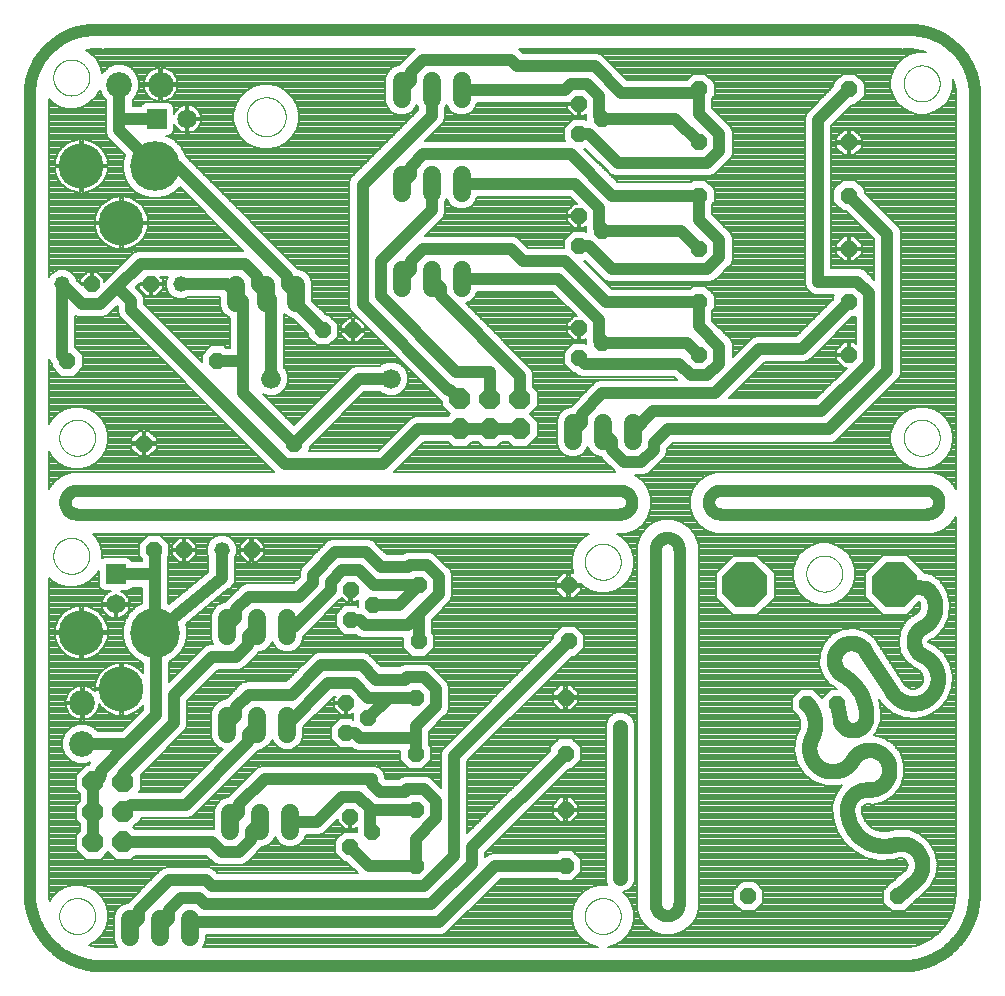
<source format=gtl>
G75*
%MOIN*%
%OFA0B0*%
%FSLAX25Y25*%
%IPPOS*%
%LPD*%
%AMOC8*
5,1,8,0,0,1.08239X$1,22.5*
%
%ADD10C,0.00600*%
%ADD11C,0.00000*%
%ADD12C,0.04000*%
%ADD13OC8,0.05200*%
%ADD14C,0.16598*%
%ADD15C,0.15024*%
%ADD16C,0.06000*%
%ADD17OC8,0.05600*%
%ADD18C,0.05200*%
%ADD19OC8,0.07000*%
%ADD20C,0.06600*%
%ADD21OC8,0.15000*%
%ADD22R,0.06500X0.06500*%
%ADD23C,0.06500*%
%ADD24C,0.08600*%
%ADD25C,0.00787*%
%ADD26C,0.05000*%
D10*
X0016811Y0026622D02*
X0016811Y0030559D01*
X0016811Y0140795D01*
X0036496Y0156543D02*
X0203819Y0156543D01*
X0016811Y0186071D02*
X0016811Y0298276D01*
X0016811Y0300244D01*
D11*
X0024591Y0302213D02*
X0024593Y0302367D01*
X0024599Y0302522D01*
X0024609Y0302676D01*
X0024623Y0302830D01*
X0024641Y0302983D01*
X0024662Y0303136D01*
X0024688Y0303289D01*
X0024718Y0303440D01*
X0024751Y0303591D01*
X0024789Y0303741D01*
X0024830Y0303890D01*
X0024875Y0304038D01*
X0024924Y0304184D01*
X0024977Y0304330D01*
X0025033Y0304473D01*
X0025093Y0304616D01*
X0025157Y0304756D01*
X0025224Y0304896D01*
X0025295Y0305033D01*
X0025369Y0305168D01*
X0025447Y0305302D01*
X0025528Y0305433D01*
X0025613Y0305562D01*
X0025701Y0305690D01*
X0025792Y0305814D01*
X0025886Y0305937D01*
X0025984Y0306057D01*
X0026084Y0306174D01*
X0026188Y0306289D01*
X0026294Y0306401D01*
X0026403Y0306510D01*
X0026515Y0306616D01*
X0026630Y0306720D01*
X0026747Y0306820D01*
X0026867Y0306918D01*
X0026990Y0307012D01*
X0027114Y0307103D01*
X0027242Y0307191D01*
X0027371Y0307276D01*
X0027502Y0307357D01*
X0027636Y0307435D01*
X0027771Y0307509D01*
X0027908Y0307580D01*
X0028048Y0307647D01*
X0028188Y0307711D01*
X0028331Y0307771D01*
X0028474Y0307827D01*
X0028620Y0307880D01*
X0028766Y0307929D01*
X0028914Y0307974D01*
X0029063Y0308015D01*
X0029213Y0308053D01*
X0029364Y0308086D01*
X0029515Y0308116D01*
X0029668Y0308142D01*
X0029821Y0308163D01*
X0029974Y0308181D01*
X0030128Y0308195D01*
X0030282Y0308205D01*
X0030437Y0308211D01*
X0030591Y0308213D01*
X0030745Y0308211D01*
X0030900Y0308205D01*
X0031054Y0308195D01*
X0031208Y0308181D01*
X0031361Y0308163D01*
X0031514Y0308142D01*
X0031667Y0308116D01*
X0031818Y0308086D01*
X0031969Y0308053D01*
X0032119Y0308015D01*
X0032268Y0307974D01*
X0032416Y0307929D01*
X0032562Y0307880D01*
X0032708Y0307827D01*
X0032851Y0307771D01*
X0032994Y0307711D01*
X0033134Y0307647D01*
X0033274Y0307580D01*
X0033411Y0307509D01*
X0033546Y0307435D01*
X0033680Y0307357D01*
X0033811Y0307276D01*
X0033940Y0307191D01*
X0034068Y0307103D01*
X0034192Y0307012D01*
X0034315Y0306918D01*
X0034435Y0306820D01*
X0034552Y0306720D01*
X0034667Y0306616D01*
X0034779Y0306510D01*
X0034888Y0306401D01*
X0034994Y0306289D01*
X0035098Y0306174D01*
X0035198Y0306057D01*
X0035296Y0305937D01*
X0035390Y0305814D01*
X0035481Y0305690D01*
X0035569Y0305562D01*
X0035654Y0305433D01*
X0035735Y0305302D01*
X0035813Y0305168D01*
X0035887Y0305033D01*
X0035958Y0304896D01*
X0036025Y0304756D01*
X0036089Y0304616D01*
X0036149Y0304473D01*
X0036205Y0304330D01*
X0036258Y0304184D01*
X0036307Y0304038D01*
X0036352Y0303890D01*
X0036393Y0303741D01*
X0036431Y0303591D01*
X0036464Y0303440D01*
X0036494Y0303289D01*
X0036520Y0303136D01*
X0036541Y0302983D01*
X0036559Y0302830D01*
X0036573Y0302676D01*
X0036583Y0302522D01*
X0036589Y0302367D01*
X0036591Y0302213D01*
X0036589Y0302059D01*
X0036583Y0301904D01*
X0036573Y0301750D01*
X0036559Y0301596D01*
X0036541Y0301443D01*
X0036520Y0301290D01*
X0036494Y0301137D01*
X0036464Y0300986D01*
X0036431Y0300835D01*
X0036393Y0300685D01*
X0036352Y0300536D01*
X0036307Y0300388D01*
X0036258Y0300242D01*
X0036205Y0300096D01*
X0036149Y0299953D01*
X0036089Y0299810D01*
X0036025Y0299670D01*
X0035958Y0299530D01*
X0035887Y0299393D01*
X0035813Y0299258D01*
X0035735Y0299124D01*
X0035654Y0298993D01*
X0035569Y0298864D01*
X0035481Y0298736D01*
X0035390Y0298612D01*
X0035296Y0298489D01*
X0035198Y0298369D01*
X0035098Y0298252D01*
X0034994Y0298137D01*
X0034888Y0298025D01*
X0034779Y0297916D01*
X0034667Y0297810D01*
X0034552Y0297706D01*
X0034435Y0297606D01*
X0034315Y0297508D01*
X0034192Y0297414D01*
X0034068Y0297323D01*
X0033940Y0297235D01*
X0033811Y0297150D01*
X0033680Y0297069D01*
X0033546Y0296991D01*
X0033411Y0296917D01*
X0033274Y0296846D01*
X0033134Y0296779D01*
X0032994Y0296715D01*
X0032851Y0296655D01*
X0032708Y0296599D01*
X0032562Y0296546D01*
X0032416Y0296497D01*
X0032268Y0296452D01*
X0032119Y0296411D01*
X0031969Y0296373D01*
X0031818Y0296340D01*
X0031667Y0296310D01*
X0031514Y0296284D01*
X0031361Y0296263D01*
X0031208Y0296245D01*
X0031054Y0296231D01*
X0030900Y0296221D01*
X0030745Y0296215D01*
X0030591Y0296213D01*
X0030437Y0296215D01*
X0030282Y0296221D01*
X0030128Y0296231D01*
X0029974Y0296245D01*
X0029821Y0296263D01*
X0029668Y0296284D01*
X0029515Y0296310D01*
X0029364Y0296340D01*
X0029213Y0296373D01*
X0029063Y0296411D01*
X0028914Y0296452D01*
X0028766Y0296497D01*
X0028620Y0296546D01*
X0028474Y0296599D01*
X0028331Y0296655D01*
X0028188Y0296715D01*
X0028048Y0296779D01*
X0027908Y0296846D01*
X0027771Y0296917D01*
X0027636Y0296991D01*
X0027502Y0297069D01*
X0027371Y0297150D01*
X0027242Y0297235D01*
X0027114Y0297323D01*
X0026990Y0297414D01*
X0026867Y0297508D01*
X0026747Y0297606D01*
X0026630Y0297706D01*
X0026515Y0297810D01*
X0026403Y0297916D01*
X0026294Y0298025D01*
X0026188Y0298137D01*
X0026084Y0298252D01*
X0025984Y0298369D01*
X0025886Y0298489D01*
X0025792Y0298612D01*
X0025701Y0298736D01*
X0025613Y0298864D01*
X0025528Y0298993D01*
X0025447Y0299124D01*
X0025369Y0299258D01*
X0025295Y0299393D01*
X0025224Y0299530D01*
X0025157Y0299670D01*
X0025093Y0299810D01*
X0025033Y0299953D01*
X0024977Y0300096D01*
X0024924Y0300242D01*
X0024875Y0300388D01*
X0024830Y0300536D01*
X0024789Y0300685D01*
X0024751Y0300835D01*
X0024718Y0300986D01*
X0024688Y0301137D01*
X0024662Y0301290D01*
X0024641Y0301443D01*
X0024623Y0301596D01*
X0024609Y0301750D01*
X0024599Y0301904D01*
X0024593Y0302059D01*
X0024591Y0302213D01*
X0089051Y0289126D02*
X0089053Y0289287D01*
X0089059Y0289447D01*
X0089069Y0289608D01*
X0089083Y0289768D01*
X0089101Y0289928D01*
X0089122Y0290087D01*
X0089148Y0290246D01*
X0089178Y0290404D01*
X0089211Y0290561D01*
X0089249Y0290718D01*
X0089290Y0290873D01*
X0089335Y0291027D01*
X0089384Y0291180D01*
X0089437Y0291332D01*
X0089493Y0291483D01*
X0089554Y0291632D01*
X0089617Y0291780D01*
X0089685Y0291926D01*
X0089756Y0292070D01*
X0089830Y0292212D01*
X0089908Y0292353D01*
X0089990Y0292491D01*
X0090075Y0292628D01*
X0090163Y0292762D01*
X0090255Y0292894D01*
X0090350Y0293024D01*
X0090448Y0293152D01*
X0090549Y0293277D01*
X0090653Y0293399D01*
X0090760Y0293519D01*
X0090870Y0293636D01*
X0090983Y0293751D01*
X0091099Y0293862D01*
X0091218Y0293971D01*
X0091339Y0294076D01*
X0091463Y0294179D01*
X0091589Y0294279D01*
X0091717Y0294375D01*
X0091848Y0294468D01*
X0091982Y0294558D01*
X0092117Y0294645D01*
X0092255Y0294728D01*
X0092394Y0294808D01*
X0092536Y0294884D01*
X0092679Y0294957D01*
X0092824Y0295026D01*
X0092971Y0295092D01*
X0093119Y0295154D01*
X0093269Y0295212D01*
X0093420Y0295267D01*
X0093573Y0295318D01*
X0093727Y0295365D01*
X0093882Y0295408D01*
X0094038Y0295447D01*
X0094194Y0295483D01*
X0094352Y0295514D01*
X0094510Y0295542D01*
X0094669Y0295566D01*
X0094829Y0295586D01*
X0094989Y0295602D01*
X0095149Y0295614D01*
X0095310Y0295622D01*
X0095471Y0295626D01*
X0095631Y0295626D01*
X0095792Y0295622D01*
X0095953Y0295614D01*
X0096113Y0295602D01*
X0096273Y0295586D01*
X0096433Y0295566D01*
X0096592Y0295542D01*
X0096750Y0295514D01*
X0096908Y0295483D01*
X0097064Y0295447D01*
X0097220Y0295408D01*
X0097375Y0295365D01*
X0097529Y0295318D01*
X0097682Y0295267D01*
X0097833Y0295212D01*
X0097983Y0295154D01*
X0098131Y0295092D01*
X0098278Y0295026D01*
X0098423Y0294957D01*
X0098566Y0294884D01*
X0098708Y0294808D01*
X0098847Y0294728D01*
X0098985Y0294645D01*
X0099120Y0294558D01*
X0099254Y0294468D01*
X0099385Y0294375D01*
X0099513Y0294279D01*
X0099639Y0294179D01*
X0099763Y0294076D01*
X0099884Y0293971D01*
X0100003Y0293862D01*
X0100119Y0293751D01*
X0100232Y0293636D01*
X0100342Y0293519D01*
X0100449Y0293399D01*
X0100553Y0293277D01*
X0100654Y0293152D01*
X0100752Y0293024D01*
X0100847Y0292894D01*
X0100939Y0292762D01*
X0101027Y0292628D01*
X0101112Y0292491D01*
X0101194Y0292353D01*
X0101272Y0292212D01*
X0101346Y0292070D01*
X0101417Y0291926D01*
X0101485Y0291780D01*
X0101548Y0291632D01*
X0101609Y0291483D01*
X0101665Y0291332D01*
X0101718Y0291180D01*
X0101767Y0291027D01*
X0101812Y0290873D01*
X0101853Y0290718D01*
X0101891Y0290561D01*
X0101924Y0290404D01*
X0101954Y0290246D01*
X0101980Y0290087D01*
X0102001Y0289928D01*
X0102019Y0289768D01*
X0102033Y0289608D01*
X0102043Y0289447D01*
X0102049Y0289287D01*
X0102051Y0289126D01*
X0102049Y0288965D01*
X0102043Y0288805D01*
X0102033Y0288644D01*
X0102019Y0288484D01*
X0102001Y0288324D01*
X0101980Y0288165D01*
X0101954Y0288006D01*
X0101924Y0287848D01*
X0101891Y0287691D01*
X0101853Y0287534D01*
X0101812Y0287379D01*
X0101767Y0287225D01*
X0101718Y0287072D01*
X0101665Y0286920D01*
X0101609Y0286769D01*
X0101548Y0286620D01*
X0101485Y0286472D01*
X0101417Y0286326D01*
X0101346Y0286182D01*
X0101272Y0286040D01*
X0101194Y0285899D01*
X0101112Y0285761D01*
X0101027Y0285624D01*
X0100939Y0285490D01*
X0100847Y0285358D01*
X0100752Y0285228D01*
X0100654Y0285100D01*
X0100553Y0284975D01*
X0100449Y0284853D01*
X0100342Y0284733D01*
X0100232Y0284616D01*
X0100119Y0284501D01*
X0100003Y0284390D01*
X0099884Y0284281D01*
X0099763Y0284176D01*
X0099639Y0284073D01*
X0099513Y0283973D01*
X0099385Y0283877D01*
X0099254Y0283784D01*
X0099120Y0283694D01*
X0098985Y0283607D01*
X0098847Y0283524D01*
X0098708Y0283444D01*
X0098566Y0283368D01*
X0098423Y0283295D01*
X0098278Y0283226D01*
X0098131Y0283160D01*
X0097983Y0283098D01*
X0097833Y0283040D01*
X0097682Y0282985D01*
X0097529Y0282934D01*
X0097375Y0282887D01*
X0097220Y0282844D01*
X0097064Y0282805D01*
X0096908Y0282769D01*
X0096750Y0282738D01*
X0096592Y0282710D01*
X0096433Y0282686D01*
X0096273Y0282666D01*
X0096113Y0282650D01*
X0095953Y0282638D01*
X0095792Y0282630D01*
X0095631Y0282626D01*
X0095471Y0282626D01*
X0095310Y0282630D01*
X0095149Y0282638D01*
X0094989Y0282650D01*
X0094829Y0282666D01*
X0094669Y0282686D01*
X0094510Y0282710D01*
X0094352Y0282738D01*
X0094194Y0282769D01*
X0094038Y0282805D01*
X0093882Y0282844D01*
X0093727Y0282887D01*
X0093573Y0282934D01*
X0093420Y0282985D01*
X0093269Y0283040D01*
X0093119Y0283098D01*
X0092971Y0283160D01*
X0092824Y0283226D01*
X0092679Y0283295D01*
X0092536Y0283368D01*
X0092394Y0283444D01*
X0092255Y0283524D01*
X0092117Y0283607D01*
X0091982Y0283694D01*
X0091848Y0283784D01*
X0091717Y0283877D01*
X0091589Y0283973D01*
X0091463Y0284073D01*
X0091339Y0284176D01*
X0091218Y0284281D01*
X0091099Y0284390D01*
X0090983Y0284501D01*
X0090870Y0284616D01*
X0090760Y0284733D01*
X0090653Y0284853D01*
X0090549Y0284975D01*
X0090448Y0285100D01*
X0090350Y0285228D01*
X0090255Y0285358D01*
X0090163Y0285490D01*
X0090075Y0285624D01*
X0089990Y0285761D01*
X0089908Y0285899D01*
X0089830Y0286040D01*
X0089756Y0286182D01*
X0089685Y0286326D01*
X0089617Y0286472D01*
X0089554Y0286620D01*
X0089493Y0286769D01*
X0089437Y0286920D01*
X0089384Y0287072D01*
X0089335Y0287225D01*
X0089290Y0287379D01*
X0089249Y0287534D01*
X0089211Y0287691D01*
X0089178Y0287848D01*
X0089148Y0288006D01*
X0089122Y0288165D01*
X0089101Y0288324D01*
X0089083Y0288484D01*
X0089069Y0288644D01*
X0089059Y0288805D01*
X0089053Y0288965D01*
X0089051Y0289126D01*
X0026559Y0182134D02*
X0026561Y0182288D01*
X0026567Y0182443D01*
X0026577Y0182597D01*
X0026591Y0182751D01*
X0026609Y0182904D01*
X0026630Y0183057D01*
X0026656Y0183210D01*
X0026686Y0183361D01*
X0026719Y0183512D01*
X0026757Y0183662D01*
X0026798Y0183811D01*
X0026843Y0183959D01*
X0026892Y0184105D01*
X0026945Y0184251D01*
X0027001Y0184394D01*
X0027061Y0184537D01*
X0027125Y0184677D01*
X0027192Y0184817D01*
X0027263Y0184954D01*
X0027337Y0185089D01*
X0027415Y0185223D01*
X0027496Y0185354D01*
X0027581Y0185483D01*
X0027669Y0185611D01*
X0027760Y0185735D01*
X0027854Y0185858D01*
X0027952Y0185978D01*
X0028052Y0186095D01*
X0028156Y0186210D01*
X0028262Y0186322D01*
X0028371Y0186431D01*
X0028483Y0186537D01*
X0028598Y0186641D01*
X0028715Y0186741D01*
X0028835Y0186839D01*
X0028958Y0186933D01*
X0029082Y0187024D01*
X0029210Y0187112D01*
X0029339Y0187197D01*
X0029470Y0187278D01*
X0029604Y0187356D01*
X0029739Y0187430D01*
X0029876Y0187501D01*
X0030016Y0187568D01*
X0030156Y0187632D01*
X0030299Y0187692D01*
X0030442Y0187748D01*
X0030588Y0187801D01*
X0030734Y0187850D01*
X0030882Y0187895D01*
X0031031Y0187936D01*
X0031181Y0187974D01*
X0031332Y0188007D01*
X0031483Y0188037D01*
X0031636Y0188063D01*
X0031789Y0188084D01*
X0031942Y0188102D01*
X0032096Y0188116D01*
X0032250Y0188126D01*
X0032405Y0188132D01*
X0032559Y0188134D01*
X0032713Y0188132D01*
X0032868Y0188126D01*
X0033022Y0188116D01*
X0033176Y0188102D01*
X0033329Y0188084D01*
X0033482Y0188063D01*
X0033635Y0188037D01*
X0033786Y0188007D01*
X0033937Y0187974D01*
X0034087Y0187936D01*
X0034236Y0187895D01*
X0034384Y0187850D01*
X0034530Y0187801D01*
X0034676Y0187748D01*
X0034819Y0187692D01*
X0034962Y0187632D01*
X0035102Y0187568D01*
X0035242Y0187501D01*
X0035379Y0187430D01*
X0035514Y0187356D01*
X0035648Y0187278D01*
X0035779Y0187197D01*
X0035908Y0187112D01*
X0036036Y0187024D01*
X0036160Y0186933D01*
X0036283Y0186839D01*
X0036403Y0186741D01*
X0036520Y0186641D01*
X0036635Y0186537D01*
X0036747Y0186431D01*
X0036856Y0186322D01*
X0036962Y0186210D01*
X0037066Y0186095D01*
X0037166Y0185978D01*
X0037264Y0185858D01*
X0037358Y0185735D01*
X0037449Y0185611D01*
X0037537Y0185483D01*
X0037622Y0185354D01*
X0037703Y0185223D01*
X0037781Y0185089D01*
X0037855Y0184954D01*
X0037926Y0184817D01*
X0037993Y0184677D01*
X0038057Y0184537D01*
X0038117Y0184394D01*
X0038173Y0184251D01*
X0038226Y0184105D01*
X0038275Y0183959D01*
X0038320Y0183811D01*
X0038361Y0183662D01*
X0038399Y0183512D01*
X0038432Y0183361D01*
X0038462Y0183210D01*
X0038488Y0183057D01*
X0038509Y0182904D01*
X0038527Y0182751D01*
X0038541Y0182597D01*
X0038551Y0182443D01*
X0038557Y0182288D01*
X0038559Y0182134D01*
X0038557Y0181980D01*
X0038551Y0181825D01*
X0038541Y0181671D01*
X0038527Y0181517D01*
X0038509Y0181364D01*
X0038488Y0181211D01*
X0038462Y0181058D01*
X0038432Y0180907D01*
X0038399Y0180756D01*
X0038361Y0180606D01*
X0038320Y0180457D01*
X0038275Y0180309D01*
X0038226Y0180163D01*
X0038173Y0180017D01*
X0038117Y0179874D01*
X0038057Y0179731D01*
X0037993Y0179591D01*
X0037926Y0179451D01*
X0037855Y0179314D01*
X0037781Y0179179D01*
X0037703Y0179045D01*
X0037622Y0178914D01*
X0037537Y0178785D01*
X0037449Y0178657D01*
X0037358Y0178533D01*
X0037264Y0178410D01*
X0037166Y0178290D01*
X0037066Y0178173D01*
X0036962Y0178058D01*
X0036856Y0177946D01*
X0036747Y0177837D01*
X0036635Y0177731D01*
X0036520Y0177627D01*
X0036403Y0177527D01*
X0036283Y0177429D01*
X0036160Y0177335D01*
X0036036Y0177244D01*
X0035908Y0177156D01*
X0035779Y0177071D01*
X0035648Y0176990D01*
X0035514Y0176912D01*
X0035379Y0176838D01*
X0035242Y0176767D01*
X0035102Y0176700D01*
X0034962Y0176636D01*
X0034819Y0176576D01*
X0034676Y0176520D01*
X0034530Y0176467D01*
X0034384Y0176418D01*
X0034236Y0176373D01*
X0034087Y0176332D01*
X0033937Y0176294D01*
X0033786Y0176261D01*
X0033635Y0176231D01*
X0033482Y0176205D01*
X0033329Y0176184D01*
X0033176Y0176166D01*
X0033022Y0176152D01*
X0032868Y0176142D01*
X0032713Y0176136D01*
X0032559Y0176134D01*
X0032405Y0176136D01*
X0032250Y0176142D01*
X0032096Y0176152D01*
X0031942Y0176166D01*
X0031789Y0176184D01*
X0031636Y0176205D01*
X0031483Y0176231D01*
X0031332Y0176261D01*
X0031181Y0176294D01*
X0031031Y0176332D01*
X0030882Y0176373D01*
X0030734Y0176418D01*
X0030588Y0176467D01*
X0030442Y0176520D01*
X0030299Y0176576D01*
X0030156Y0176636D01*
X0030016Y0176700D01*
X0029876Y0176767D01*
X0029739Y0176838D01*
X0029604Y0176912D01*
X0029470Y0176990D01*
X0029339Y0177071D01*
X0029210Y0177156D01*
X0029082Y0177244D01*
X0028958Y0177335D01*
X0028835Y0177429D01*
X0028715Y0177527D01*
X0028598Y0177627D01*
X0028483Y0177731D01*
X0028371Y0177837D01*
X0028262Y0177946D01*
X0028156Y0178058D01*
X0028052Y0178173D01*
X0027952Y0178290D01*
X0027854Y0178410D01*
X0027760Y0178533D01*
X0027669Y0178657D01*
X0027581Y0178785D01*
X0027496Y0178914D01*
X0027415Y0179045D01*
X0027337Y0179179D01*
X0027263Y0179314D01*
X0027192Y0179451D01*
X0027125Y0179591D01*
X0027061Y0179731D01*
X0027001Y0179874D01*
X0026945Y0180017D01*
X0026892Y0180163D01*
X0026843Y0180309D01*
X0026798Y0180457D01*
X0026757Y0180606D01*
X0026719Y0180756D01*
X0026686Y0180907D01*
X0026656Y0181058D01*
X0026630Y0181211D01*
X0026609Y0181364D01*
X0026591Y0181517D01*
X0026577Y0181671D01*
X0026567Y0181825D01*
X0026561Y0181980D01*
X0026559Y0182134D01*
X0024591Y0142764D02*
X0024593Y0142918D01*
X0024599Y0143073D01*
X0024609Y0143227D01*
X0024623Y0143381D01*
X0024641Y0143534D01*
X0024662Y0143687D01*
X0024688Y0143840D01*
X0024718Y0143991D01*
X0024751Y0144142D01*
X0024789Y0144292D01*
X0024830Y0144441D01*
X0024875Y0144589D01*
X0024924Y0144735D01*
X0024977Y0144881D01*
X0025033Y0145024D01*
X0025093Y0145167D01*
X0025157Y0145307D01*
X0025224Y0145447D01*
X0025295Y0145584D01*
X0025369Y0145719D01*
X0025447Y0145853D01*
X0025528Y0145984D01*
X0025613Y0146113D01*
X0025701Y0146241D01*
X0025792Y0146365D01*
X0025886Y0146488D01*
X0025984Y0146608D01*
X0026084Y0146725D01*
X0026188Y0146840D01*
X0026294Y0146952D01*
X0026403Y0147061D01*
X0026515Y0147167D01*
X0026630Y0147271D01*
X0026747Y0147371D01*
X0026867Y0147469D01*
X0026990Y0147563D01*
X0027114Y0147654D01*
X0027242Y0147742D01*
X0027371Y0147827D01*
X0027502Y0147908D01*
X0027636Y0147986D01*
X0027771Y0148060D01*
X0027908Y0148131D01*
X0028048Y0148198D01*
X0028188Y0148262D01*
X0028331Y0148322D01*
X0028474Y0148378D01*
X0028620Y0148431D01*
X0028766Y0148480D01*
X0028914Y0148525D01*
X0029063Y0148566D01*
X0029213Y0148604D01*
X0029364Y0148637D01*
X0029515Y0148667D01*
X0029668Y0148693D01*
X0029821Y0148714D01*
X0029974Y0148732D01*
X0030128Y0148746D01*
X0030282Y0148756D01*
X0030437Y0148762D01*
X0030591Y0148764D01*
X0030745Y0148762D01*
X0030900Y0148756D01*
X0031054Y0148746D01*
X0031208Y0148732D01*
X0031361Y0148714D01*
X0031514Y0148693D01*
X0031667Y0148667D01*
X0031818Y0148637D01*
X0031969Y0148604D01*
X0032119Y0148566D01*
X0032268Y0148525D01*
X0032416Y0148480D01*
X0032562Y0148431D01*
X0032708Y0148378D01*
X0032851Y0148322D01*
X0032994Y0148262D01*
X0033134Y0148198D01*
X0033274Y0148131D01*
X0033411Y0148060D01*
X0033546Y0147986D01*
X0033680Y0147908D01*
X0033811Y0147827D01*
X0033940Y0147742D01*
X0034068Y0147654D01*
X0034192Y0147563D01*
X0034315Y0147469D01*
X0034435Y0147371D01*
X0034552Y0147271D01*
X0034667Y0147167D01*
X0034779Y0147061D01*
X0034888Y0146952D01*
X0034994Y0146840D01*
X0035098Y0146725D01*
X0035198Y0146608D01*
X0035296Y0146488D01*
X0035390Y0146365D01*
X0035481Y0146241D01*
X0035569Y0146113D01*
X0035654Y0145984D01*
X0035735Y0145853D01*
X0035813Y0145719D01*
X0035887Y0145584D01*
X0035958Y0145447D01*
X0036025Y0145307D01*
X0036089Y0145167D01*
X0036149Y0145024D01*
X0036205Y0144881D01*
X0036258Y0144735D01*
X0036307Y0144589D01*
X0036352Y0144441D01*
X0036393Y0144292D01*
X0036431Y0144142D01*
X0036464Y0143991D01*
X0036494Y0143840D01*
X0036520Y0143687D01*
X0036541Y0143534D01*
X0036559Y0143381D01*
X0036573Y0143227D01*
X0036583Y0143073D01*
X0036589Y0142918D01*
X0036591Y0142764D01*
X0036589Y0142610D01*
X0036583Y0142455D01*
X0036573Y0142301D01*
X0036559Y0142147D01*
X0036541Y0141994D01*
X0036520Y0141841D01*
X0036494Y0141688D01*
X0036464Y0141537D01*
X0036431Y0141386D01*
X0036393Y0141236D01*
X0036352Y0141087D01*
X0036307Y0140939D01*
X0036258Y0140793D01*
X0036205Y0140647D01*
X0036149Y0140504D01*
X0036089Y0140361D01*
X0036025Y0140221D01*
X0035958Y0140081D01*
X0035887Y0139944D01*
X0035813Y0139809D01*
X0035735Y0139675D01*
X0035654Y0139544D01*
X0035569Y0139415D01*
X0035481Y0139287D01*
X0035390Y0139163D01*
X0035296Y0139040D01*
X0035198Y0138920D01*
X0035098Y0138803D01*
X0034994Y0138688D01*
X0034888Y0138576D01*
X0034779Y0138467D01*
X0034667Y0138361D01*
X0034552Y0138257D01*
X0034435Y0138157D01*
X0034315Y0138059D01*
X0034192Y0137965D01*
X0034068Y0137874D01*
X0033940Y0137786D01*
X0033811Y0137701D01*
X0033680Y0137620D01*
X0033546Y0137542D01*
X0033411Y0137468D01*
X0033274Y0137397D01*
X0033134Y0137330D01*
X0032994Y0137266D01*
X0032851Y0137206D01*
X0032708Y0137150D01*
X0032562Y0137097D01*
X0032416Y0137048D01*
X0032268Y0137003D01*
X0032119Y0136962D01*
X0031969Y0136924D01*
X0031818Y0136891D01*
X0031667Y0136861D01*
X0031514Y0136835D01*
X0031361Y0136814D01*
X0031208Y0136796D01*
X0031054Y0136782D01*
X0030900Y0136772D01*
X0030745Y0136766D01*
X0030591Y0136764D01*
X0030437Y0136766D01*
X0030282Y0136772D01*
X0030128Y0136782D01*
X0029974Y0136796D01*
X0029821Y0136814D01*
X0029668Y0136835D01*
X0029515Y0136861D01*
X0029364Y0136891D01*
X0029213Y0136924D01*
X0029063Y0136962D01*
X0028914Y0137003D01*
X0028766Y0137048D01*
X0028620Y0137097D01*
X0028474Y0137150D01*
X0028331Y0137206D01*
X0028188Y0137266D01*
X0028048Y0137330D01*
X0027908Y0137397D01*
X0027771Y0137468D01*
X0027636Y0137542D01*
X0027502Y0137620D01*
X0027371Y0137701D01*
X0027242Y0137786D01*
X0027114Y0137874D01*
X0026990Y0137965D01*
X0026867Y0138059D01*
X0026747Y0138157D01*
X0026630Y0138257D01*
X0026515Y0138361D01*
X0026403Y0138467D01*
X0026294Y0138576D01*
X0026188Y0138688D01*
X0026084Y0138803D01*
X0025984Y0138920D01*
X0025886Y0139040D01*
X0025792Y0139163D01*
X0025701Y0139287D01*
X0025613Y0139415D01*
X0025528Y0139544D01*
X0025447Y0139675D01*
X0025369Y0139809D01*
X0025295Y0139944D01*
X0025224Y0140081D01*
X0025157Y0140221D01*
X0025093Y0140361D01*
X0025033Y0140504D01*
X0024977Y0140647D01*
X0024924Y0140793D01*
X0024875Y0140939D01*
X0024830Y0141087D01*
X0024789Y0141236D01*
X0024751Y0141386D01*
X0024718Y0141537D01*
X0024688Y0141688D01*
X0024662Y0141841D01*
X0024641Y0141994D01*
X0024623Y0142147D01*
X0024609Y0142301D01*
X0024599Y0142455D01*
X0024593Y0142610D01*
X0024591Y0142764D01*
X0026559Y0022685D02*
X0026561Y0022839D01*
X0026567Y0022994D01*
X0026577Y0023148D01*
X0026591Y0023302D01*
X0026609Y0023455D01*
X0026630Y0023608D01*
X0026656Y0023761D01*
X0026686Y0023912D01*
X0026719Y0024063D01*
X0026757Y0024213D01*
X0026798Y0024362D01*
X0026843Y0024510D01*
X0026892Y0024656D01*
X0026945Y0024802D01*
X0027001Y0024945D01*
X0027061Y0025088D01*
X0027125Y0025228D01*
X0027192Y0025368D01*
X0027263Y0025505D01*
X0027337Y0025640D01*
X0027415Y0025774D01*
X0027496Y0025905D01*
X0027581Y0026034D01*
X0027669Y0026162D01*
X0027760Y0026286D01*
X0027854Y0026409D01*
X0027952Y0026529D01*
X0028052Y0026646D01*
X0028156Y0026761D01*
X0028262Y0026873D01*
X0028371Y0026982D01*
X0028483Y0027088D01*
X0028598Y0027192D01*
X0028715Y0027292D01*
X0028835Y0027390D01*
X0028958Y0027484D01*
X0029082Y0027575D01*
X0029210Y0027663D01*
X0029339Y0027748D01*
X0029470Y0027829D01*
X0029604Y0027907D01*
X0029739Y0027981D01*
X0029876Y0028052D01*
X0030016Y0028119D01*
X0030156Y0028183D01*
X0030299Y0028243D01*
X0030442Y0028299D01*
X0030588Y0028352D01*
X0030734Y0028401D01*
X0030882Y0028446D01*
X0031031Y0028487D01*
X0031181Y0028525D01*
X0031332Y0028558D01*
X0031483Y0028588D01*
X0031636Y0028614D01*
X0031789Y0028635D01*
X0031942Y0028653D01*
X0032096Y0028667D01*
X0032250Y0028677D01*
X0032405Y0028683D01*
X0032559Y0028685D01*
X0032713Y0028683D01*
X0032868Y0028677D01*
X0033022Y0028667D01*
X0033176Y0028653D01*
X0033329Y0028635D01*
X0033482Y0028614D01*
X0033635Y0028588D01*
X0033786Y0028558D01*
X0033937Y0028525D01*
X0034087Y0028487D01*
X0034236Y0028446D01*
X0034384Y0028401D01*
X0034530Y0028352D01*
X0034676Y0028299D01*
X0034819Y0028243D01*
X0034962Y0028183D01*
X0035102Y0028119D01*
X0035242Y0028052D01*
X0035379Y0027981D01*
X0035514Y0027907D01*
X0035648Y0027829D01*
X0035779Y0027748D01*
X0035908Y0027663D01*
X0036036Y0027575D01*
X0036160Y0027484D01*
X0036283Y0027390D01*
X0036403Y0027292D01*
X0036520Y0027192D01*
X0036635Y0027088D01*
X0036747Y0026982D01*
X0036856Y0026873D01*
X0036962Y0026761D01*
X0037066Y0026646D01*
X0037166Y0026529D01*
X0037264Y0026409D01*
X0037358Y0026286D01*
X0037449Y0026162D01*
X0037537Y0026034D01*
X0037622Y0025905D01*
X0037703Y0025774D01*
X0037781Y0025640D01*
X0037855Y0025505D01*
X0037926Y0025368D01*
X0037993Y0025228D01*
X0038057Y0025088D01*
X0038117Y0024945D01*
X0038173Y0024802D01*
X0038226Y0024656D01*
X0038275Y0024510D01*
X0038320Y0024362D01*
X0038361Y0024213D01*
X0038399Y0024063D01*
X0038432Y0023912D01*
X0038462Y0023761D01*
X0038488Y0023608D01*
X0038509Y0023455D01*
X0038527Y0023302D01*
X0038541Y0023148D01*
X0038551Y0022994D01*
X0038557Y0022839D01*
X0038559Y0022685D01*
X0038557Y0022531D01*
X0038551Y0022376D01*
X0038541Y0022222D01*
X0038527Y0022068D01*
X0038509Y0021915D01*
X0038488Y0021762D01*
X0038462Y0021609D01*
X0038432Y0021458D01*
X0038399Y0021307D01*
X0038361Y0021157D01*
X0038320Y0021008D01*
X0038275Y0020860D01*
X0038226Y0020714D01*
X0038173Y0020568D01*
X0038117Y0020425D01*
X0038057Y0020282D01*
X0037993Y0020142D01*
X0037926Y0020002D01*
X0037855Y0019865D01*
X0037781Y0019730D01*
X0037703Y0019596D01*
X0037622Y0019465D01*
X0037537Y0019336D01*
X0037449Y0019208D01*
X0037358Y0019084D01*
X0037264Y0018961D01*
X0037166Y0018841D01*
X0037066Y0018724D01*
X0036962Y0018609D01*
X0036856Y0018497D01*
X0036747Y0018388D01*
X0036635Y0018282D01*
X0036520Y0018178D01*
X0036403Y0018078D01*
X0036283Y0017980D01*
X0036160Y0017886D01*
X0036036Y0017795D01*
X0035908Y0017707D01*
X0035779Y0017622D01*
X0035648Y0017541D01*
X0035514Y0017463D01*
X0035379Y0017389D01*
X0035242Y0017318D01*
X0035102Y0017251D01*
X0034962Y0017187D01*
X0034819Y0017127D01*
X0034676Y0017071D01*
X0034530Y0017018D01*
X0034384Y0016969D01*
X0034236Y0016924D01*
X0034087Y0016883D01*
X0033937Y0016845D01*
X0033786Y0016812D01*
X0033635Y0016782D01*
X0033482Y0016756D01*
X0033329Y0016735D01*
X0033176Y0016717D01*
X0033022Y0016703D01*
X0032868Y0016693D01*
X0032713Y0016687D01*
X0032559Y0016685D01*
X0032405Y0016687D01*
X0032250Y0016693D01*
X0032096Y0016703D01*
X0031942Y0016717D01*
X0031789Y0016735D01*
X0031636Y0016756D01*
X0031483Y0016782D01*
X0031332Y0016812D01*
X0031181Y0016845D01*
X0031031Y0016883D01*
X0030882Y0016924D01*
X0030734Y0016969D01*
X0030588Y0017018D01*
X0030442Y0017071D01*
X0030299Y0017127D01*
X0030156Y0017187D01*
X0030016Y0017251D01*
X0029876Y0017318D01*
X0029739Y0017389D01*
X0029604Y0017463D01*
X0029470Y0017541D01*
X0029339Y0017622D01*
X0029210Y0017707D01*
X0029082Y0017795D01*
X0028958Y0017886D01*
X0028835Y0017980D01*
X0028715Y0018078D01*
X0028598Y0018178D01*
X0028483Y0018282D01*
X0028371Y0018388D01*
X0028262Y0018497D01*
X0028156Y0018609D01*
X0028052Y0018724D01*
X0027952Y0018841D01*
X0027854Y0018961D01*
X0027760Y0019084D01*
X0027669Y0019208D01*
X0027581Y0019336D01*
X0027496Y0019465D01*
X0027415Y0019596D01*
X0027337Y0019730D01*
X0027263Y0019865D01*
X0027192Y0020002D01*
X0027125Y0020142D01*
X0027061Y0020282D01*
X0027001Y0020425D01*
X0026945Y0020568D01*
X0026892Y0020714D01*
X0026843Y0020860D01*
X0026798Y0021008D01*
X0026757Y0021157D01*
X0026719Y0021307D01*
X0026686Y0021458D01*
X0026656Y0021609D01*
X0026630Y0021762D01*
X0026609Y0021915D01*
X0026591Y0022068D01*
X0026577Y0022222D01*
X0026567Y0022376D01*
X0026561Y0022531D01*
X0026559Y0022685D01*
X0201756Y0022685D02*
X0201758Y0022839D01*
X0201764Y0022994D01*
X0201774Y0023148D01*
X0201788Y0023302D01*
X0201806Y0023455D01*
X0201827Y0023608D01*
X0201853Y0023761D01*
X0201883Y0023912D01*
X0201916Y0024063D01*
X0201954Y0024213D01*
X0201995Y0024362D01*
X0202040Y0024510D01*
X0202089Y0024656D01*
X0202142Y0024802D01*
X0202198Y0024945D01*
X0202258Y0025088D01*
X0202322Y0025228D01*
X0202389Y0025368D01*
X0202460Y0025505D01*
X0202534Y0025640D01*
X0202612Y0025774D01*
X0202693Y0025905D01*
X0202778Y0026034D01*
X0202866Y0026162D01*
X0202957Y0026286D01*
X0203051Y0026409D01*
X0203149Y0026529D01*
X0203249Y0026646D01*
X0203353Y0026761D01*
X0203459Y0026873D01*
X0203568Y0026982D01*
X0203680Y0027088D01*
X0203795Y0027192D01*
X0203912Y0027292D01*
X0204032Y0027390D01*
X0204155Y0027484D01*
X0204279Y0027575D01*
X0204407Y0027663D01*
X0204536Y0027748D01*
X0204667Y0027829D01*
X0204801Y0027907D01*
X0204936Y0027981D01*
X0205073Y0028052D01*
X0205213Y0028119D01*
X0205353Y0028183D01*
X0205496Y0028243D01*
X0205639Y0028299D01*
X0205785Y0028352D01*
X0205931Y0028401D01*
X0206079Y0028446D01*
X0206228Y0028487D01*
X0206378Y0028525D01*
X0206529Y0028558D01*
X0206680Y0028588D01*
X0206833Y0028614D01*
X0206986Y0028635D01*
X0207139Y0028653D01*
X0207293Y0028667D01*
X0207447Y0028677D01*
X0207602Y0028683D01*
X0207756Y0028685D01*
X0207910Y0028683D01*
X0208065Y0028677D01*
X0208219Y0028667D01*
X0208373Y0028653D01*
X0208526Y0028635D01*
X0208679Y0028614D01*
X0208832Y0028588D01*
X0208983Y0028558D01*
X0209134Y0028525D01*
X0209284Y0028487D01*
X0209433Y0028446D01*
X0209581Y0028401D01*
X0209727Y0028352D01*
X0209873Y0028299D01*
X0210016Y0028243D01*
X0210159Y0028183D01*
X0210299Y0028119D01*
X0210439Y0028052D01*
X0210576Y0027981D01*
X0210711Y0027907D01*
X0210845Y0027829D01*
X0210976Y0027748D01*
X0211105Y0027663D01*
X0211233Y0027575D01*
X0211357Y0027484D01*
X0211480Y0027390D01*
X0211600Y0027292D01*
X0211717Y0027192D01*
X0211832Y0027088D01*
X0211944Y0026982D01*
X0212053Y0026873D01*
X0212159Y0026761D01*
X0212263Y0026646D01*
X0212363Y0026529D01*
X0212461Y0026409D01*
X0212555Y0026286D01*
X0212646Y0026162D01*
X0212734Y0026034D01*
X0212819Y0025905D01*
X0212900Y0025774D01*
X0212978Y0025640D01*
X0213052Y0025505D01*
X0213123Y0025368D01*
X0213190Y0025228D01*
X0213254Y0025088D01*
X0213314Y0024945D01*
X0213370Y0024802D01*
X0213423Y0024656D01*
X0213472Y0024510D01*
X0213517Y0024362D01*
X0213558Y0024213D01*
X0213596Y0024063D01*
X0213629Y0023912D01*
X0213659Y0023761D01*
X0213685Y0023608D01*
X0213706Y0023455D01*
X0213724Y0023302D01*
X0213738Y0023148D01*
X0213748Y0022994D01*
X0213754Y0022839D01*
X0213756Y0022685D01*
X0213754Y0022531D01*
X0213748Y0022376D01*
X0213738Y0022222D01*
X0213724Y0022068D01*
X0213706Y0021915D01*
X0213685Y0021762D01*
X0213659Y0021609D01*
X0213629Y0021458D01*
X0213596Y0021307D01*
X0213558Y0021157D01*
X0213517Y0021008D01*
X0213472Y0020860D01*
X0213423Y0020714D01*
X0213370Y0020568D01*
X0213314Y0020425D01*
X0213254Y0020282D01*
X0213190Y0020142D01*
X0213123Y0020002D01*
X0213052Y0019865D01*
X0212978Y0019730D01*
X0212900Y0019596D01*
X0212819Y0019465D01*
X0212734Y0019336D01*
X0212646Y0019208D01*
X0212555Y0019084D01*
X0212461Y0018961D01*
X0212363Y0018841D01*
X0212263Y0018724D01*
X0212159Y0018609D01*
X0212053Y0018497D01*
X0211944Y0018388D01*
X0211832Y0018282D01*
X0211717Y0018178D01*
X0211600Y0018078D01*
X0211480Y0017980D01*
X0211357Y0017886D01*
X0211233Y0017795D01*
X0211105Y0017707D01*
X0210976Y0017622D01*
X0210845Y0017541D01*
X0210711Y0017463D01*
X0210576Y0017389D01*
X0210439Y0017318D01*
X0210299Y0017251D01*
X0210159Y0017187D01*
X0210016Y0017127D01*
X0209873Y0017071D01*
X0209727Y0017018D01*
X0209581Y0016969D01*
X0209433Y0016924D01*
X0209284Y0016883D01*
X0209134Y0016845D01*
X0208983Y0016812D01*
X0208832Y0016782D01*
X0208679Y0016756D01*
X0208526Y0016735D01*
X0208373Y0016717D01*
X0208219Y0016703D01*
X0208065Y0016693D01*
X0207910Y0016687D01*
X0207756Y0016685D01*
X0207602Y0016687D01*
X0207447Y0016693D01*
X0207293Y0016703D01*
X0207139Y0016717D01*
X0206986Y0016735D01*
X0206833Y0016756D01*
X0206680Y0016782D01*
X0206529Y0016812D01*
X0206378Y0016845D01*
X0206228Y0016883D01*
X0206079Y0016924D01*
X0205931Y0016969D01*
X0205785Y0017018D01*
X0205639Y0017071D01*
X0205496Y0017127D01*
X0205353Y0017187D01*
X0205213Y0017251D01*
X0205073Y0017318D01*
X0204936Y0017389D01*
X0204801Y0017463D01*
X0204667Y0017541D01*
X0204536Y0017622D01*
X0204407Y0017707D01*
X0204279Y0017795D01*
X0204155Y0017886D01*
X0204032Y0017980D01*
X0203912Y0018078D01*
X0203795Y0018178D01*
X0203680Y0018282D01*
X0203568Y0018388D01*
X0203459Y0018497D01*
X0203353Y0018609D01*
X0203249Y0018724D01*
X0203149Y0018841D01*
X0203051Y0018961D01*
X0202957Y0019084D01*
X0202866Y0019208D01*
X0202778Y0019336D01*
X0202693Y0019465D01*
X0202612Y0019596D01*
X0202534Y0019730D01*
X0202460Y0019865D01*
X0202389Y0020002D01*
X0202322Y0020142D01*
X0202258Y0020282D01*
X0202198Y0020425D01*
X0202142Y0020568D01*
X0202089Y0020714D01*
X0202040Y0020860D01*
X0201995Y0021008D01*
X0201954Y0021157D01*
X0201916Y0021307D01*
X0201883Y0021458D01*
X0201853Y0021609D01*
X0201827Y0021762D01*
X0201806Y0021915D01*
X0201788Y0022068D01*
X0201774Y0022222D01*
X0201764Y0022376D01*
X0201758Y0022531D01*
X0201756Y0022685D01*
X0275575Y0136858D02*
X0275577Y0137012D01*
X0275583Y0137167D01*
X0275593Y0137321D01*
X0275607Y0137475D01*
X0275625Y0137628D01*
X0275646Y0137781D01*
X0275672Y0137934D01*
X0275702Y0138085D01*
X0275735Y0138236D01*
X0275773Y0138386D01*
X0275814Y0138535D01*
X0275859Y0138683D01*
X0275908Y0138829D01*
X0275961Y0138975D01*
X0276017Y0139118D01*
X0276077Y0139261D01*
X0276141Y0139401D01*
X0276208Y0139541D01*
X0276279Y0139678D01*
X0276353Y0139813D01*
X0276431Y0139947D01*
X0276512Y0140078D01*
X0276597Y0140207D01*
X0276685Y0140335D01*
X0276776Y0140459D01*
X0276870Y0140582D01*
X0276968Y0140702D01*
X0277068Y0140819D01*
X0277172Y0140934D01*
X0277278Y0141046D01*
X0277387Y0141155D01*
X0277499Y0141261D01*
X0277614Y0141365D01*
X0277731Y0141465D01*
X0277851Y0141563D01*
X0277974Y0141657D01*
X0278098Y0141748D01*
X0278226Y0141836D01*
X0278355Y0141921D01*
X0278486Y0142002D01*
X0278620Y0142080D01*
X0278755Y0142154D01*
X0278892Y0142225D01*
X0279032Y0142292D01*
X0279172Y0142356D01*
X0279315Y0142416D01*
X0279458Y0142472D01*
X0279604Y0142525D01*
X0279750Y0142574D01*
X0279898Y0142619D01*
X0280047Y0142660D01*
X0280197Y0142698D01*
X0280348Y0142731D01*
X0280499Y0142761D01*
X0280652Y0142787D01*
X0280805Y0142808D01*
X0280958Y0142826D01*
X0281112Y0142840D01*
X0281266Y0142850D01*
X0281421Y0142856D01*
X0281575Y0142858D01*
X0281729Y0142856D01*
X0281884Y0142850D01*
X0282038Y0142840D01*
X0282192Y0142826D01*
X0282345Y0142808D01*
X0282498Y0142787D01*
X0282651Y0142761D01*
X0282802Y0142731D01*
X0282953Y0142698D01*
X0283103Y0142660D01*
X0283252Y0142619D01*
X0283400Y0142574D01*
X0283546Y0142525D01*
X0283692Y0142472D01*
X0283835Y0142416D01*
X0283978Y0142356D01*
X0284118Y0142292D01*
X0284258Y0142225D01*
X0284395Y0142154D01*
X0284530Y0142080D01*
X0284664Y0142002D01*
X0284795Y0141921D01*
X0284924Y0141836D01*
X0285052Y0141748D01*
X0285176Y0141657D01*
X0285299Y0141563D01*
X0285419Y0141465D01*
X0285536Y0141365D01*
X0285651Y0141261D01*
X0285763Y0141155D01*
X0285872Y0141046D01*
X0285978Y0140934D01*
X0286082Y0140819D01*
X0286182Y0140702D01*
X0286280Y0140582D01*
X0286374Y0140459D01*
X0286465Y0140335D01*
X0286553Y0140207D01*
X0286638Y0140078D01*
X0286719Y0139947D01*
X0286797Y0139813D01*
X0286871Y0139678D01*
X0286942Y0139541D01*
X0287009Y0139401D01*
X0287073Y0139261D01*
X0287133Y0139118D01*
X0287189Y0138975D01*
X0287242Y0138829D01*
X0287291Y0138683D01*
X0287336Y0138535D01*
X0287377Y0138386D01*
X0287415Y0138236D01*
X0287448Y0138085D01*
X0287478Y0137934D01*
X0287504Y0137781D01*
X0287525Y0137628D01*
X0287543Y0137475D01*
X0287557Y0137321D01*
X0287567Y0137167D01*
X0287573Y0137012D01*
X0287575Y0136858D01*
X0287573Y0136704D01*
X0287567Y0136549D01*
X0287557Y0136395D01*
X0287543Y0136241D01*
X0287525Y0136088D01*
X0287504Y0135935D01*
X0287478Y0135782D01*
X0287448Y0135631D01*
X0287415Y0135480D01*
X0287377Y0135330D01*
X0287336Y0135181D01*
X0287291Y0135033D01*
X0287242Y0134887D01*
X0287189Y0134741D01*
X0287133Y0134598D01*
X0287073Y0134455D01*
X0287009Y0134315D01*
X0286942Y0134175D01*
X0286871Y0134038D01*
X0286797Y0133903D01*
X0286719Y0133769D01*
X0286638Y0133638D01*
X0286553Y0133509D01*
X0286465Y0133381D01*
X0286374Y0133257D01*
X0286280Y0133134D01*
X0286182Y0133014D01*
X0286082Y0132897D01*
X0285978Y0132782D01*
X0285872Y0132670D01*
X0285763Y0132561D01*
X0285651Y0132455D01*
X0285536Y0132351D01*
X0285419Y0132251D01*
X0285299Y0132153D01*
X0285176Y0132059D01*
X0285052Y0131968D01*
X0284924Y0131880D01*
X0284795Y0131795D01*
X0284664Y0131714D01*
X0284530Y0131636D01*
X0284395Y0131562D01*
X0284258Y0131491D01*
X0284118Y0131424D01*
X0283978Y0131360D01*
X0283835Y0131300D01*
X0283692Y0131244D01*
X0283546Y0131191D01*
X0283400Y0131142D01*
X0283252Y0131097D01*
X0283103Y0131056D01*
X0282953Y0131018D01*
X0282802Y0130985D01*
X0282651Y0130955D01*
X0282498Y0130929D01*
X0282345Y0130908D01*
X0282192Y0130890D01*
X0282038Y0130876D01*
X0281884Y0130866D01*
X0281729Y0130860D01*
X0281575Y0130858D01*
X0281421Y0130860D01*
X0281266Y0130866D01*
X0281112Y0130876D01*
X0280958Y0130890D01*
X0280805Y0130908D01*
X0280652Y0130929D01*
X0280499Y0130955D01*
X0280348Y0130985D01*
X0280197Y0131018D01*
X0280047Y0131056D01*
X0279898Y0131097D01*
X0279750Y0131142D01*
X0279604Y0131191D01*
X0279458Y0131244D01*
X0279315Y0131300D01*
X0279172Y0131360D01*
X0279032Y0131424D01*
X0278892Y0131491D01*
X0278755Y0131562D01*
X0278620Y0131636D01*
X0278486Y0131714D01*
X0278355Y0131795D01*
X0278226Y0131880D01*
X0278098Y0131968D01*
X0277974Y0132059D01*
X0277851Y0132153D01*
X0277731Y0132251D01*
X0277614Y0132351D01*
X0277499Y0132455D01*
X0277387Y0132561D01*
X0277278Y0132670D01*
X0277172Y0132782D01*
X0277068Y0132897D01*
X0276968Y0133014D01*
X0276870Y0133134D01*
X0276776Y0133257D01*
X0276685Y0133381D01*
X0276597Y0133509D01*
X0276512Y0133638D01*
X0276431Y0133769D01*
X0276353Y0133903D01*
X0276279Y0134038D01*
X0276208Y0134175D01*
X0276141Y0134315D01*
X0276077Y0134455D01*
X0276017Y0134598D01*
X0275961Y0134741D01*
X0275908Y0134887D01*
X0275859Y0135033D01*
X0275814Y0135181D01*
X0275773Y0135330D01*
X0275735Y0135480D01*
X0275702Y0135631D01*
X0275672Y0135782D01*
X0275646Y0135935D01*
X0275625Y0136088D01*
X0275607Y0136241D01*
X0275593Y0136395D01*
X0275583Y0136549D01*
X0275577Y0136704D01*
X0275575Y0136858D01*
X0308055Y0182134D02*
X0308057Y0182288D01*
X0308063Y0182443D01*
X0308073Y0182597D01*
X0308087Y0182751D01*
X0308105Y0182904D01*
X0308126Y0183057D01*
X0308152Y0183210D01*
X0308182Y0183361D01*
X0308215Y0183512D01*
X0308253Y0183662D01*
X0308294Y0183811D01*
X0308339Y0183959D01*
X0308388Y0184105D01*
X0308441Y0184251D01*
X0308497Y0184394D01*
X0308557Y0184537D01*
X0308621Y0184677D01*
X0308688Y0184817D01*
X0308759Y0184954D01*
X0308833Y0185089D01*
X0308911Y0185223D01*
X0308992Y0185354D01*
X0309077Y0185483D01*
X0309165Y0185611D01*
X0309256Y0185735D01*
X0309350Y0185858D01*
X0309448Y0185978D01*
X0309548Y0186095D01*
X0309652Y0186210D01*
X0309758Y0186322D01*
X0309867Y0186431D01*
X0309979Y0186537D01*
X0310094Y0186641D01*
X0310211Y0186741D01*
X0310331Y0186839D01*
X0310454Y0186933D01*
X0310578Y0187024D01*
X0310706Y0187112D01*
X0310835Y0187197D01*
X0310966Y0187278D01*
X0311100Y0187356D01*
X0311235Y0187430D01*
X0311372Y0187501D01*
X0311512Y0187568D01*
X0311652Y0187632D01*
X0311795Y0187692D01*
X0311938Y0187748D01*
X0312084Y0187801D01*
X0312230Y0187850D01*
X0312378Y0187895D01*
X0312527Y0187936D01*
X0312677Y0187974D01*
X0312828Y0188007D01*
X0312979Y0188037D01*
X0313132Y0188063D01*
X0313285Y0188084D01*
X0313438Y0188102D01*
X0313592Y0188116D01*
X0313746Y0188126D01*
X0313901Y0188132D01*
X0314055Y0188134D01*
X0314209Y0188132D01*
X0314364Y0188126D01*
X0314518Y0188116D01*
X0314672Y0188102D01*
X0314825Y0188084D01*
X0314978Y0188063D01*
X0315131Y0188037D01*
X0315282Y0188007D01*
X0315433Y0187974D01*
X0315583Y0187936D01*
X0315732Y0187895D01*
X0315880Y0187850D01*
X0316026Y0187801D01*
X0316172Y0187748D01*
X0316315Y0187692D01*
X0316458Y0187632D01*
X0316598Y0187568D01*
X0316738Y0187501D01*
X0316875Y0187430D01*
X0317010Y0187356D01*
X0317144Y0187278D01*
X0317275Y0187197D01*
X0317404Y0187112D01*
X0317532Y0187024D01*
X0317656Y0186933D01*
X0317779Y0186839D01*
X0317899Y0186741D01*
X0318016Y0186641D01*
X0318131Y0186537D01*
X0318243Y0186431D01*
X0318352Y0186322D01*
X0318458Y0186210D01*
X0318562Y0186095D01*
X0318662Y0185978D01*
X0318760Y0185858D01*
X0318854Y0185735D01*
X0318945Y0185611D01*
X0319033Y0185483D01*
X0319118Y0185354D01*
X0319199Y0185223D01*
X0319277Y0185089D01*
X0319351Y0184954D01*
X0319422Y0184817D01*
X0319489Y0184677D01*
X0319553Y0184537D01*
X0319613Y0184394D01*
X0319669Y0184251D01*
X0319722Y0184105D01*
X0319771Y0183959D01*
X0319816Y0183811D01*
X0319857Y0183662D01*
X0319895Y0183512D01*
X0319928Y0183361D01*
X0319958Y0183210D01*
X0319984Y0183057D01*
X0320005Y0182904D01*
X0320023Y0182751D01*
X0320037Y0182597D01*
X0320047Y0182443D01*
X0320053Y0182288D01*
X0320055Y0182134D01*
X0320053Y0181980D01*
X0320047Y0181825D01*
X0320037Y0181671D01*
X0320023Y0181517D01*
X0320005Y0181364D01*
X0319984Y0181211D01*
X0319958Y0181058D01*
X0319928Y0180907D01*
X0319895Y0180756D01*
X0319857Y0180606D01*
X0319816Y0180457D01*
X0319771Y0180309D01*
X0319722Y0180163D01*
X0319669Y0180017D01*
X0319613Y0179874D01*
X0319553Y0179731D01*
X0319489Y0179591D01*
X0319422Y0179451D01*
X0319351Y0179314D01*
X0319277Y0179179D01*
X0319199Y0179045D01*
X0319118Y0178914D01*
X0319033Y0178785D01*
X0318945Y0178657D01*
X0318854Y0178533D01*
X0318760Y0178410D01*
X0318662Y0178290D01*
X0318562Y0178173D01*
X0318458Y0178058D01*
X0318352Y0177946D01*
X0318243Y0177837D01*
X0318131Y0177731D01*
X0318016Y0177627D01*
X0317899Y0177527D01*
X0317779Y0177429D01*
X0317656Y0177335D01*
X0317532Y0177244D01*
X0317404Y0177156D01*
X0317275Y0177071D01*
X0317144Y0176990D01*
X0317010Y0176912D01*
X0316875Y0176838D01*
X0316738Y0176767D01*
X0316598Y0176700D01*
X0316458Y0176636D01*
X0316315Y0176576D01*
X0316172Y0176520D01*
X0316026Y0176467D01*
X0315880Y0176418D01*
X0315732Y0176373D01*
X0315583Y0176332D01*
X0315433Y0176294D01*
X0315282Y0176261D01*
X0315131Y0176231D01*
X0314978Y0176205D01*
X0314825Y0176184D01*
X0314672Y0176166D01*
X0314518Y0176152D01*
X0314364Y0176142D01*
X0314209Y0176136D01*
X0314055Y0176134D01*
X0313901Y0176136D01*
X0313746Y0176142D01*
X0313592Y0176152D01*
X0313438Y0176166D01*
X0313285Y0176184D01*
X0313132Y0176205D01*
X0312979Y0176231D01*
X0312828Y0176261D01*
X0312677Y0176294D01*
X0312527Y0176332D01*
X0312378Y0176373D01*
X0312230Y0176418D01*
X0312084Y0176467D01*
X0311938Y0176520D01*
X0311795Y0176576D01*
X0311652Y0176636D01*
X0311512Y0176700D01*
X0311372Y0176767D01*
X0311235Y0176838D01*
X0311100Y0176912D01*
X0310966Y0176990D01*
X0310835Y0177071D01*
X0310706Y0177156D01*
X0310578Y0177244D01*
X0310454Y0177335D01*
X0310331Y0177429D01*
X0310211Y0177527D01*
X0310094Y0177627D01*
X0309979Y0177731D01*
X0309867Y0177837D01*
X0309758Y0177946D01*
X0309652Y0178058D01*
X0309548Y0178173D01*
X0309448Y0178290D01*
X0309350Y0178410D01*
X0309256Y0178533D01*
X0309165Y0178657D01*
X0309077Y0178785D01*
X0308992Y0178914D01*
X0308911Y0179045D01*
X0308833Y0179179D01*
X0308759Y0179314D01*
X0308688Y0179451D01*
X0308621Y0179591D01*
X0308557Y0179731D01*
X0308497Y0179874D01*
X0308441Y0180017D01*
X0308388Y0180163D01*
X0308339Y0180309D01*
X0308294Y0180457D01*
X0308253Y0180606D01*
X0308215Y0180756D01*
X0308182Y0180907D01*
X0308152Y0181058D01*
X0308126Y0181211D01*
X0308105Y0181364D01*
X0308087Y0181517D01*
X0308073Y0181671D01*
X0308063Y0181825D01*
X0308057Y0181980D01*
X0308055Y0182134D01*
X0201756Y0140795D02*
X0201758Y0140949D01*
X0201764Y0141104D01*
X0201774Y0141258D01*
X0201788Y0141412D01*
X0201806Y0141565D01*
X0201827Y0141718D01*
X0201853Y0141871D01*
X0201883Y0142022D01*
X0201916Y0142173D01*
X0201954Y0142323D01*
X0201995Y0142472D01*
X0202040Y0142620D01*
X0202089Y0142766D01*
X0202142Y0142912D01*
X0202198Y0143055D01*
X0202258Y0143198D01*
X0202322Y0143338D01*
X0202389Y0143478D01*
X0202460Y0143615D01*
X0202534Y0143750D01*
X0202612Y0143884D01*
X0202693Y0144015D01*
X0202778Y0144144D01*
X0202866Y0144272D01*
X0202957Y0144396D01*
X0203051Y0144519D01*
X0203149Y0144639D01*
X0203249Y0144756D01*
X0203353Y0144871D01*
X0203459Y0144983D01*
X0203568Y0145092D01*
X0203680Y0145198D01*
X0203795Y0145302D01*
X0203912Y0145402D01*
X0204032Y0145500D01*
X0204155Y0145594D01*
X0204279Y0145685D01*
X0204407Y0145773D01*
X0204536Y0145858D01*
X0204667Y0145939D01*
X0204801Y0146017D01*
X0204936Y0146091D01*
X0205073Y0146162D01*
X0205213Y0146229D01*
X0205353Y0146293D01*
X0205496Y0146353D01*
X0205639Y0146409D01*
X0205785Y0146462D01*
X0205931Y0146511D01*
X0206079Y0146556D01*
X0206228Y0146597D01*
X0206378Y0146635D01*
X0206529Y0146668D01*
X0206680Y0146698D01*
X0206833Y0146724D01*
X0206986Y0146745D01*
X0207139Y0146763D01*
X0207293Y0146777D01*
X0207447Y0146787D01*
X0207602Y0146793D01*
X0207756Y0146795D01*
X0207910Y0146793D01*
X0208065Y0146787D01*
X0208219Y0146777D01*
X0208373Y0146763D01*
X0208526Y0146745D01*
X0208679Y0146724D01*
X0208832Y0146698D01*
X0208983Y0146668D01*
X0209134Y0146635D01*
X0209284Y0146597D01*
X0209433Y0146556D01*
X0209581Y0146511D01*
X0209727Y0146462D01*
X0209873Y0146409D01*
X0210016Y0146353D01*
X0210159Y0146293D01*
X0210299Y0146229D01*
X0210439Y0146162D01*
X0210576Y0146091D01*
X0210711Y0146017D01*
X0210845Y0145939D01*
X0210976Y0145858D01*
X0211105Y0145773D01*
X0211233Y0145685D01*
X0211357Y0145594D01*
X0211480Y0145500D01*
X0211600Y0145402D01*
X0211717Y0145302D01*
X0211832Y0145198D01*
X0211944Y0145092D01*
X0212053Y0144983D01*
X0212159Y0144871D01*
X0212263Y0144756D01*
X0212363Y0144639D01*
X0212461Y0144519D01*
X0212555Y0144396D01*
X0212646Y0144272D01*
X0212734Y0144144D01*
X0212819Y0144015D01*
X0212900Y0143884D01*
X0212978Y0143750D01*
X0213052Y0143615D01*
X0213123Y0143478D01*
X0213190Y0143338D01*
X0213254Y0143198D01*
X0213314Y0143055D01*
X0213370Y0142912D01*
X0213423Y0142766D01*
X0213472Y0142620D01*
X0213517Y0142472D01*
X0213558Y0142323D01*
X0213596Y0142173D01*
X0213629Y0142022D01*
X0213659Y0141871D01*
X0213685Y0141718D01*
X0213706Y0141565D01*
X0213724Y0141412D01*
X0213738Y0141258D01*
X0213748Y0141104D01*
X0213754Y0140949D01*
X0213756Y0140795D01*
X0213754Y0140641D01*
X0213748Y0140486D01*
X0213738Y0140332D01*
X0213724Y0140178D01*
X0213706Y0140025D01*
X0213685Y0139872D01*
X0213659Y0139719D01*
X0213629Y0139568D01*
X0213596Y0139417D01*
X0213558Y0139267D01*
X0213517Y0139118D01*
X0213472Y0138970D01*
X0213423Y0138824D01*
X0213370Y0138678D01*
X0213314Y0138535D01*
X0213254Y0138392D01*
X0213190Y0138252D01*
X0213123Y0138112D01*
X0213052Y0137975D01*
X0212978Y0137840D01*
X0212900Y0137706D01*
X0212819Y0137575D01*
X0212734Y0137446D01*
X0212646Y0137318D01*
X0212555Y0137194D01*
X0212461Y0137071D01*
X0212363Y0136951D01*
X0212263Y0136834D01*
X0212159Y0136719D01*
X0212053Y0136607D01*
X0211944Y0136498D01*
X0211832Y0136392D01*
X0211717Y0136288D01*
X0211600Y0136188D01*
X0211480Y0136090D01*
X0211357Y0135996D01*
X0211233Y0135905D01*
X0211105Y0135817D01*
X0210976Y0135732D01*
X0210845Y0135651D01*
X0210711Y0135573D01*
X0210576Y0135499D01*
X0210439Y0135428D01*
X0210299Y0135361D01*
X0210159Y0135297D01*
X0210016Y0135237D01*
X0209873Y0135181D01*
X0209727Y0135128D01*
X0209581Y0135079D01*
X0209433Y0135034D01*
X0209284Y0134993D01*
X0209134Y0134955D01*
X0208983Y0134922D01*
X0208832Y0134892D01*
X0208679Y0134866D01*
X0208526Y0134845D01*
X0208373Y0134827D01*
X0208219Y0134813D01*
X0208065Y0134803D01*
X0207910Y0134797D01*
X0207756Y0134795D01*
X0207602Y0134797D01*
X0207447Y0134803D01*
X0207293Y0134813D01*
X0207139Y0134827D01*
X0206986Y0134845D01*
X0206833Y0134866D01*
X0206680Y0134892D01*
X0206529Y0134922D01*
X0206378Y0134955D01*
X0206228Y0134993D01*
X0206079Y0135034D01*
X0205931Y0135079D01*
X0205785Y0135128D01*
X0205639Y0135181D01*
X0205496Y0135237D01*
X0205353Y0135297D01*
X0205213Y0135361D01*
X0205073Y0135428D01*
X0204936Y0135499D01*
X0204801Y0135573D01*
X0204667Y0135651D01*
X0204536Y0135732D01*
X0204407Y0135817D01*
X0204279Y0135905D01*
X0204155Y0135996D01*
X0204032Y0136090D01*
X0203912Y0136188D01*
X0203795Y0136288D01*
X0203680Y0136392D01*
X0203568Y0136498D01*
X0203459Y0136607D01*
X0203353Y0136719D01*
X0203249Y0136834D01*
X0203149Y0136951D01*
X0203051Y0137071D01*
X0202957Y0137194D01*
X0202866Y0137318D01*
X0202778Y0137446D01*
X0202693Y0137575D01*
X0202612Y0137706D01*
X0202534Y0137840D01*
X0202460Y0137975D01*
X0202389Y0138112D01*
X0202322Y0138252D01*
X0202258Y0138392D01*
X0202198Y0138535D01*
X0202142Y0138678D01*
X0202089Y0138824D01*
X0202040Y0138970D01*
X0201995Y0139118D01*
X0201954Y0139267D01*
X0201916Y0139417D01*
X0201883Y0139568D01*
X0201853Y0139719D01*
X0201827Y0139872D01*
X0201806Y0140025D01*
X0201788Y0140178D01*
X0201774Y0140332D01*
X0201764Y0140486D01*
X0201758Y0140641D01*
X0201756Y0140795D01*
X0308055Y0300244D02*
X0308057Y0300398D01*
X0308063Y0300553D01*
X0308073Y0300707D01*
X0308087Y0300861D01*
X0308105Y0301014D01*
X0308126Y0301167D01*
X0308152Y0301320D01*
X0308182Y0301471D01*
X0308215Y0301622D01*
X0308253Y0301772D01*
X0308294Y0301921D01*
X0308339Y0302069D01*
X0308388Y0302215D01*
X0308441Y0302361D01*
X0308497Y0302504D01*
X0308557Y0302647D01*
X0308621Y0302787D01*
X0308688Y0302927D01*
X0308759Y0303064D01*
X0308833Y0303199D01*
X0308911Y0303333D01*
X0308992Y0303464D01*
X0309077Y0303593D01*
X0309165Y0303721D01*
X0309256Y0303845D01*
X0309350Y0303968D01*
X0309448Y0304088D01*
X0309548Y0304205D01*
X0309652Y0304320D01*
X0309758Y0304432D01*
X0309867Y0304541D01*
X0309979Y0304647D01*
X0310094Y0304751D01*
X0310211Y0304851D01*
X0310331Y0304949D01*
X0310454Y0305043D01*
X0310578Y0305134D01*
X0310706Y0305222D01*
X0310835Y0305307D01*
X0310966Y0305388D01*
X0311100Y0305466D01*
X0311235Y0305540D01*
X0311372Y0305611D01*
X0311512Y0305678D01*
X0311652Y0305742D01*
X0311795Y0305802D01*
X0311938Y0305858D01*
X0312084Y0305911D01*
X0312230Y0305960D01*
X0312378Y0306005D01*
X0312527Y0306046D01*
X0312677Y0306084D01*
X0312828Y0306117D01*
X0312979Y0306147D01*
X0313132Y0306173D01*
X0313285Y0306194D01*
X0313438Y0306212D01*
X0313592Y0306226D01*
X0313746Y0306236D01*
X0313901Y0306242D01*
X0314055Y0306244D01*
X0314209Y0306242D01*
X0314364Y0306236D01*
X0314518Y0306226D01*
X0314672Y0306212D01*
X0314825Y0306194D01*
X0314978Y0306173D01*
X0315131Y0306147D01*
X0315282Y0306117D01*
X0315433Y0306084D01*
X0315583Y0306046D01*
X0315732Y0306005D01*
X0315880Y0305960D01*
X0316026Y0305911D01*
X0316172Y0305858D01*
X0316315Y0305802D01*
X0316458Y0305742D01*
X0316598Y0305678D01*
X0316738Y0305611D01*
X0316875Y0305540D01*
X0317010Y0305466D01*
X0317144Y0305388D01*
X0317275Y0305307D01*
X0317404Y0305222D01*
X0317532Y0305134D01*
X0317656Y0305043D01*
X0317779Y0304949D01*
X0317899Y0304851D01*
X0318016Y0304751D01*
X0318131Y0304647D01*
X0318243Y0304541D01*
X0318352Y0304432D01*
X0318458Y0304320D01*
X0318562Y0304205D01*
X0318662Y0304088D01*
X0318760Y0303968D01*
X0318854Y0303845D01*
X0318945Y0303721D01*
X0319033Y0303593D01*
X0319118Y0303464D01*
X0319199Y0303333D01*
X0319277Y0303199D01*
X0319351Y0303064D01*
X0319422Y0302927D01*
X0319489Y0302787D01*
X0319553Y0302647D01*
X0319613Y0302504D01*
X0319669Y0302361D01*
X0319722Y0302215D01*
X0319771Y0302069D01*
X0319816Y0301921D01*
X0319857Y0301772D01*
X0319895Y0301622D01*
X0319928Y0301471D01*
X0319958Y0301320D01*
X0319984Y0301167D01*
X0320005Y0301014D01*
X0320023Y0300861D01*
X0320037Y0300707D01*
X0320047Y0300553D01*
X0320053Y0300398D01*
X0320055Y0300244D01*
X0320053Y0300090D01*
X0320047Y0299935D01*
X0320037Y0299781D01*
X0320023Y0299627D01*
X0320005Y0299474D01*
X0319984Y0299321D01*
X0319958Y0299168D01*
X0319928Y0299017D01*
X0319895Y0298866D01*
X0319857Y0298716D01*
X0319816Y0298567D01*
X0319771Y0298419D01*
X0319722Y0298273D01*
X0319669Y0298127D01*
X0319613Y0297984D01*
X0319553Y0297841D01*
X0319489Y0297701D01*
X0319422Y0297561D01*
X0319351Y0297424D01*
X0319277Y0297289D01*
X0319199Y0297155D01*
X0319118Y0297024D01*
X0319033Y0296895D01*
X0318945Y0296767D01*
X0318854Y0296643D01*
X0318760Y0296520D01*
X0318662Y0296400D01*
X0318562Y0296283D01*
X0318458Y0296168D01*
X0318352Y0296056D01*
X0318243Y0295947D01*
X0318131Y0295841D01*
X0318016Y0295737D01*
X0317899Y0295637D01*
X0317779Y0295539D01*
X0317656Y0295445D01*
X0317532Y0295354D01*
X0317404Y0295266D01*
X0317275Y0295181D01*
X0317144Y0295100D01*
X0317010Y0295022D01*
X0316875Y0294948D01*
X0316738Y0294877D01*
X0316598Y0294810D01*
X0316458Y0294746D01*
X0316315Y0294686D01*
X0316172Y0294630D01*
X0316026Y0294577D01*
X0315880Y0294528D01*
X0315732Y0294483D01*
X0315583Y0294442D01*
X0315433Y0294404D01*
X0315282Y0294371D01*
X0315131Y0294341D01*
X0314978Y0294315D01*
X0314825Y0294294D01*
X0314672Y0294276D01*
X0314518Y0294262D01*
X0314364Y0294252D01*
X0314209Y0294246D01*
X0314055Y0294244D01*
X0313901Y0294246D01*
X0313746Y0294252D01*
X0313592Y0294262D01*
X0313438Y0294276D01*
X0313285Y0294294D01*
X0313132Y0294315D01*
X0312979Y0294341D01*
X0312828Y0294371D01*
X0312677Y0294404D01*
X0312527Y0294442D01*
X0312378Y0294483D01*
X0312230Y0294528D01*
X0312084Y0294577D01*
X0311938Y0294630D01*
X0311795Y0294686D01*
X0311652Y0294746D01*
X0311512Y0294810D01*
X0311372Y0294877D01*
X0311235Y0294948D01*
X0311100Y0295022D01*
X0310966Y0295100D01*
X0310835Y0295181D01*
X0310706Y0295266D01*
X0310578Y0295354D01*
X0310454Y0295445D01*
X0310331Y0295539D01*
X0310211Y0295637D01*
X0310094Y0295737D01*
X0309979Y0295841D01*
X0309867Y0295947D01*
X0309758Y0296056D01*
X0309652Y0296168D01*
X0309548Y0296283D01*
X0309448Y0296400D01*
X0309350Y0296520D01*
X0309256Y0296643D01*
X0309165Y0296767D01*
X0309077Y0296895D01*
X0308992Y0297024D01*
X0308911Y0297155D01*
X0308833Y0297289D01*
X0308759Y0297424D01*
X0308688Y0297561D01*
X0308621Y0297701D01*
X0308557Y0297841D01*
X0308497Y0297984D01*
X0308441Y0298127D01*
X0308388Y0298273D01*
X0308339Y0298419D01*
X0308294Y0298567D01*
X0308253Y0298716D01*
X0308215Y0298866D01*
X0308182Y0299017D01*
X0308152Y0299168D01*
X0308126Y0299321D01*
X0308105Y0299474D01*
X0308087Y0299627D01*
X0308073Y0299781D01*
X0308063Y0299935D01*
X0308057Y0300090D01*
X0308055Y0300244D01*
D12*
X0308149Y0317961D02*
X0308673Y0318002D01*
X0309198Y0318031D01*
X0309723Y0318046D01*
X0310249Y0318050D01*
X0310774Y0318040D01*
X0311299Y0318018D01*
X0311823Y0317983D01*
X0312346Y0317936D01*
X0312868Y0317875D01*
X0313389Y0317803D01*
X0313907Y0317717D01*
X0314423Y0317619D01*
X0314937Y0317509D01*
X0315448Y0317387D01*
X0315956Y0317252D01*
X0316460Y0317104D01*
X0316961Y0316945D01*
X0317458Y0316774D01*
X0317950Y0316590D01*
X0318438Y0316395D01*
X0318921Y0316188D01*
X0319399Y0315970D01*
X0319871Y0315740D01*
X0320338Y0315498D01*
X0320799Y0315246D01*
X0321253Y0314982D01*
X0321701Y0314708D01*
X0322142Y0314422D01*
X0322577Y0314127D01*
X0323004Y0313820D01*
X0323423Y0313504D01*
X0323835Y0313177D01*
X0324238Y0312841D01*
X0324634Y0312495D01*
X0325021Y0312140D01*
X0325399Y0311775D01*
X0325768Y0311401D01*
X0326128Y0311018D01*
X0326479Y0310627D01*
X0326820Y0310228D01*
X0327152Y0309820D01*
X0327473Y0309405D01*
X0327785Y0308981D01*
X0328086Y0308551D01*
X0328377Y0308113D01*
X0328657Y0307668D01*
X0328926Y0307217D01*
X0329184Y0306759D01*
X0329431Y0306296D01*
X0329667Y0305826D01*
X0329891Y0305351D01*
X0330104Y0304871D01*
X0330305Y0304385D01*
X0330494Y0303895D01*
X0330671Y0303400D01*
X0330837Y0302902D01*
X0330990Y0302399D01*
X0331131Y0301893D01*
X0331260Y0301384D01*
X0331377Y0300871D01*
X0331481Y0300356D01*
X0331572Y0299839D01*
X0331651Y0299319D01*
X0331718Y0298798D01*
X0331772Y0298276D01*
X0331772Y0030559D01*
X0331771Y0030559D02*
X0331776Y0029976D01*
X0331767Y0029394D01*
X0331743Y0028811D01*
X0331706Y0028229D01*
X0331654Y0027649D01*
X0331589Y0027070D01*
X0331510Y0026492D01*
X0331416Y0025917D01*
X0331309Y0025344D01*
X0331188Y0024774D01*
X0331053Y0024207D01*
X0330905Y0023643D01*
X0330743Y0023083D01*
X0330567Y0022528D01*
X0330378Y0021976D01*
X0330176Y0021430D01*
X0329961Y0020888D01*
X0329733Y0020352D01*
X0329492Y0019821D01*
X0329238Y0019296D01*
X0328971Y0018778D01*
X0328692Y0018266D01*
X0328401Y0017762D01*
X0328097Y0017264D01*
X0327782Y0016774D01*
X0327455Y0016291D01*
X0327116Y0015817D01*
X0326766Y0015351D01*
X0326405Y0014893D01*
X0326033Y0014445D01*
X0325650Y0014005D01*
X0325257Y0013575D01*
X0324853Y0013155D01*
X0324439Y0012744D01*
X0324016Y0012344D01*
X0323583Y0011954D01*
X0323141Y0011574D01*
X0322689Y0011205D01*
X0322229Y0010848D01*
X0321760Y0010501D01*
X0321283Y0010166D01*
X0320799Y0009843D01*
X0320306Y0009531D01*
X0319806Y0009231D01*
X0319299Y0008944D01*
X0318785Y0008669D01*
X0318265Y0008406D01*
X0317738Y0008156D01*
X0317206Y0007919D01*
X0316668Y0007695D01*
X0316125Y0007483D01*
X0315577Y0007285D01*
X0315024Y0007101D01*
X0314467Y0006929D01*
X0313906Y0006772D01*
X0313341Y0006627D01*
X0312773Y0006497D01*
X0312202Y0006380D01*
X0311628Y0006277D01*
X0311052Y0006188D01*
X0310474Y0006113D01*
X0309895Y0006052D01*
X0309314Y0006005D01*
X0308732Y0005972D01*
X0308149Y0005953D01*
X0308150Y0005953D02*
X0040433Y0005953D01*
X0050118Y0018748D02*
X0053118Y0021748D01*
X0053118Y0024648D01*
X0063219Y0034748D01*
X0075503Y0034748D01*
X0077634Y0032617D01*
X0148171Y0032617D01*
X0158154Y0042601D01*
X0158154Y0076036D01*
X0196339Y0114220D01*
X0225472Y0144732D02*
X0225472Y0026622D01*
X0229409Y0022685D02*
X0229533Y0022687D01*
X0229656Y0022693D01*
X0229780Y0022702D01*
X0229902Y0022716D01*
X0230025Y0022733D01*
X0230147Y0022755D01*
X0230268Y0022780D01*
X0230388Y0022809D01*
X0230507Y0022841D01*
X0230626Y0022878D01*
X0230743Y0022918D01*
X0230858Y0022961D01*
X0230973Y0023009D01*
X0231085Y0023060D01*
X0231196Y0023114D01*
X0231306Y0023172D01*
X0231413Y0023233D01*
X0231519Y0023298D01*
X0231622Y0023366D01*
X0231723Y0023437D01*
X0231822Y0023511D01*
X0231919Y0023588D01*
X0232013Y0023669D01*
X0232104Y0023752D01*
X0232193Y0023838D01*
X0232279Y0023927D01*
X0232362Y0024018D01*
X0232443Y0024112D01*
X0232520Y0024209D01*
X0232594Y0024308D01*
X0232665Y0024409D01*
X0232733Y0024512D01*
X0232798Y0024618D01*
X0232859Y0024725D01*
X0232917Y0024835D01*
X0232971Y0024946D01*
X0233022Y0025058D01*
X0233070Y0025173D01*
X0233113Y0025288D01*
X0233153Y0025405D01*
X0233190Y0025524D01*
X0233222Y0025643D01*
X0233251Y0025763D01*
X0233276Y0025884D01*
X0233298Y0026006D01*
X0233315Y0026129D01*
X0233329Y0026251D01*
X0233338Y0026375D01*
X0233344Y0026498D01*
X0233346Y0026622D01*
X0233346Y0144732D01*
X0233344Y0144856D01*
X0233338Y0144979D01*
X0233329Y0145103D01*
X0233315Y0145225D01*
X0233298Y0145348D01*
X0233276Y0145470D01*
X0233251Y0145591D01*
X0233222Y0145711D01*
X0233190Y0145830D01*
X0233153Y0145949D01*
X0233113Y0146066D01*
X0233070Y0146181D01*
X0233022Y0146296D01*
X0232971Y0146408D01*
X0232917Y0146519D01*
X0232859Y0146629D01*
X0232798Y0146736D01*
X0232733Y0146842D01*
X0232665Y0146945D01*
X0232594Y0147046D01*
X0232520Y0147145D01*
X0232443Y0147242D01*
X0232362Y0147336D01*
X0232279Y0147427D01*
X0232193Y0147516D01*
X0232104Y0147602D01*
X0232013Y0147685D01*
X0231919Y0147766D01*
X0231822Y0147843D01*
X0231723Y0147917D01*
X0231622Y0147988D01*
X0231519Y0148056D01*
X0231413Y0148121D01*
X0231306Y0148182D01*
X0231196Y0148240D01*
X0231085Y0148294D01*
X0230973Y0148345D01*
X0230858Y0148393D01*
X0230743Y0148436D01*
X0230626Y0148476D01*
X0230507Y0148513D01*
X0230388Y0148545D01*
X0230268Y0148574D01*
X0230147Y0148599D01*
X0230025Y0148621D01*
X0229902Y0148638D01*
X0229780Y0148652D01*
X0229656Y0148661D01*
X0229533Y0148667D01*
X0229409Y0148669D01*
X0229285Y0148667D01*
X0229162Y0148661D01*
X0229038Y0148652D01*
X0228916Y0148638D01*
X0228793Y0148621D01*
X0228671Y0148599D01*
X0228550Y0148574D01*
X0228430Y0148545D01*
X0228311Y0148513D01*
X0228192Y0148476D01*
X0228075Y0148436D01*
X0227960Y0148393D01*
X0227845Y0148345D01*
X0227733Y0148294D01*
X0227622Y0148240D01*
X0227512Y0148182D01*
X0227405Y0148121D01*
X0227299Y0148056D01*
X0227196Y0147988D01*
X0227095Y0147917D01*
X0226996Y0147843D01*
X0226899Y0147766D01*
X0226805Y0147685D01*
X0226714Y0147602D01*
X0226625Y0147516D01*
X0226539Y0147427D01*
X0226456Y0147336D01*
X0226375Y0147242D01*
X0226298Y0147145D01*
X0226224Y0147046D01*
X0226153Y0146945D01*
X0226085Y0146842D01*
X0226020Y0146736D01*
X0225959Y0146629D01*
X0225901Y0146519D01*
X0225847Y0146408D01*
X0225796Y0146296D01*
X0225748Y0146181D01*
X0225705Y0146066D01*
X0225665Y0145949D01*
X0225628Y0145830D01*
X0225596Y0145711D01*
X0225567Y0145591D01*
X0225542Y0145470D01*
X0225520Y0145348D01*
X0225503Y0145225D01*
X0225489Y0145103D01*
X0225480Y0144979D01*
X0225474Y0144856D01*
X0225472Y0144732D01*
X0213661Y0156543D02*
X0032559Y0156543D01*
X0032435Y0156545D01*
X0032312Y0156551D01*
X0032188Y0156560D01*
X0032066Y0156574D01*
X0031943Y0156591D01*
X0031821Y0156613D01*
X0031700Y0156638D01*
X0031580Y0156667D01*
X0031461Y0156699D01*
X0031342Y0156736D01*
X0031225Y0156776D01*
X0031110Y0156819D01*
X0030995Y0156867D01*
X0030883Y0156918D01*
X0030772Y0156972D01*
X0030662Y0157030D01*
X0030555Y0157091D01*
X0030449Y0157156D01*
X0030346Y0157224D01*
X0030245Y0157295D01*
X0030146Y0157369D01*
X0030049Y0157446D01*
X0029955Y0157527D01*
X0029864Y0157610D01*
X0029775Y0157696D01*
X0029689Y0157785D01*
X0029606Y0157876D01*
X0029525Y0157970D01*
X0029448Y0158067D01*
X0029374Y0158166D01*
X0029303Y0158267D01*
X0029235Y0158370D01*
X0029170Y0158476D01*
X0029109Y0158583D01*
X0029051Y0158693D01*
X0028997Y0158804D01*
X0028946Y0158916D01*
X0028898Y0159031D01*
X0028855Y0159146D01*
X0028815Y0159263D01*
X0028778Y0159382D01*
X0028746Y0159501D01*
X0028717Y0159621D01*
X0028692Y0159742D01*
X0028670Y0159864D01*
X0028653Y0159987D01*
X0028639Y0160109D01*
X0028630Y0160233D01*
X0028624Y0160356D01*
X0028622Y0160480D01*
X0028624Y0160604D01*
X0028630Y0160727D01*
X0028639Y0160851D01*
X0028653Y0160973D01*
X0028670Y0161096D01*
X0028692Y0161218D01*
X0028717Y0161339D01*
X0028746Y0161459D01*
X0028778Y0161578D01*
X0028815Y0161697D01*
X0028855Y0161814D01*
X0028898Y0161929D01*
X0028946Y0162044D01*
X0028997Y0162156D01*
X0029051Y0162267D01*
X0029109Y0162377D01*
X0029170Y0162484D01*
X0029235Y0162590D01*
X0029303Y0162693D01*
X0029374Y0162794D01*
X0029448Y0162893D01*
X0029525Y0162990D01*
X0029606Y0163084D01*
X0029689Y0163175D01*
X0029775Y0163264D01*
X0029864Y0163350D01*
X0029955Y0163433D01*
X0030049Y0163514D01*
X0030146Y0163591D01*
X0030245Y0163665D01*
X0030346Y0163736D01*
X0030449Y0163804D01*
X0030555Y0163869D01*
X0030662Y0163930D01*
X0030772Y0163988D01*
X0030883Y0164042D01*
X0030995Y0164093D01*
X0031110Y0164141D01*
X0031225Y0164184D01*
X0031342Y0164224D01*
X0031461Y0164261D01*
X0031580Y0164293D01*
X0031700Y0164322D01*
X0031821Y0164347D01*
X0031943Y0164369D01*
X0032066Y0164386D01*
X0032188Y0164400D01*
X0032312Y0164409D01*
X0032435Y0164415D01*
X0032559Y0164417D01*
X0213661Y0164417D01*
X0217598Y0160480D02*
X0217596Y0160356D01*
X0217590Y0160233D01*
X0217581Y0160109D01*
X0217567Y0159987D01*
X0217550Y0159864D01*
X0217528Y0159742D01*
X0217503Y0159621D01*
X0217474Y0159501D01*
X0217442Y0159382D01*
X0217405Y0159263D01*
X0217365Y0159146D01*
X0217322Y0159031D01*
X0217274Y0158916D01*
X0217223Y0158804D01*
X0217169Y0158693D01*
X0217111Y0158583D01*
X0217050Y0158476D01*
X0216985Y0158370D01*
X0216917Y0158267D01*
X0216846Y0158166D01*
X0216772Y0158067D01*
X0216695Y0157970D01*
X0216614Y0157876D01*
X0216531Y0157785D01*
X0216445Y0157696D01*
X0216356Y0157610D01*
X0216265Y0157527D01*
X0216171Y0157446D01*
X0216074Y0157369D01*
X0215975Y0157295D01*
X0215874Y0157224D01*
X0215771Y0157156D01*
X0215665Y0157091D01*
X0215558Y0157030D01*
X0215448Y0156972D01*
X0215337Y0156918D01*
X0215225Y0156867D01*
X0215110Y0156819D01*
X0214995Y0156776D01*
X0214878Y0156736D01*
X0214759Y0156699D01*
X0214640Y0156667D01*
X0214520Y0156638D01*
X0214399Y0156613D01*
X0214277Y0156591D01*
X0214154Y0156574D01*
X0214032Y0156560D01*
X0213908Y0156551D01*
X0213785Y0156545D01*
X0213661Y0156543D01*
X0217598Y0160480D02*
X0217596Y0160604D01*
X0217590Y0160727D01*
X0217581Y0160851D01*
X0217567Y0160973D01*
X0217550Y0161096D01*
X0217528Y0161218D01*
X0217503Y0161339D01*
X0217474Y0161459D01*
X0217442Y0161578D01*
X0217405Y0161697D01*
X0217365Y0161814D01*
X0217322Y0161929D01*
X0217274Y0162044D01*
X0217223Y0162156D01*
X0217169Y0162267D01*
X0217111Y0162377D01*
X0217050Y0162484D01*
X0216985Y0162590D01*
X0216917Y0162693D01*
X0216846Y0162794D01*
X0216772Y0162893D01*
X0216695Y0162990D01*
X0216614Y0163084D01*
X0216531Y0163175D01*
X0216445Y0163264D01*
X0216356Y0163350D01*
X0216265Y0163433D01*
X0216171Y0163514D01*
X0216074Y0163591D01*
X0215975Y0163665D01*
X0215874Y0163736D01*
X0215771Y0163804D01*
X0215665Y0163869D01*
X0215558Y0163930D01*
X0215448Y0163988D01*
X0215337Y0164042D01*
X0215225Y0164093D01*
X0215110Y0164141D01*
X0214995Y0164184D01*
X0214878Y0164224D01*
X0214759Y0164261D01*
X0214640Y0164293D01*
X0214520Y0164322D01*
X0214399Y0164347D01*
X0214277Y0164369D01*
X0214154Y0164386D01*
X0214032Y0164400D01*
X0213908Y0164409D01*
X0213785Y0164415D01*
X0213661Y0164417D01*
X0214856Y0174102D02*
X0220655Y0174102D01*
X0224756Y0178203D01*
X0224756Y0180239D01*
X0229409Y0184893D01*
X0283144Y0184893D01*
X0302643Y0204391D01*
X0302643Y0250043D01*
X0289843Y0262843D01*
X0279509Y0287942D02*
X0279509Y0234209D01*
X0292659Y0234209D01*
X0296643Y0230226D01*
X0296643Y0206876D01*
X0280659Y0190893D01*
X0224546Y0190893D01*
X0217756Y0184102D01*
X0210756Y0181102D02*
X0210756Y0178203D01*
X0214856Y0174102D01*
X0210756Y0181102D02*
X0207756Y0184102D01*
X0200756Y0187102D02*
X0200756Y0190002D01*
X0207647Y0196893D01*
X0245144Y0196893D01*
X0259913Y0211661D01*
X0274094Y0211661D01*
X0289843Y0227409D01*
X0246643Y0212510D02*
X0246643Y0206876D01*
X0242659Y0202893D01*
X0237026Y0202893D01*
X0233189Y0206730D01*
X0201782Y0206730D01*
X0199882Y0208630D01*
X0206482Y0214530D02*
X0206482Y0221364D01*
X0192720Y0235126D01*
X0160669Y0235126D01*
X0153669Y0232126D02*
X0153669Y0229226D01*
X0180197Y0202699D01*
X0180197Y0195008D01*
X0180197Y0185008D02*
X0170197Y0185008D01*
X0160197Y0185008D01*
X0146224Y0185008D01*
X0134581Y0173365D01*
X0101986Y0173365D01*
X0050487Y0224865D01*
X0050487Y0227709D01*
X0045887Y0232309D01*
X0040293Y0226715D01*
X0034159Y0226715D01*
X0027559Y0233315D01*
X0027559Y0209378D01*
X0029213Y0207724D01*
X0045887Y0232309D02*
X0053704Y0240126D01*
X0088451Y0240126D01*
X0092551Y0236025D01*
X0092551Y0233126D01*
X0095551Y0230126D01*
X0097205Y0228472D01*
X0097205Y0201819D01*
X0087936Y0197032D02*
X0104803Y0180165D01*
X0126457Y0201819D01*
X0137205Y0201819D01*
X0156197Y0198214D02*
X0156991Y0198214D01*
X0160197Y0195008D01*
X0156197Y0198214D02*
X0127669Y0226741D01*
X0127669Y0266522D01*
X0150669Y0289522D01*
X0150669Y0298118D01*
X0143669Y0301118D02*
X0143669Y0304018D01*
X0147770Y0308118D01*
X0177165Y0308118D01*
X0179250Y0306033D01*
X0205101Y0306033D01*
X0213982Y0297152D01*
X0238719Y0297152D01*
X0239843Y0298276D01*
X0239843Y0290176D01*
X0246643Y0283376D01*
X0246643Y0277742D01*
X0242659Y0273759D01*
X0212722Y0273759D01*
X0203048Y0283433D01*
X0199882Y0283433D01*
X0206482Y0289333D02*
X0206482Y0296167D01*
X0202616Y0300033D01*
X0197148Y0300033D01*
X0195233Y0298118D01*
X0160669Y0298118D01*
X0143669Y0301118D02*
X0140669Y0298118D01*
X0147770Y0276622D02*
X0197110Y0276622D01*
X0210991Y0262742D01*
X0211092Y0262843D01*
X0239843Y0262843D01*
X0239843Y0254743D01*
X0246643Y0247943D01*
X0246643Y0242309D01*
X0242659Y0238326D01*
X0210754Y0238326D01*
X0203048Y0246031D01*
X0199882Y0246031D01*
X0195205Y0241126D02*
X0208921Y0227409D01*
X0239843Y0227409D01*
X0239843Y0219310D01*
X0246643Y0212510D01*
X0239843Y0209693D02*
X0235906Y0213630D01*
X0207382Y0213630D01*
X0206482Y0214530D01*
X0195205Y0241126D02*
X0181165Y0241126D01*
X0177165Y0245126D01*
X0147770Y0245126D01*
X0143669Y0241025D01*
X0143669Y0238126D01*
X0140669Y0235126D01*
X0133669Y0229226D02*
X0133669Y0241025D01*
X0150669Y0258025D01*
X0150669Y0266622D01*
X0143669Y0269622D02*
X0143669Y0272522D01*
X0147770Y0276622D01*
X0143669Y0269622D02*
X0140669Y0266622D01*
X0160669Y0266622D02*
X0198625Y0266622D01*
X0206482Y0258765D01*
X0206482Y0251931D01*
X0207382Y0251031D01*
X0233937Y0251031D01*
X0239843Y0245126D01*
X0239843Y0280559D02*
X0231969Y0288433D01*
X0207382Y0288433D01*
X0206482Y0289333D01*
X0150669Y0235126D02*
X0153669Y0232126D01*
X0133669Y0229226D02*
X0158682Y0204214D01*
X0170197Y0204214D01*
X0170197Y0195008D01*
X0197756Y0184102D02*
X0200756Y0187102D01*
X0247126Y0164417D02*
X0316024Y0164417D01*
X0319961Y0160480D02*
X0319959Y0160356D01*
X0319953Y0160233D01*
X0319944Y0160109D01*
X0319930Y0159987D01*
X0319913Y0159864D01*
X0319891Y0159742D01*
X0319866Y0159621D01*
X0319837Y0159501D01*
X0319805Y0159382D01*
X0319768Y0159263D01*
X0319728Y0159146D01*
X0319685Y0159031D01*
X0319637Y0158916D01*
X0319586Y0158804D01*
X0319532Y0158693D01*
X0319474Y0158583D01*
X0319413Y0158476D01*
X0319348Y0158370D01*
X0319280Y0158267D01*
X0319209Y0158166D01*
X0319135Y0158067D01*
X0319058Y0157970D01*
X0318977Y0157876D01*
X0318894Y0157785D01*
X0318808Y0157696D01*
X0318719Y0157610D01*
X0318628Y0157527D01*
X0318534Y0157446D01*
X0318437Y0157369D01*
X0318338Y0157295D01*
X0318237Y0157224D01*
X0318134Y0157156D01*
X0318028Y0157091D01*
X0317921Y0157030D01*
X0317811Y0156972D01*
X0317700Y0156918D01*
X0317588Y0156867D01*
X0317473Y0156819D01*
X0317358Y0156776D01*
X0317241Y0156736D01*
X0317122Y0156699D01*
X0317003Y0156667D01*
X0316883Y0156638D01*
X0316762Y0156613D01*
X0316640Y0156591D01*
X0316517Y0156574D01*
X0316395Y0156560D01*
X0316271Y0156551D01*
X0316148Y0156545D01*
X0316024Y0156543D01*
X0247126Y0156543D01*
X0243189Y0160480D02*
X0243191Y0160604D01*
X0243197Y0160727D01*
X0243206Y0160851D01*
X0243220Y0160973D01*
X0243237Y0161096D01*
X0243259Y0161218D01*
X0243284Y0161339D01*
X0243313Y0161459D01*
X0243345Y0161578D01*
X0243382Y0161697D01*
X0243422Y0161814D01*
X0243465Y0161929D01*
X0243513Y0162044D01*
X0243564Y0162156D01*
X0243618Y0162267D01*
X0243676Y0162377D01*
X0243737Y0162484D01*
X0243802Y0162590D01*
X0243870Y0162693D01*
X0243941Y0162794D01*
X0244015Y0162893D01*
X0244092Y0162990D01*
X0244173Y0163084D01*
X0244256Y0163175D01*
X0244342Y0163264D01*
X0244431Y0163350D01*
X0244522Y0163433D01*
X0244616Y0163514D01*
X0244713Y0163591D01*
X0244812Y0163665D01*
X0244913Y0163736D01*
X0245016Y0163804D01*
X0245122Y0163869D01*
X0245229Y0163930D01*
X0245339Y0163988D01*
X0245450Y0164042D01*
X0245562Y0164093D01*
X0245677Y0164141D01*
X0245792Y0164184D01*
X0245909Y0164224D01*
X0246028Y0164261D01*
X0246147Y0164293D01*
X0246267Y0164322D01*
X0246388Y0164347D01*
X0246510Y0164369D01*
X0246633Y0164386D01*
X0246755Y0164400D01*
X0246879Y0164409D01*
X0247002Y0164415D01*
X0247126Y0164417D01*
X0243189Y0160480D02*
X0243191Y0160356D01*
X0243197Y0160233D01*
X0243206Y0160109D01*
X0243220Y0159987D01*
X0243237Y0159864D01*
X0243259Y0159742D01*
X0243284Y0159621D01*
X0243313Y0159501D01*
X0243345Y0159382D01*
X0243382Y0159263D01*
X0243422Y0159146D01*
X0243465Y0159031D01*
X0243513Y0158916D01*
X0243564Y0158804D01*
X0243618Y0158693D01*
X0243676Y0158583D01*
X0243737Y0158476D01*
X0243802Y0158370D01*
X0243870Y0158267D01*
X0243941Y0158166D01*
X0244015Y0158067D01*
X0244092Y0157970D01*
X0244173Y0157876D01*
X0244256Y0157785D01*
X0244342Y0157696D01*
X0244431Y0157610D01*
X0244522Y0157527D01*
X0244616Y0157446D01*
X0244713Y0157369D01*
X0244812Y0157295D01*
X0244913Y0157224D01*
X0245016Y0157156D01*
X0245122Y0157091D01*
X0245229Y0157030D01*
X0245339Y0156972D01*
X0245450Y0156918D01*
X0245562Y0156867D01*
X0245677Y0156819D01*
X0245792Y0156776D01*
X0245909Y0156736D01*
X0246028Y0156699D01*
X0246147Y0156667D01*
X0246267Y0156638D01*
X0246388Y0156613D01*
X0246510Y0156591D01*
X0246633Y0156574D01*
X0246755Y0156560D01*
X0246879Y0156551D01*
X0247002Y0156545D01*
X0247126Y0156543D01*
X0316024Y0164417D02*
X0316148Y0164415D01*
X0316271Y0164409D01*
X0316395Y0164400D01*
X0316517Y0164386D01*
X0316640Y0164369D01*
X0316762Y0164347D01*
X0316883Y0164322D01*
X0317003Y0164293D01*
X0317122Y0164261D01*
X0317241Y0164224D01*
X0317358Y0164184D01*
X0317473Y0164141D01*
X0317588Y0164093D01*
X0317700Y0164042D01*
X0317811Y0163988D01*
X0317921Y0163930D01*
X0318028Y0163869D01*
X0318134Y0163804D01*
X0318237Y0163736D01*
X0318338Y0163665D01*
X0318437Y0163591D01*
X0318534Y0163514D01*
X0318628Y0163433D01*
X0318719Y0163350D01*
X0318808Y0163264D01*
X0318894Y0163175D01*
X0318977Y0163084D01*
X0319058Y0162990D01*
X0319135Y0162893D01*
X0319209Y0162794D01*
X0319280Y0162693D01*
X0319348Y0162590D01*
X0319413Y0162484D01*
X0319474Y0162377D01*
X0319532Y0162267D01*
X0319586Y0162156D01*
X0319637Y0162044D01*
X0319685Y0161929D01*
X0319728Y0161814D01*
X0319768Y0161697D01*
X0319805Y0161578D01*
X0319837Y0161459D01*
X0319866Y0161339D01*
X0319891Y0161218D01*
X0319913Y0161096D01*
X0319930Y0160973D01*
X0319944Y0160851D01*
X0319953Y0160727D01*
X0319959Y0160604D01*
X0319961Y0160480D01*
X0195354Y0076819D02*
X0164154Y0045619D01*
X0164154Y0040115D01*
X0150656Y0026617D01*
X0075148Y0026617D01*
X0073018Y0028748D01*
X0067219Y0028748D01*
X0063118Y0024648D01*
X0063118Y0021748D01*
X0060118Y0018748D01*
X0070118Y0018748D02*
X0071987Y0020617D01*
X0153142Y0020617D01*
X0171942Y0039417D01*
X0195354Y0039417D01*
X0225472Y0026622D02*
X0225474Y0026498D01*
X0225480Y0026375D01*
X0225489Y0026251D01*
X0225503Y0026129D01*
X0225520Y0026006D01*
X0225542Y0025884D01*
X0225567Y0025763D01*
X0225596Y0025643D01*
X0225628Y0025524D01*
X0225665Y0025405D01*
X0225705Y0025288D01*
X0225748Y0025173D01*
X0225796Y0025058D01*
X0225847Y0024946D01*
X0225901Y0024835D01*
X0225959Y0024725D01*
X0226020Y0024618D01*
X0226085Y0024512D01*
X0226153Y0024409D01*
X0226224Y0024308D01*
X0226298Y0024209D01*
X0226375Y0024112D01*
X0226456Y0024018D01*
X0226539Y0023927D01*
X0226625Y0023838D01*
X0226714Y0023752D01*
X0226805Y0023669D01*
X0226899Y0023588D01*
X0226996Y0023511D01*
X0227095Y0023437D01*
X0227196Y0023366D01*
X0227299Y0023298D01*
X0227405Y0023233D01*
X0227512Y0023172D01*
X0227622Y0023114D01*
X0227733Y0023060D01*
X0227845Y0023009D01*
X0227960Y0022961D01*
X0228075Y0022918D01*
X0228192Y0022878D01*
X0228311Y0022841D01*
X0228430Y0022809D01*
X0228550Y0022780D01*
X0228671Y0022755D01*
X0228793Y0022733D01*
X0228916Y0022716D01*
X0229038Y0022702D01*
X0229162Y0022693D01*
X0229285Y0022687D01*
X0229409Y0022685D01*
X0152154Y0055301D02*
X0152154Y0060935D01*
X0148171Y0064918D01*
X0142538Y0064918D01*
X0141738Y0064118D01*
X0133630Y0064118D01*
X0130911Y0066837D01*
X0130911Y0068450D01*
X0095109Y0068450D01*
X0086583Y0059923D01*
X0086583Y0057024D01*
X0083583Y0054024D01*
X0090583Y0051024D02*
X0090583Y0048124D01*
X0086482Y0044024D01*
X0080683Y0044024D01*
X0077470Y0047237D01*
X0047911Y0047237D01*
X0037911Y0047237D02*
X0037911Y0057237D01*
X0037911Y0067237D01*
X0040411Y0069737D01*
X0040411Y0071147D01*
X0049305Y0080040D01*
X0034283Y0080040D01*
X0039311Y0068637D02*
X0040311Y0068637D01*
X0038911Y0067237D01*
X0037911Y0067237D01*
X0039311Y0068637D01*
X0047911Y0067237D02*
X0047911Y0070161D01*
X0064835Y0087085D01*
X0064835Y0096261D01*
X0077611Y0109037D01*
X0079646Y0109037D01*
X0079699Y0108984D01*
X0085498Y0108984D01*
X0089598Y0113085D01*
X0089598Y0115984D01*
X0092598Y0118984D01*
X0085598Y0121984D02*
X0082598Y0118984D01*
X0085598Y0121984D02*
X0085598Y0124884D01*
X0089903Y0129188D01*
X0106460Y0129188D01*
X0111094Y0133822D01*
X0111094Y0136529D01*
X0118475Y0143910D01*
X0128914Y0143910D01*
X0133903Y0138921D01*
X0142722Y0138921D01*
X0143522Y0139721D01*
X0149155Y0139721D01*
X0153139Y0135738D01*
X0153139Y0130105D01*
X0146339Y0123305D01*
X0142744Y0119710D01*
X0128461Y0119710D01*
X0126861Y0121310D01*
X0123694Y0121310D01*
X0131194Y0126310D02*
X0139728Y0126310D01*
X0146339Y0132921D01*
X0131417Y0132921D01*
X0126428Y0137910D01*
X0120961Y0137910D01*
X0117094Y0134044D01*
X0117094Y0131337D01*
X0104742Y0118984D01*
X0102598Y0118984D01*
X0113839Y0106230D02*
X0104113Y0096504D01*
X0089699Y0096504D01*
X0085598Y0092403D01*
X0085598Y0089504D01*
X0082598Y0086504D01*
X0089598Y0083504D02*
X0089598Y0080604D01*
X0068731Y0059737D01*
X0050411Y0059737D01*
X0047911Y0057237D01*
X0049305Y0080040D02*
X0058835Y0089570D01*
X0058835Y0116882D01*
X0058543Y0117173D01*
X0080709Y0135402D01*
X0080709Y0144732D01*
X0058543Y0144260D02*
X0058543Y0137428D01*
X0057699Y0136583D01*
X0045406Y0136583D01*
X0058543Y0137428D02*
X0058543Y0117173D01*
X0058543Y0144260D02*
X0058071Y0144732D01*
X0087936Y0197032D02*
X0087936Y0207194D01*
X0087406Y0207724D01*
X0079213Y0207724D01*
X0087936Y0207194D02*
X0087936Y0227741D01*
X0085551Y0230126D01*
X0082362Y0233315D01*
X0067087Y0233315D01*
X0102551Y0233126D02*
X0105551Y0230126D01*
X0105551Y0226921D01*
X0114539Y0217934D01*
X0102551Y0233126D02*
X0102551Y0236025D01*
X0065892Y0272685D01*
X0058543Y0272685D01*
X0046607Y0284621D01*
X0046607Y0287400D01*
X0047652Y0288445D01*
X0059265Y0288445D01*
X0046607Y0287400D02*
X0046607Y0299875D01*
X0040434Y0317961D02*
X0039910Y0318002D01*
X0039385Y0318031D01*
X0038860Y0318046D01*
X0038334Y0318050D01*
X0037809Y0318040D01*
X0037284Y0318018D01*
X0036760Y0317983D01*
X0036237Y0317936D01*
X0035715Y0317875D01*
X0035194Y0317803D01*
X0034676Y0317717D01*
X0034160Y0317619D01*
X0033646Y0317509D01*
X0033135Y0317387D01*
X0032627Y0317252D01*
X0032123Y0317104D01*
X0031622Y0316945D01*
X0031125Y0316774D01*
X0030633Y0316590D01*
X0030145Y0316395D01*
X0029662Y0316188D01*
X0029184Y0315970D01*
X0028712Y0315740D01*
X0028245Y0315498D01*
X0027784Y0315246D01*
X0027330Y0314982D01*
X0026882Y0314708D01*
X0026441Y0314422D01*
X0026006Y0314127D01*
X0025579Y0313820D01*
X0025160Y0313504D01*
X0024748Y0313177D01*
X0024345Y0312841D01*
X0023949Y0312495D01*
X0023562Y0312140D01*
X0023184Y0311775D01*
X0022815Y0311401D01*
X0022455Y0311018D01*
X0022104Y0310627D01*
X0021763Y0310228D01*
X0021431Y0309820D01*
X0021110Y0309405D01*
X0020798Y0308981D01*
X0020497Y0308551D01*
X0020206Y0308113D01*
X0019926Y0307668D01*
X0019657Y0307217D01*
X0019399Y0306759D01*
X0019152Y0306296D01*
X0018916Y0305826D01*
X0018692Y0305351D01*
X0018479Y0304871D01*
X0018278Y0304385D01*
X0018089Y0303895D01*
X0017912Y0303400D01*
X0017746Y0302902D01*
X0017593Y0302399D01*
X0017452Y0301893D01*
X0017323Y0301384D01*
X0017206Y0300871D01*
X0017102Y0300356D01*
X0017011Y0299839D01*
X0016932Y0299319D01*
X0016865Y0298798D01*
X0016811Y0298276D01*
X0016811Y0030559D01*
X0016806Y0029976D01*
X0016815Y0029394D01*
X0016839Y0028811D01*
X0016876Y0028229D01*
X0016928Y0027649D01*
X0016993Y0027070D01*
X0017072Y0026492D01*
X0017166Y0025917D01*
X0017273Y0025344D01*
X0017394Y0024774D01*
X0017529Y0024207D01*
X0017677Y0023643D01*
X0017839Y0023083D01*
X0018015Y0022528D01*
X0018204Y0021976D01*
X0018406Y0021430D01*
X0018621Y0020888D01*
X0018849Y0020352D01*
X0019090Y0019821D01*
X0019344Y0019296D01*
X0019611Y0018778D01*
X0019890Y0018266D01*
X0020181Y0017762D01*
X0020485Y0017264D01*
X0020800Y0016774D01*
X0021127Y0016291D01*
X0021466Y0015817D01*
X0021816Y0015351D01*
X0022177Y0014893D01*
X0022549Y0014445D01*
X0022932Y0014005D01*
X0023325Y0013575D01*
X0023729Y0013155D01*
X0024143Y0012744D01*
X0024566Y0012344D01*
X0024999Y0011954D01*
X0025441Y0011574D01*
X0025893Y0011205D01*
X0026353Y0010848D01*
X0026822Y0010501D01*
X0027299Y0010166D01*
X0027783Y0009843D01*
X0028276Y0009531D01*
X0028776Y0009231D01*
X0029283Y0008944D01*
X0029797Y0008669D01*
X0030317Y0008406D01*
X0030844Y0008156D01*
X0031376Y0007919D01*
X0031914Y0007695D01*
X0032457Y0007483D01*
X0033005Y0007285D01*
X0033558Y0007101D01*
X0034115Y0006929D01*
X0034676Y0006772D01*
X0035241Y0006627D01*
X0035809Y0006497D01*
X0036380Y0006380D01*
X0036954Y0006277D01*
X0037530Y0006188D01*
X0038108Y0006113D01*
X0038687Y0006052D01*
X0039268Y0006005D01*
X0039850Y0005972D01*
X0040433Y0005953D01*
X0039850Y0005972D01*
X0039268Y0006005D01*
X0038687Y0006052D01*
X0038108Y0006113D01*
X0037530Y0006188D01*
X0036954Y0006277D01*
X0036380Y0006380D01*
X0035809Y0006497D01*
X0035241Y0006627D01*
X0034676Y0006772D01*
X0034115Y0006929D01*
X0033558Y0007101D01*
X0033005Y0007285D01*
X0032457Y0007483D01*
X0031914Y0007695D01*
X0031376Y0007919D01*
X0030844Y0008156D01*
X0030317Y0008406D01*
X0029797Y0008669D01*
X0029283Y0008944D01*
X0028776Y0009231D01*
X0028276Y0009531D01*
X0027783Y0009843D01*
X0027299Y0010166D01*
X0026822Y0010501D01*
X0026353Y0010848D01*
X0025893Y0011205D01*
X0025441Y0011574D01*
X0024999Y0011954D01*
X0024566Y0012344D01*
X0024143Y0012744D01*
X0023729Y0013155D01*
X0023325Y0013575D01*
X0022932Y0014005D01*
X0022549Y0014445D01*
X0022177Y0014893D01*
X0021816Y0015351D01*
X0021466Y0015817D01*
X0021127Y0016291D01*
X0020800Y0016774D01*
X0020485Y0017264D01*
X0020181Y0017762D01*
X0019890Y0018266D01*
X0019611Y0018778D01*
X0019344Y0019296D01*
X0019090Y0019821D01*
X0018849Y0020352D01*
X0018621Y0020888D01*
X0018406Y0021430D01*
X0018204Y0021976D01*
X0018015Y0022528D01*
X0017839Y0023083D01*
X0017677Y0023643D01*
X0017529Y0024207D01*
X0017394Y0024774D01*
X0017273Y0025344D01*
X0017166Y0025917D01*
X0017072Y0026492D01*
X0016993Y0027070D01*
X0016928Y0027649D01*
X0016876Y0028229D01*
X0016839Y0028811D01*
X0016815Y0029394D01*
X0016806Y0029976D01*
X0016811Y0030559D01*
X0089598Y0083504D02*
X0092598Y0086504D01*
X0102598Y0086504D02*
X0116324Y0100230D01*
X0124860Y0100230D01*
X0129570Y0095520D01*
X0145354Y0095520D01*
X0136516Y0095520D01*
X0129626Y0088630D01*
X0125292Y0083630D02*
X0126892Y0082030D01*
X0145161Y0082030D01*
X0145354Y0081837D01*
X0145354Y0076819D01*
X0145354Y0081837D02*
X0145354Y0085903D01*
X0152154Y0092703D01*
X0152154Y0098336D01*
X0148171Y0102320D01*
X0142538Y0102320D01*
X0141738Y0101520D01*
X0132055Y0101520D01*
X0127345Y0106230D01*
X0113839Y0106230D01*
X0122126Y0083630D02*
X0125292Y0083630D01*
X0126228Y0062450D02*
X0120761Y0062450D01*
X0112335Y0054024D01*
X0103583Y0054024D01*
X0093583Y0054024D02*
X0090583Y0051024D01*
X0123494Y0045850D02*
X0129927Y0039417D01*
X0145354Y0039417D01*
X0145354Y0048501D01*
X0152154Y0055301D01*
X0145354Y0058118D02*
X0130560Y0058118D01*
X0130094Y0058583D01*
X0130094Y0051750D01*
X0130994Y0050850D01*
X0130094Y0058583D02*
X0126228Y0062450D01*
X0146339Y0114220D02*
X0146339Y0123305D01*
X0279509Y0287942D02*
X0289843Y0298276D01*
X0308149Y0317961D02*
X0308673Y0318002D01*
X0309198Y0318031D01*
X0309723Y0318046D01*
X0310249Y0318050D01*
X0310774Y0318040D01*
X0311299Y0318018D01*
X0311823Y0317983D01*
X0312346Y0317936D01*
X0312868Y0317875D01*
X0313389Y0317803D01*
X0313907Y0317717D01*
X0314423Y0317619D01*
X0314937Y0317509D01*
X0315448Y0317387D01*
X0315956Y0317252D01*
X0316460Y0317104D01*
X0316961Y0316945D01*
X0317458Y0316774D01*
X0317950Y0316590D01*
X0318438Y0316395D01*
X0318921Y0316188D01*
X0319399Y0315970D01*
X0319871Y0315740D01*
X0320338Y0315498D01*
X0320799Y0315246D01*
X0321253Y0314982D01*
X0321701Y0314708D01*
X0322142Y0314422D01*
X0322577Y0314127D01*
X0323004Y0313820D01*
X0323423Y0313504D01*
X0323835Y0313177D01*
X0324238Y0312841D01*
X0324634Y0312495D01*
X0325021Y0312140D01*
X0325399Y0311775D01*
X0325768Y0311401D01*
X0326128Y0311018D01*
X0326479Y0310627D01*
X0326820Y0310228D01*
X0327152Y0309820D01*
X0327473Y0309405D01*
X0327785Y0308981D01*
X0328086Y0308551D01*
X0328377Y0308113D01*
X0328657Y0307668D01*
X0328926Y0307217D01*
X0329184Y0306759D01*
X0329431Y0306296D01*
X0329667Y0305826D01*
X0329891Y0305351D01*
X0330104Y0304871D01*
X0330305Y0304385D01*
X0330494Y0303895D01*
X0330671Y0303400D01*
X0330837Y0302902D01*
X0330990Y0302399D01*
X0331131Y0301893D01*
X0331260Y0301384D01*
X0331377Y0300871D01*
X0331481Y0300356D01*
X0331572Y0299839D01*
X0331651Y0299319D01*
X0331718Y0298798D01*
X0331772Y0298276D01*
X0308150Y0317961D02*
X0040433Y0317961D01*
X0040434Y0317961D02*
X0039910Y0318002D01*
X0039385Y0318031D01*
X0038860Y0318046D01*
X0038334Y0318050D01*
X0037809Y0318040D01*
X0037284Y0318018D01*
X0036760Y0317983D01*
X0036237Y0317936D01*
X0035715Y0317875D01*
X0035194Y0317803D01*
X0034676Y0317717D01*
X0034160Y0317619D01*
X0033646Y0317509D01*
X0033135Y0317387D01*
X0032627Y0317252D01*
X0032123Y0317104D01*
X0031622Y0316945D01*
X0031125Y0316774D01*
X0030633Y0316590D01*
X0030145Y0316395D01*
X0029662Y0316188D01*
X0029184Y0315970D01*
X0028712Y0315740D01*
X0028245Y0315498D01*
X0027784Y0315246D01*
X0027330Y0314982D01*
X0026882Y0314708D01*
X0026441Y0314422D01*
X0026006Y0314127D01*
X0025579Y0313820D01*
X0025160Y0313504D01*
X0024748Y0313177D01*
X0024345Y0312841D01*
X0023949Y0312495D01*
X0023562Y0312140D01*
X0023184Y0311775D01*
X0022815Y0311401D01*
X0022455Y0311018D01*
X0022104Y0310627D01*
X0021763Y0310228D01*
X0021431Y0309820D01*
X0021110Y0309405D01*
X0020798Y0308981D01*
X0020497Y0308551D01*
X0020206Y0308113D01*
X0019926Y0307668D01*
X0019657Y0307217D01*
X0019399Y0306759D01*
X0019152Y0306296D01*
X0018916Y0305826D01*
X0018692Y0305351D01*
X0018479Y0304871D01*
X0018278Y0304385D01*
X0018089Y0303895D01*
X0017912Y0303400D01*
X0017746Y0302902D01*
X0017593Y0302399D01*
X0017452Y0301893D01*
X0017323Y0301384D01*
X0017206Y0300871D01*
X0017102Y0300356D01*
X0017011Y0299839D01*
X0016932Y0299319D01*
X0016865Y0298798D01*
X0016811Y0298276D01*
D13*
X0037559Y0233315D03*
X0057087Y0233315D03*
X0114539Y0217934D03*
X0124539Y0217934D03*
X0199882Y0218630D03*
X0207382Y0213630D03*
X0199882Y0208630D03*
X0199882Y0246031D03*
X0207382Y0251031D03*
X0199882Y0256031D03*
X0199882Y0283433D03*
X0207382Y0288433D03*
X0199882Y0293433D03*
X0090709Y0144732D03*
X0068071Y0144732D03*
X0058071Y0144732D03*
X0123694Y0131310D03*
X0131194Y0126310D03*
X0123694Y0121310D03*
X0122126Y0093630D03*
X0129626Y0088630D03*
X0122126Y0083630D03*
X0123494Y0055850D03*
X0130994Y0050850D03*
X0123494Y0045850D03*
X0256306Y0029243D03*
X0306306Y0029243D03*
X0285891Y0093451D03*
X0275891Y0093451D03*
D14*
X0058543Y0117173D03*
X0058543Y0272685D03*
D15*
X0047323Y0253787D03*
X0033937Y0272685D03*
X0033937Y0117173D03*
X0047323Y0098276D03*
D16*
X0082598Y0089504D02*
X0082598Y0083504D01*
X0092598Y0083504D02*
X0092598Y0089504D01*
X0102598Y0089504D02*
X0102598Y0083504D01*
X0103583Y0057024D02*
X0103583Y0051024D01*
X0093583Y0051024D02*
X0093583Y0057024D01*
X0083583Y0057024D02*
X0083583Y0051024D01*
X0070118Y0021748D02*
X0070118Y0015748D01*
X0060118Y0015748D02*
X0060118Y0021748D01*
X0050118Y0021748D02*
X0050118Y0015748D01*
X0082598Y0115984D02*
X0082598Y0121984D01*
X0092598Y0121984D02*
X0092598Y0115984D01*
X0102598Y0115984D02*
X0102598Y0121984D01*
X0197756Y0181102D02*
X0197756Y0187102D01*
X0207756Y0187102D02*
X0207756Y0181102D01*
X0217756Y0181102D02*
X0217756Y0187102D01*
X0160669Y0232126D02*
X0160669Y0238126D01*
X0150669Y0238126D02*
X0150669Y0232126D01*
X0140669Y0232126D02*
X0140669Y0238126D01*
X0140669Y0263622D02*
X0140669Y0269622D01*
X0150669Y0269622D02*
X0150669Y0263622D01*
X0160669Y0263622D02*
X0160669Y0269622D01*
X0160669Y0295118D02*
X0160669Y0301118D01*
X0150669Y0301118D02*
X0150669Y0295118D01*
X0140669Y0295118D02*
X0140669Y0301118D01*
X0105551Y0233126D02*
X0105551Y0227126D01*
X0095551Y0227126D02*
X0095551Y0233126D01*
X0085551Y0233126D02*
X0085551Y0227126D01*
D17*
X0079213Y0207724D03*
X0054803Y0180165D03*
X0029213Y0207724D03*
X0104803Y0180165D03*
X0146339Y0132921D03*
X0146339Y0114220D03*
X0145354Y0095520D03*
X0145354Y0076819D03*
X0145354Y0058118D03*
X0145354Y0039417D03*
X0195354Y0039417D03*
X0195354Y0058118D03*
X0195354Y0076819D03*
X0195354Y0095520D03*
X0196339Y0114220D03*
X0196339Y0132921D03*
X0239843Y0209693D03*
X0239843Y0227409D03*
X0239843Y0245126D03*
X0239843Y0262843D03*
X0239843Y0280559D03*
X0239843Y0298276D03*
X0289843Y0298276D03*
X0289843Y0280559D03*
X0289843Y0262843D03*
X0289843Y0245126D03*
X0289843Y0227409D03*
X0289843Y0209693D03*
D18*
X0080709Y0144732D03*
X0067087Y0233315D03*
X0027559Y0233315D03*
D19*
X0160197Y0195008D03*
X0170197Y0195008D03*
X0180197Y0195008D03*
X0180197Y0185008D03*
X0170197Y0185008D03*
X0160197Y0185008D03*
X0047911Y0067237D03*
X0037911Y0067237D03*
X0037911Y0057237D03*
X0047911Y0057237D03*
X0047911Y0047237D03*
X0037911Y0047237D03*
D20*
X0097205Y0201819D03*
X0137205Y0201819D03*
D21*
X0255228Y0132950D03*
X0305128Y0133075D03*
D22*
X0059265Y0288445D03*
X0045406Y0136583D03*
D23*
X0045406Y0126583D03*
X0069265Y0288445D03*
D24*
X0060387Y0299875D03*
X0046607Y0299875D03*
X0034283Y0093820D03*
X0034283Y0080040D03*
D25*
X0028170Y0082774D02*
X0023205Y0082774D01*
X0023205Y0083560D02*
X0028495Y0083560D01*
X0028608Y0083832D02*
X0027589Y0081372D01*
X0027589Y0078709D01*
X0028608Y0076248D01*
X0030491Y0074366D01*
X0032951Y0073346D01*
X0035614Y0073346D01*
X0036951Y0073900D01*
X0036686Y0073635D01*
X0036477Y0073131D01*
X0035470Y0073131D01*
X0032017Y0069678D01*
X0032017Y0064796D01*
X0033517Y0063296D01*
X0033517Y0061178D01*
X0032017Y0059678D01*
X0032017Y0054796D01*
X0033517Y0053296D01*
X0033517Y0051178D01*
X0032017Y0049678D01*
X0032017Y0044796D01*
X0035470Y0041343D01*
X0040352Y0041343D01*
X0042911Y0043902D01*
X0045470Y0041343D01*
X0050352Y0041343D01*
X0051852Y0042843D01*
X0075650Y0042843D01*
X0078194Y0040299D01*
X0079809Y0039630D01*
X0087356Y0039630D01*
X0088971Y0040299D01*
X0090207Y0041535D01*
X0094302Y0045630D01*
X0094656Y0045630D01*
X0096638Y0046451D01*
X0098155Y0047968D01*
X0098583Y0049000D01*
X0099010Y0047968D01*
X0100527Y0046451D01*
X0102510Y0045630D01*
X0104656Y0045630D01*
X0106638Y0046451D01*
X0108155Y0047968D01*
X0108843Y0049630D01*
X0113209Y0049630D01*
X0114823Y0050299D01*
X0119501Y0054976D01*
X0119501Y0054195D01*
X0121840Y0051856D01*
X0123101Y0051856D01*
X0123101Y0055456D01*
X0123888Y0055456D01*
X0123888Y0051856D01*
X0125149Y0051856D01*
X0125701Y0052408D01*
X0125701Y0050876D01*
X0125821Y0050585D01*
X0125563Y0050843D01*
X0121426Y0050843D01*
X0118501Y0047918D01*
X0118501Y0043781D01*
X0121426Y0040856D01*
X0122275Y0040856D01*
X0126119Y0037011D01*
X0079454Y0037011D01*
X0079228Y0037237D01*
X0077992Y0038473D01*
X0076377Y0039142D01*
X0062345Y0039142D01*
X0060730Y0038473D01*
X0059494Y0037237D01*
X0049399Y0027142D01*
X0049045Y0027142D01*
X0047063Y0026321D01*
X0045546Y0024803D01*
X0044724Y0022821D01*
X0044724Y0014675D01*
X0045546Y0012693D01*
X0045892Y0012346D01*
X0040544Y0012346D01*
X0038828Y0012466D01*
X0036496Y0012980D01*
X0036571Y0013000D01*
X0038941Y0014368D01*
X0040876Y0016303D01*
X0042244Y0018673D01*
X0042953Y0021317D01*
X0042953Y0024053D01*
X0042244Y0026697D01*
X0040876Y0029067D01*
X0038941Y0031002D01*
X0036571Y0032370D01*
X0033927Y0033079D01*
X0031191Y0033079D01*
X0028547Y0032370D01*
X0026177Y0031002D01*
X0024242Y0029067D01*
X0023435Y0027669D01*
X0023253Y0028690D01*
X0023205Y0030382D01*
X0023205Y0030494D01*
X0023229Y0031700D01*
X0023205Y0031763D01*
X0023205Y0135451D01*
X0024209Y0134447D01*
X0026579Y0133078D01*
X0029222Y0132370D01*
X0031959Y0132370D01*
X0034602Y0133078D01*
X0036972Y0134447D01*
X0038908Y0136382D01*
X0039762Y0137862D01*
X0039762Y0132857D01*
X0040126Y0131978D01*
X0040800Y0131304D01*
X0041679Y0130940D01*
X0043786Y0130940D01*
X0043623Y0130887D01*
X0042972Y0130555D01*
X0042380Y0130125D01*
X0041863Y0129609D01*
X0041434Y0129017D01*
X0041102Y0128366D01*
X0040876Y0127671D01*
X0040766Y0126977D01*
X0045012Y0126977D01*
X0045012Y0126190D01*
X0040766Y0126190D01*
X0040876Y0125496D01*
X0041102Y0124801D01*
X0041434Y0124150D01*
X0041863Y0123558D01*
X0042380Y0123041D01*
X0042972Y0122612D01*
X0043623Y0122280D01*
X0044318Y0122054D01*
X0045012Y0121944D01*
X0045012Y0126190D01*
X0045799Y0126190D01*
X0045799Y0126977D01*
X0050045Y0126977D01*
X0049935Y0127671D01*
X0049709Y0128366D01*
X0049377Y0129017D01*
X0048948Y0129609D01*
X0048431Y0130125D01*
X0047839Y0130555D01*
X0047188Y0130887D01*
X0047025Y0130940D01*
X0049132Y0130940D01*
X0050011Y0131304D01*
X0050685Y0131978D01*
X0050773Y0132190D01*
X0054150Y0132190D01*
X0054150Y0126984D01*
X0051978Y0125730D01*
X0049987Y0123739D01*
X0048579Y0121301D01*
X0047850Y0118581D01*
X0047850Y0115765D01*
X0048579Y0113046D01*
X0049987Y0110608D01*
X0051978Y0108617D01*
X0054416Y0107209D01*
X0054441Y0107202D01*
X0054441Y0103628D01*
X0054033Y0104160D01*
X0053207Y0104985D01*
X0052281Y0105696D01*
X0051270Y0106280D01*
X0050192Y0106727D01*
X0049064Y0107029D01*
X0047907Y0107181D01*
X0047717Y0107181D01*
X0047717Y0098669D01*
X0046929Y0098669D01*
X0046929Y0097882D01*
X0038417Y0097882D01*
X0038417Y0097737D01*
X0037992Y0098163D01*
X0037267Y0098689D01*
X0036468Y0099096D01*
X0035616Y0099373D01*
X0034731Y0099513D01*
X0034676Y0099513D01*
X0034676Y0094213D01*
X0033889Y0094213D01*
X0033889Y0093426D01*
X0034676Y0093426D01*
X0034676Y0088126D01*
X0034731Y0088126D01*
X0035616Y0088266D01*
X0036468Y0088543D01*
X0037267Y0088950D01*
X0037992Y0089477D01*
X0038626Y0090110D01*
X0039152Y0090836D01*
X0039559Y0091634D01*
X0039836Y0092486D01*
X0039957Y0093247D01*
X0040613Y0092391D01*
X0041438Y0091566D01*
X0042365Y0090855D01*
X0043376Y0090271D01*
X0044454Y0089825D01*
X0045582Y0089522D01*
X0046739Y0089370D01*
X0046929Y0089370D01*
X0046929Y0097882D01*
X0047717Y0097882D01*
X0047717Y0089370D01*
X0047907Y0089370D01*
X0049064Y0089522D01*
X0050192Y0089825D01*
X0051270Y0090271D01*
X0052281Y0090855D01*
X0053207Y0091566D01*
X0054033Y0092391D01*
X0054441Y0092923D01*
X0054441Y0091390D01*
X0047485Y0084434D01*
X0039355Y0084434D01*
X0038074Y0085715D01*
X0035614Y0086734D01*
X0032951Y0086734D01*
X0030491Y0085715D01*
X0028608Y0083832D01*
X0029122Y0084346D02*
X0023205Y0084346D01*
X0023205Y0085132D02*
X0029908Y0085132D01*
X0030980Y0085918D02*
X0023205Y0085918D01*
X0023205Y0086703D02*
X0032878Y0086703D01*
X0032949Y0088266D02*
X0033835Y0088126D01*
X0033889Y0088126D01*
X0033889Y0093426D01*
X0028589Y0093426D01*
X0028589Y0093372D01*
X0028729Y0092486D01*
X0029006Y0091634D01*
X0029413Y0090836D01*
X0029940Y0090110D01*
X0030573Y0089477D01*
X0031299Y0088950D01*
X0032097Y0088543D01*
X0032949Y0088266D01*
X0032921Y0088275D02*
X0023205Y0088275D01*
X0023205Y0087489D02*
X0050540Y0087489D01*
X0049754Y0086703D02*
X0035688Y0086703D01*
X0035644Y0088275D02*
X0051326Y0088275D01*
X0052112Y0089061D02*
X0037420Y0089061D01*
X0038362Y0089847D02*
X0044400Y0089847D01*
X0042749Y0090633D02*
X0039005Y0090633D01*
X0039450Y0091419D02*
X0041630Y0091419D01*
X0040799Y0092205D02*
X0039745Y0092205D01*
X0039916Y0092991D02*
X0040153Y0092991D01*
X0034676Y0092991D02*
X0033889Y0092991D01*
X0033889Y0093777D02*
X0023205Y0093777D01*
X0023205Y0094563D02*
X0028636Y0094563D01*
X0028589Y0094268D02*
X0028589Y0094213D01*
X0033889Y0094213D01*
X0033889Y0099513D01*
X0033835Y0099513D01*
X0032949Y0099373D01*
X0032097Y0099096D01*
X0031299Y0098689D01*
X0030573Y0098163D01*
X0029940Y0097529D01*
X0029413Y0096804D01*
X0029006Y0096005D01*
X0028729Y0095153D01*
X0028589Y0094268D01*
X0028793Y0095348D02*
X0023205Y0095348D01*
X0023205Y0096134D02*
X0029072Y0096134D01*
X0029498Y0096920D02*
X0023205Y0096920D01*
X0023205Y0097706D02*
X0030117Y0097706D01*
X0031027Y0098492D02*
X0023205Y0098492D01*
X0023205Y0099278D02*
X0032657Y0099278D01*
X0033889Y0099278D02*
X0034676Y0099278D01*
X0034676Y0098492D02*
X0033889Y0098492D01*
X0033889Y0097706D02*
X0034676Y0097706D01*
X0034676Y0096920D02*
X0033889Y0096920D01*
X0033889Y0096134D02*
X0034676Y0096134D01*
X0034676Y0095348D02*
X0033889Y0095348D01*
X0033889Y0094563D02*
X0034676Y0094563D01*
X0034676Y0092205D02*
X0033889Y0092205D01*
X0033889Y0091419D02*
X0034676Y0091419D01*
X0034676Y0090633D02*
X0033889Y0090633D01*
X0033889Y0089847D02*
X0034676Y0089847D01*
X0034676Y0089061D02*
X0033889Y0089061D01*
X0033889Y0088275D02*
X0034676Y0088275D01*
X0031145Y0089061D02*
X0023205Y0089061D01*
X0023205Y0089847D02*
X0030203Y0089847D01*
X0029560Y0090633D02*
X0023205Y0090633D01*
X0023205Y0091419D02*
X0029116Y0091419D01*
X0028821Y0092205D02*
X0023205Y0092205D01*
X0023205Y0092991D02*
X0028649Y0092991D01*
X0023205Y0100064D02*
X0038582Y0100064D01*
X0038570Y0100017D02*
X0038417Y0098859D01*
X0038417Y0098669D01*
X0046929Y0098669D01*
X0046929Y0107181D01*
X0046739Y0107181D01*
X0045582Y0107029D01*
X0044454Y0106727D01*
X0043376Y0106280D01*
X0042365Y0105696D01*
X0041438Y0104985D01*
X0040613Y0104160D01*
X0039902Y0103234D01*
X0039319Y0102223D01*
X0038872Y0101144D01*
X0038570Y0100017D01*
X0038472Y0099278D02*
X0035909Y0099278D01*
X0037538Y0098492D02*
X0046929Y0098492D01*
X0046929Y0097706D02*
X0047717Y0097706D01*
X0047717Y0096920D02*
X0046929Y0096920D01*
X0046929Y0096134D02*
X0047717Y0096134D01*
X0047717Y0095348D02*
X0046929Y0095348D01*
X0046929Y0094563D02*
X0047717Y0094563D01*
X0047717Y0093777D02*
X0046929Y0093777D01*
X0046929Y0092991D02*
X0047717Y0092991D01*
X0047717Y0092205D02*
X0046929Y0092205D01*
X0046929Y0091419D02*
X0047717Y0091419D01*
X0047717Y0090633D02*
X0046929Y0090633D01*
X0046929Y0089847D02*
X0047717Y0089847D01*
X0050246Y0089847D02*
X0052898Y0089847D01*
X0053684Y0090633D02*
X0051897Y0090633D01*
X0053016Y0091419D02*
X0054441Y0091419D01*
X0054441Y0092205D02*
X0053846Y0092205D01*
X0048968Y0085918D02*
X0037585Y0085918D01*
X0038658Y0085132D02*
X0048182Y0085132D01*
X0058092Y0074129D02*
X0076909Y0074129D01*
X0076123Y0073343D02*
X0057306Y0073343D01*
X0056520Y0072557D02*
X0075337Y0072557D01*
X0074551Y0071771D02*
X0055734Y0071771D01*
X0054949Y0070985D02*
X0073766Y0070985D01*
X0072980Y0070199D02*
X0054163Y0070199D01*
X0053723Y0069760D02*
X0068559Y0084596D01*
X0069228Y0086211D01*
X0069228Y0094441D01*
X0079378Y0104591D01*
X0086372Y0104591D01*
X0087987Y0105259D01*
X0089223Y0106495D01*
X0089223Y0106495D01*
X0092087Y0109360D01*
X0092087Y0109360D01*
X0093318Y0110591D01*
X0093671Y0110591D01*
X0095654Y0111412D01*
X0097171Y0112929D01*
X0097598Y0113961D01*
X0098026Y0112929D01*
X0099543Y0111412D01*
X0101526Y0110591D01*
X0103671Y0110591D01*
X0105654Y0111412D01*
X0107171Y0112929D01*
X0107992Y0114911D01*
X0107992Y0116021D01*
X0108467Y0116495D01*
X0119583Y0127612D01*
X0119583Y0127612D01*
X0120664Y0128693D01*
X0122040Y0127317D01*
X0123301Y0127317D01*
X0123301Y0130916D01*
X0124088Y0130916D01*
X0124088Y0127317D01*
X0125349Y0127317D01*
X0126201Y0128169D01*
X0126201Y0125866D01*
X0125763Y0126304D01*
X0121626Y0126304D01*
X0118701Y0123379D01*
X0118701Y0119242D01*
X0121626Y0116317D01*
X0125641Y0116317D01*
X0125972Y0115985D01*
X0127587Y0115317D01*
X0141145Y0115317D01*
X0141145Y0112069D01*
X0144187Y0109027D01*
X0148490Y0109027D01*
X0151532Y0112069D01*
X0151532Y0116372D01*
X0150732Y0117172D01*
X0150732Y0121485D01*
X0156863Y0127616D01*
X0157532Y0129231D01*
X0157532Y0136612D01*
X0156863Y0138227D01*
X0155627Y0139463D01*
X0151644Y0143446D01*
X0150029Y0144115D01*
X0142648Y0144115D01*
X0141033Y0143446D01*
X0140902Y0143315D01*
X0135723Y0143315D01*
X0132638Y0146399D01*
X0131402Y0147635D01*
X0129788Y0148304D01*
X0117601Y0148304D01*
X0115987Y0147635D01*
X0107370Y0139018D01*
X0106701Y0137403D01*
X0106701Y0135642D01*
X0104640Y0133582D01*
X0089029Y0133582D01*
X0087414Y0132913D01*
X0081879Y0127378D01*
X0081526Y0127378D01*
X0079543Y0126557D01*
X0078026Y0125040D01*
X0077205Y0123057D01*
X0077205Y0114911D01*
X0077818Y0113431D01*
X0076737Y0113431D01*
X0075122Y0112762D01*
X0063228Y0100868D01*
X0063228Y0107531D01*
X0065109Y0108617D01*
X0067100Y0110608D01*
X0068508Y0113046D01*
X0069236Y0115765D01*
X0069236Y0118581D01*
X0068864Y0119972D01*
X0082994Y0131593D01*
X0083197Y0131677D01*
X0083665Y0132144D01*
X0084174Y0132563D01*
X0084278Y0132757D01*
X0084433Y0132913D01*
X0084686Y0133523D01*
X0084997Y0134106D01*
X0085018Y0134324D01*
X0085102Y0134528D01*
X0085102Y0135188D01*
X0085166Y0135845D01*
X0085102Y0136056D01*
X0085102Y0142290D01*
X0085702Y0143739D01*
X0085702Y0145726D01*
X0084942Y0147561D01*
X0083537Y0148966D01*
X0081702Y0149726D01*
X0079715Y0149726D01*
X0077880Y0148966D01*
X0076475Y0147561D01*
X0075715Y0145726D01*
X0075715Y0143739D01*
X0076315Y0142290D01*
X0076315Y0137477D01*
X0063300Y0126774D01*
X0062937Y0126984D01*
X0062937Y0142536D01*
X0063065Y0142664D01*
X0063065Y0146801D01*
X0060139Y0149726D01*
X0056002Y0149726D01*
X0053077Y0146801D01*
X0053077Y0142664D01*
X0054150Y0141591D01*
X0054150Y0140977D01*
X0050773Y0140977D01*
X0050685Y0141189D01*
X0050011Y0141863D01*
X0049132Y0142227D01*
X0041679Y0142227D01*
X0040984Y0141939D01*
X0040984Y0144132D01*
X0040276Y0146776D01*
X0038908Y0149146D01*
X0037904Y0150150D01*
X0203171Y0150150D01*
X0201374Y0149112D01*
X0199439Y0147177D01*
X0198071Y0144807D01*
X0197362Y0142164D01*
X0197362Y0139427D01*
X0197982Y0137115D01*
X0196732Y0137115D01*
X0196732Y0133315D01*
X0195945Y0133315D01*
X0195945Y0137115D01*
X0194601Y0137115D01*
X0192145Y0134658D01*
X0192145Y0133315D01*
X0195945Y0133315D01*
X0195945Y0132528D01*
X0192145Y0132528D01*
X0192145Y0131184D01*
X0194601Y0128728D01*
X0195945Y0128728D01*
X0195945Y0132527D01*
X0196732Y0132527D01*
X0196732Y0128728D01*
X0198076Y0128728D01*
X0200532Y0131184D01*
X0200532Y0132528D01*
X0196732Y0132528D01*
X0196732Y0133315D01*
X0200532Y0133315D01*
X0200532Y0133320D01*
X0201374Y0132478D01*
X0203744Y0131110D01*
X0206388Y0130402D01*
X0209124Y0130402D01*
X0211768Y0131110D01*
X0214138Y0132478D01*
X0216073Y0134413D01*
X0217441Y0136783D01*
X0218150Y0139427D01*
X0218150Y0142164D01*
X0217441Y0144807D01*
X0216073Y0147177D01*
X0214138Y0149112D01*
X0212341Y0150150D01*
X0215298Y0150150D01*
X0218410Y0151161D01*
X0221057Y0153084D01*
X0221057Y0153084D01*
X0222981Y0155732D01*
X0223992Y0158844D01*
X0223992Y0162117D01*
X0222981Y0165229D01*
X0221057Y0167876D01*
X0218535Y0169709D01*
X0221529Y0169709D01*
X0223144Y0170378D01*
X0224380Y0171614D01*
X0228481Y0175714D01*
X0229150Y0177329D01*
X0229150Y0178419D01*
X0231229Y0180499D01*
X0284018Y0180499D01*
X0285633Y0181168D01*
X0305131Y0200666D01*
X0305131Y0200666D01*
X0306367Y0201902D01*
X0307036Y0203517D01*
X0307036Y0250916D01*
X0306367Y0252531D01*
X0325378Y0252531D01*
X0325378Y0251745D02*
X0306693Y0251745D01*
X0307019Y0250959D02*
X0325378Y0250959D01*
X0325378Y0250173D02*
X0307036Y0250173D01*
X0307036Y0249387D02*
X0325378Y0249387D01*
X0325378Y0248602D02*
X0307036Y0248602D01*
X0307036Y0247816D02*
X0325378Y0247816D01*
X0325378Y0247030D02*
X0307036Y0247030D01*
X0307036Y0246244D02*
X0325378Y0246244D01*
X0325378Y0245458D02*
X0307036Y0245458D01*
X0307036Y0244672D02*
X0325378Y0244672D01*
X0325378Y0243886D02*
X0307036Y0243886D01*
X0307036Y0243100D02*
X0325378Y0243100D01*
X0325378Y0242314D02*
X0307036Y0242314D01*
X0307036Y0241528D02*
X0325378Y0241528D01*
X0325378Y0240742D02*
X0307036Y0240742D01*
X0307036Y0239956D02*
X0325378Y0239956D01*
X0325378Y0239171D02*
X0307036Y0239171D01*
X0307036Y0238385D02*
X0325378Y0238385D01*
X0325378Y0237599D02*
X0307036Y0237599D01*
X0307036Y0236813D02*
X0325378Y0236813D01*
X0325378Y0236027D02*
X0307036Y0236027D01*
X0307036Y0235241D02*
X0325378Y0235241D01*
X0325378Y0234455D02*
X0307036Y0234455D01*
X0307036Y0233669D02*
X0325378Y0233669D01*
X0325378Y0232883D02*
X0307036Y0232883D01*
X0307036Y0232097D02*
X0325378Y0232097D01*
X0325378Y0231311D02*
X0307036Y0231311D01*
X0307036Y0230526D02*
X0325378Y0230526D01*
X0325378Y0229740D02*
X0307036Y0229740D01*
X0307036Y0228954D02*
X0325378Y0228954D01*
X0325378Y0228168D02*
X0307036Y0228168D01*
X0307036Y0227382D02*
X0325378Y0227382D01*
X0325378Y0226596D02*
X0307036Y0226596D01*
X0307036Y0225810D02*
X0325378Y0225810D01*
X0325378Y0225024D02*
X0307036Y0225024D01*
X0307036Y0224238D02*
X0325378Y0224238D01*
X0325378Y0223452D02*
X0307036Y0223452D01*
X0307036Y0222666D02*
X0325378Y0222666D01*
X0325378Y0221880D02*
X0307036Y0221880D01*
X0307036Y0221095D02*
X0325378Y0221095D01*
X0325378Y0220309D02*
X0307036Y0220309D01*
X0307036Y0219523D02*
X0325378Y0219523D01*
X0325378Y0218737D02*
X0307036Y0218737D01*
X0307036Y0217951D02*
X0325378Y0217951D01*
X0325378Y0217165D02*
X0307036Y0217165D01*
X0307036Y0216379D02*
X0325378Y0216379D01*
X0325378Y0215593D02*
X0307036Y0215593D01*
X0307036Y0214807D02*
X0325378Y0214807D01*
X0325378Y0214021D02*
X0307036Y0214021D01*
X0307036Y0213235D02*
X0325378Y0213235D01*
X0325378Y0212450D02*
X0307036Y0212450D01*
X0307036Y0211664D02*
X0325378Y0211664D01*
X0325378Y0210878D02*
X0307036Y0210878D01*
X0307036Y0210092D02*
X0325378Y0210092D01*
X0325378Y0209306D02*
X0307036Y0209306D01*
X0307036Y0208520D02*
X0325378Y0208520D01*
X0325378Y0207734D02*
X0307036Y0207734D01*
X0307036Y0206948D02*
X0325378Y0206948D01*
X0325378Y0206162D02*
X0307036Y0206162D01*
X0307036Y0205376D02*
X0325378Y0205376D01*
X0325378Y0204590D02*
X0307036Y0204590D01*
X0307036Y0203804D02*
X0325378Y0203804D01*
X0325378Y0203019D02*
X0306830Y0203019D01*
X0306504Y0202233D02*
X0325378Y0202233D01*
X0325378Y0201447D02*
X0305912Y0201447D01*
X0305126Y0200661D02*
X0325378Y0200661D01*
X0325378Y0199875D02*
X0304340Y0199875D01*
X0303554Y0199089D02*
X0325378Y0199089D01*
X0325378Y0198303D02*
X0302768Y0198303D01*
X0301982Y0197517D02*
X0325378Y0197517D01*
X0325378Y0196731D02*
X0301196Y0196731D01*
X0300411Y0195945D02*
X0325378Y0195945D01*
X0325378Y0195159D02*
X0299625Y0195159D01*
X0298839Y0194374D02*
X0325378Y0194374D01*
X0325378Y0193588D02*
X0298053Y0193588D01*
X0297267Y0192802D02*
X0325378Y0192802D01*
X0325378Y0192016D02*
X0317333Y0192016D01*
X0318067Y0191819D02*
X0315423Y0192528D01*
X0312687Y0192528D01*
X0310043Y0191819D01*
X0307673Y0190451D01*
X0305738Y0188516D01*
X0304370Y0186146D01*
X0303661Y0183502D01*
X0303661Y0180765D01*
X0304370Y0178122D01*
X0305738Y0175752D01*
X0307673Y0173817D01*
X0310043Y0172448D01*
X0312687Y0171740D01*
X0315423Y0171740D01*
X0318067Y0172448D01*
X0320437Y0173817D01*
X0322372Y0175752D01*
X0323740Y0178122D01*
X0324449Y0180765D01*
X0324449Y0183502D01*
X0323740Y0186146D01*
X0322372Y0188516D01*
X0320437Y0190451D01*
X0318067Y0191819D01*
X0319088Y0191230D02*
X0325378Y0191230D01*
X0325378Y0190444D02*
X0320444Y0190444D01*
X0321230Y0189658D02*
X0325378Y0189658D01*
X0325378Y0188872D02*
X0322016Y0188872D01*
X0322620Y0188086D02*
X0325378Y0188086D01*
X0325378Y0187300D02*
X0323074Y0187300D01*
X0323528Y0186514D02*
X0325378Y0186514D01*
X0325378Y0185728D02*
X0323852Y0185728D01*
X0324063Y0184943D02*
X0325378Y0184943D01*
X0325378Y0184157D02*
X0324273Y0184157D01*
X0324449Y0183371D02*
X0325378Y0183371D01*
X0325378Y0182585D02*
X0324449Y0182585D01*
X0324449Y0181799D02*
X0325378Y0181799D01*
X0325378Y0181013D02*
X0324449Y0181013D01*
X0324305Y0180227D02*
X0325378Y0180227D01*
X0325378Y0179441D02*
X0324094Y0179441D01*
X0323883Y0178655D02*
X0325378Y0178655D01*
X0325378Y0177869D02*
X0323595Y0177869D01*
X0323141Y0177083D02*
X0325378Y0177083D01*
X0325378Y0176298D02*
X0322687Y0176298D01*
X0322132Y0175512D02*
X0325378Y0175512D01*
X0325378Y0174726D02*
X0321346Y0174726D01*
X0320560Y0173940D02*
X0325378Y0173940D01*
X0325378Y0173154D02*
X0319289Y0173154D01*
X0317766Y0172368D02*
X0325378Y0172368D01*
X0325378Y0171582D02*
X0224349Y0171582D01*
X0225135Y0172368D02*
X0310344Y0172368D01*
X0308822Y0173154D02*
X0225921Y0173154D01*
X0226706Y0173940D02*
X0307550Y0173940D01*
X0306764Y0174726D02*
X0227492Y0174726D01*
X0228278Y0175512D02*
X0305978Y0175512D01*
X0305423Y0176298D02*
X0228722Y0176298D01*
X0229048Y0177083D02*
X0304969Y0177083D01*
X0304516Y0177869D02*
X0229150Y0177869D01*
X0229385Y0178655D02*
X0304227Y0178655D01*
X0304016Y0179441D02*
X0230171Y0179441D01*
X0230957Y0180227D02*
X0303806Y0180227D01*
X0303661Y0181013D02*
X0285259Y0181013D01*
X0286264Y0181799D02*
X0303661Y0181799D01*
X0303661Y0182585D02*
X0287050Y0182585D01*
X0287836Y0183371D02*
X0303661Y0183371D01*
X0303837Y0184157D02*
X0288622Y0184157D01*
X0289408Y0184943D02*
X0304047Y0184943D01*
X0304258Y0185728D02*
X0290194Y0185728D01*
X0290980Y0186514D02*
X0304583Y0186514D01*
X0305036Y0187300D02*
X0291765Y0187300D01*
X0292551Y0188086D02*
X0305490Y0188086D01*
X0306094Y0188872D02*
X0293337Y0188872D01*
X0294123Y0189658D02*
X0306880Y0189658D01*
X0307666Y0190444D02*
X0294909Y0190444D01*
X0295695Y0191230D02*
X0309022Y0191230D01*
X0310777Y0192016D02*
X0296481Y0192016D01*
X0286571Y0203019D02*
X0257484Y0203019D01*
X0258270Y0203804D02*
X0287357Y0203804D01*
X0288143Y0204590D02*
X0259056Y0204590D01*
X0259841Y0205376D02*
X0288929Y0205376D01*
X0289052Y0205499D02*
X0278839Y0195287D01*
X0249752Y0195287D01*
X0261733Y0207268D01*
X0274968Y0207268D01*
X0276583Y0207937D01*
X0277819Y0209173D01*
X0290862Y0222216D01*
X0291994Y0222216D01*
X0292249Y0222471D01*
X0292249Y0213217D01*
X0291580Y0213887D01*
X0290236Y0213887D01*
X0290236Y0210087D01*
X0289449Y0210087D01*
X0289449Y0213887D01*
X0288105Y0213887D01*
X0285649Y0211430D01*
X0285649Y0210087D01*
X0289449Y0210087D01*
X0289449Y0209299D01*
X0285649Y0209299D01*
X0285649Y0207956D01*
X0288105Y0205499D01*
X0289052Y0205499D01*
X0287442Y0206162D02*
X0260627Y0206162D01*
X0261413Y0206948D02*
X0286657Y0206948D01*
X0285871Y0207734D02*
X0276094Y0207734D01*
X0277167Y0208520D02*
X0285649Y0208520D01*
X0285649Y0210092D02*
X0278738Y0210092D01*
X0277953Y0209306D02*
X0289449Y0209306D01*
X0289449Y0210092D02*
X0290236Y0210092D01*
X0290236Y0210878D02*
X0289449Y0210878D01*
X0289449Y0211664D02*
X0290236Y0211664D01*
X0290236Y0212450D02*
X0289449Y0212450D01*
X0289449Y0213235D02*
X0290236Y0213235D01*
X0292231Y0213235D02*
X0292249Y0213235D01*
X0292249Y0214021D02*
X0282668Y0214021D01*
X0281882Y0213235D02*
X0287454Y0213235D01*
X0286668Y0212450D02*
X0281096Y0212450D01*
X0280310Y0211664D02*
X0285882Y0211664D01*
X0285649Y0210878D02*
X0279524Y0210878D01*
X0283454Y0214807D02*
X0292249Y0214807D01*
X0292249Y0215593D02*
X0284240Y0215593D01*
X0285026Y0216379D02*
X0292249Y0216379D01*
X0292249Y0217165D02*
X0285812Y0217165D01*
X0286598Y0217951D02*
X0292249Y0217951D01*
X0292249Y0218737D02*
X0287384Y0218737D01*
X0288169Y0219523D02*
X0292249Y0219523D01*
X0292249Y0220309D02*
X0288955Y0220309D01*
X0289741Y0221095D02*
X0292249Y0221095D01*
X0292249Y0221880D02*
X0290527Y0221880D01*
X0284387Y0228168D02*
X0245036Y0228168D01*
X0245036Y0228954D02*
X0284649Y0228954D01*
X0284649Y0228429D02*
X0272275Y0216055D01*
X0259039Y0216055D01*
X0257424Y0215386D01*
X0251036Y0208998D01*
X0251036Y0213384D01*
X0250367Y0214998D01*
X0244236Y0221130D01*
X0244236Y0224458D01*
X0245036Y0225258D01*
X0245036Y0229561D01*
X0241994Y0232603D01*
X0237691Y0232603D01*
X0236891Y0231803D01*
X0210741Y0231803D01*
X0201507Y0241038D01*
X0201828Y0241038D01*
X0207029Y0235837D01*
X0208265Y0234601D01*
X0209880Y0233932D01*
X0243533Y0233932D01*
X0245148Y0234601D01*
X0246384Y0235837D01*
X0246384Y0235837D01*
X0249131Y0238585D01*
X0250367Y0239820D01*
X0251036Y0241435D01*
X0251036Y0248817D01*
X0250367Y0250431D01*
X0244236Y0256563D01*
X0244236Y0259891D01*
X0245036Y0260691D01*
X0245036Y0264994D01*
X0241994Y0268036D01*
X0237691Y0268036D01*
X0236891Y0267236D01*
X0212710Y0267236D01*
X0201507Y0278439D01*
X0201828Y0278439D01*
X0208997Y0271270D01*
X0210233Y0270034D01*
X0211848Y0269365D01*
X0243533Y0269365D01*
X0245148Y0270034D01*
X0246384Y0271270D01*
X0249131Y0274018D01*
X0250367Y0275254D01*
X0251036Y0276868D01*
X0251036Y0284250D01*
X0250367Y0285865D01*
X0244236Y0291996D01*
X0244236Y0295324D01*
X0245036Y0296124D01*
X0245036Y0300427D01*
X0241994Y0303469D01*
X0237691Y0303469D01*
X0235768Y0301546D01*
X0215802Y0301546D01*
X0207590Y0309758D01*
X0205975Y0310427D01*
X0181070Y0310427D01*
X0179930Y0311567D01*
X0307177Y0311567D01*
X0307462Y0311478D01*
X0308440Y0311567D01*
X0309421Y0311567D01*
X0309554Y0311622D01*
X0310449Y0311653D01*
X0313855Y0311194D01*
X0315342Y0310638D01*
X0312687Y0310638D01*
X0310043Y0309929D01*
X0307673Y0308561D01*
X0305738Y0306626D01*
X0304370Y0304256D01*
X0303661Y0301612D01*
X0303661Y0298876D01*
X0304370Y0296232D01*
X0305738Y0293862D01*
X0307673Y0291927D01*
X0310043Y0290559D01*
X0312687Y0289850D01*
X0315423Y0289850D01*
X0318067Y0290559D01*
X0320437Y0291927D01*
X0322372Y0293862D01*
X0323740Y0296232D01*
X0324449Y0298876D01*
X0324449Y0301559D01*
X0325152Y0299399D01*
X0325378Y0297874D01*
X0325378Y0165121D01*
X0325343Y0165229D01*
X0323420Y0167876D01*
X0323420Y0167876D01*
X0320772Y0169800D01*
X0317660Y0170811D01*
X0245490Y0170811D01*
X0242377Y0169800D01*
X0239730Y0167876D01*
X0237807Y0165229D01*
X0237807Y0165229D01*
X0236795Y0162117D01*
X0236795Y0158844D01*
X0237807Y0155732D01*
X0237807Y0155732D01*
X0239730Y0153084D01*
X0242377Y0151161D01*
X0242377Y0151161D01*
X0245490Y0150150D01*
X0317660Y0150150D01*
X0320772Y0151161D01*
X0323420Y0153084D01*
X0325343Y0155732D01*
X0325378Y0155839D01*
X0325378Y0031763D01*
X0325353Y0031700D01*
X0325378Y0030494D01*
X0325378Y0030382D01*
X0325329Y0028690D01*
X0324721Y0025269D01*
X0323457Y0022032D01*
X0321586Y0019104D01*
X0319180Y0016597D01*
X0316330Y0014608D01*
X0313148Y0013213D01*
X0309754Y0012466D01*
X0308038Y0012346D01*
X0209330Y0012346D01*
X0211768Y0013000D01*
X0214138Y0014368D01*
X0216073Y0016303D01*
X0217441Y0018673D01*
X0218150Y0021317D01*
X0218150Y0024053D01*
X0217441Y0026697D01*
X0216073Y0029067D01*
X0214565Y0030575D01*
X0214584Y0030575D01*
X0216383Y0031320D01*
X0217760Y0032696D01*
X0218505Y0034495D01*
X0218505Y0086842D01*
X0217760Y0088641D01*
X0216383Y0090017D01*
X0214584Y0090762D01*
X0212638Y0090762D01*
X0210839Y0090017D01*
X0209462Y0088641D01*
X0208717Y0086842D01*
X0208717Y0034495D01*
X0209326Y0033025D01*
X0209124Y0033079D01*
X0206388Y0033079D01*
X0203744Y0032370D01*
X0201374Y0031002D01*
X0199439Y0029067D01*
X0198071Y0026697D01*
X0197362Y0024053D01*
X0197362Y0021317D01*
X0198071Y0018673D01*
X0199439Y0016303D01*
X0201374Y0014368D01*
X0203744Y0013000D01*
X0206182Y0012346D01*
X0074344Y0012346D01*
X0074691Y0012693D01*
X0075512Y0014675D01*
X0075512Y0016224D01*
X0154016Y0016224D01*
X0155630Y0016893D01*
X0173761Y0035024D01*
X0192403Y0035024D01*
X0193203Y0034224D01*
X0197506Y0034224D01*
X0200548Y0037266D01*
X0200548Y0041569D01*
X0197506Y0044611D01*
X0193203Y0044611D01*
X0192403Y0043811D01*
X0171068Y0043811D01*
X0169453Y0043142D01*
X0168548Y0042237D01*
X0168548Y0043799D01*
X0196374Y0071625D01*
X0197506Y0071625D01*
X0200548Y0074668D01*
X0200548Y0078970D01*
X0197506Y0082013D01*
X0193203Y0082013D01*
X0190161Y0078970D01*
X0190161Y0077839D01*
X0162548Y0050226D01*
X0162548Y0074216D01*
X0197359Y0109027D01*
X0198490Y0109027D01*
X0201532Y0112069D01*
X0201532Y0116372D01*
X0198490Y0119414D01*
X0194187Y0119414D01*
X0191145Y0116372D01*
X0191145Y0115240D01*
X0155665Y0079761D01*
X0154430Y0078525D01*
X0153761Y0076910D01*
X0153761Y0065542D01*
X0150660Y0068643D01*
X0149045Y0069312D01*
X0141664Y0069312D01*
X0140049Y0068643D01*
X0139918Y0068512D01*
X0135450Y0068512D01*
X0135305Y0068657D01*
X0135305Y0069324D01*
X0134636Y0070938D01*
X0133400Y0072174D01*
X0131785Y0072843D01*
X0094235Y0072843D01*
X0092620Y0072174D01*
X0082863Y0062417D01*
X0082510Y0062417D01*
X0080527Y0061596D01*
X0079010Y0060079D01*
X0078189Y0058096D01*
X0078189Y0051631D01*
X0051852Y0051631D01*
X0051246Y0052237D01*
X0053805Y0054796D01*
X0053805Y0055343D01*
X0069605Y0055343D01*
X0071220Y0056012D01*
X0072456Y0057248D01*
X0093318Y0078110D01*
X0093671Y0078110D01*
X0095654Y0078931D01*
X0097171Y0080449D01*
X0097598Y0081481D01*
X0098026Y0080449D01*
X0099543Y0078931D01*
X0101526Y0078110D01*
X0103671Y0078110D01*
X0105654Y0078931D01*
X0107171Y0080449D01*
X0107992Y0082431D01*
X0107992Y0085684D01*
X0118144Y0095836D01*
X0118684Y0095836D01*
X0118132Y0095284D01*
X0118132Y0094024D01*
X0121732Y0094024D01*
X0121732Y0093236D01*
X0118132Y0093236D01*
X0118132Y0091976D01*
X0120472Y0089636D01*
X0121732Y0089636D01*
X0121732Y0093236D01*
X0122520Y0093236D01*
X0122520Y0089636D01*
X0123780Y0089636D01*
X0124632Y0090488D01*
X0124632Y0088186D01*
X0124194Y0088624D01*
X0120058Y0088624D01*
X0117132Y0085698D01*
X0117132Y0081561D01*
X0120058Y0078636D01*
X0124072Y0078636D01*
X0124403Y0078305D01*
X0126018Y0077636D01*
X0140161Y0077636D01*
X0140161Y0074668D01*
X0143203Y0071625D01*
X0147506Y0071625D01*
X0150548Y0074668D01*
X0150548Y0078970D01*
X0149748Y0079770D01*
X0149748Y0084083D01*
X0154643Y0088978D01*
X0154643Y0088978D01*
X0155879Y0090214D01*
X0156548Y0091829D01*
X0156548Y0099210D01*
X0155879Y0100825D01*
X0154643Y0102061D01*
X0150660Y0106044D01*
X0149045Y0106713D01*
X0141664Y0106713D01*
X0140049Y0106044D01*
X0139918Y0105913D01*
X0133875Y0105913D01*
X0129834Y0109955D01*
X0128219Y0110624D01*
X0112965Y0110624D01*
X0111350Y0109955D01*
X0102293Y0100898D01*
X0088825Y0100898D01*
X0087210Y0100229D01*
X0085974Y0098993D01*
X0083110Y0096128D01*
X0081879Y0094898D01*
X0081526Y0094898D01*
X0079543Y0094076D01*
X0078026Y0092559D01*
X0077205Y0090577D01*
X0077205Y0082431D01*
X0078026Y0080449D01*
X0079543Y0078931D01*
X0081077Y0078296D01*
X0066911Y0064131D01*
X0053140Y0064131D01*
X0053805Y0064796D01*
X0053805Y0069678D01*
X0053723Y0069760D01*
X0053805Y0069413D02*
X0072194Y0069413D01*
X0071408Y0068627D02*
X0053805Y0068627D01*
X0053805Y0067842D02*
X0070622Y0067842D01*
X0069836Y0067056D02*
X0053805Y0067056D01*
X0053805Y0066270D02*
X0069050Y0066270D01*
X0068264Y0065484D02*
X0053805Y0065484D01*
X0053707Y0064698D02*
X0067478Y0064698D01*
X0073618Y0058411D02*
X0078319Y0058411D01*
X0078189Y0057625D02*
X0072832Y0057625D01*
X0072046Y0056839D02*
X0078189Y0056839D01*
X0078189Y0056053D02*
X0071260Y0056053D01*
X0074404Y0059196D02*
X0078645Y0059196D01*
X0078970Y0059982D02*
X0075190Y0059982D01*
X0075976Y0060768D02*
X0079700Y0060768D01*
X0080485Y0061554D02*
X0076762Y0061554D01*
X0077548Y0062340D02*
X0082324Y0062340D01*
X0083572Y0063126D02*
X0078334Y0063126D01*
X0079120Y0063912D02*
X0084358Y0063912D01*
X0085144Y0064698D02*
X0079905Y0064698D01*
X0080691Y0065484D02*
X0085930Y0065484D01*
X0086716Y0066270D02*
X0081477Y0066270D01*
X0082263Y0067056D02*
X0087502Y0067056D01*
X0088287Y0067842D02*
X0083049Y0067842D01*
X0083835Y0068627D02*
X0089073Y0068627D01*
X0089859Y0069413D02*
X0084621Y0069413D01*
X0085407Y0070199D02*
X0090645Y0070199D01*
X0091431Y0070985D02*
X0086193Y0070985D01*
X0086979Y0071771D02*
X0092217Y0071771D01*
X0093544Y0072557D02*
X0087765Y0072557D01*
X0088551Y0073343D02*
X0141485Y0073343D01*
X0140699Y0074129D02*
X0089336Y0074129D01*
X0090122Y0074915D02*
X0140161Y0074915D01*
X0140161Y0075701D02*
X0090908Y0075701D01*
X0091694Y0076487D02*
X0140161Y0076487D01*
X0140161Y0077272D02*
X0092480Y0077272D01*
X0093266Y0078058D02*
X0124999Y0078058D01*
X0119849Y0078844D02*
X0105444Y0078844D01*
X0106353Y0079630D02*
X0119064Y0079630D01*
X0118278Y0080416D02*
X0107138Y0080416D01*
X0107483Y0081202D02*
X0117492Y0081202D01*
X0117132Y0081988D02*
X0107809Y0081988D01*
X0107992Y0082774D02*
X0117132Y0082774D01*
X0117132Y0083560D02*
X0107992Y0083560D01*
X0107992Y0084346D02*
X0117132Y0084346D01*
X0117132Y0085132D02*
X0107992Y0085132D01*
X0108226Y0085918D02*
X0117351Y0085918D01*
X0118137Y0086703D02*
X0109012Y0086703D01*
X0109797Y0087489D02*
X0118923Y0087489D01*
X0119709Y0088275D02*
X0110583Y0088275D01*
X0111369Y0089061D02*
X0124632Y0089061D01*
X0124632Y0088275D02*
X0124543Y0088275D01*
X0124632Y0089847D02*
X0123991Y0089847D01*
X0122520Y0089847D02*
X0121732Y0089847D01*
X0121732Y0090633D02*
X0122520Y0090633D01*
X0122520Y0091419D02*
X0121732Y0091419D01*
X0121732Y0092205D02*
X0122520Y0092205D01*
X0122520Y0092991D02*
X0121732Y0092991D01*
X0121732Y0093777D02*
X0116085Y0093777D01*
X0116871Y0094563D02*
X0118132Y0094563D01*
X0118197Y0095348D02*
X0117657Y0095348D01*
X0118132Y0092991D02*
X0115299Y0092991D01*
X0114513Y0092205D02*
X0118132Y0092205D01*
X0118689Y0091419D02*
X0113727Y0091419D01*
X0112941Y0090633D02*
X0119475Y0090633D01*
X0120261Y0089847D02*
X0112155Y0089847D01*
X0103031Y0101636D02*
X0076423Y0101636D01*
X0075638Y0100850D02*
X0088710Y0100850D01*
X0087045Y0100064D02*
X0074852Y0100064D01*
X0074066Y0099278D02*
X0086259Y0099278D01*
X0085974Y0098993D02*
X0085974Y0098993D01*
X0085473Y0098492D02*
X0073280Y0098492D01*
X0072494Y0097706D02*
X0084688Y0097706D01*
X0083902Y0096920D02*
X0071708Y0096920D01*
X0070922Y0096134D02*
X0083116Y0096134D01*
X0082330Y0095348D02*
X0070136Y0095348D01*
X0069350Y0094563D02*
X0080717Y0094563D01*
X0079243Y0093777D02*
X0069228Y0093777D01*
X0069228Y0092991D02*
X0078457Y0092991D01*
X0077879Y0092205D02*
X0069228Y0092205D01*
X0069228Y0091419D02*
X0077554Y0091419D01*
X0077228Y0090633D02*
X0069228Y0090633D01*
X0069228Y0089847D02*
X0077205Y0089847D01*
X0077205Y0089061D02*
X0069228Y0089061D01*
X0069228Y0088275D02*
X0077205Y0088275D01*
X0077205Y0087489D02*
X0069228Y0087489D01*
X0069228Y0086703D02*
X0077205Y0086703D01*
X0077205Y0085918D02*
X0069107Y0085918D01*
X0068781Y0085132D02*
X0077205Y0085132D01*
X0077205Y0084346D02*
X0068309Y0084346D01*
X0067523Y0083560D02*
X0077205Y0083560D01*
X0077205Y0082774D02*
X0066737Y0082774D01*
X0065951Y0081988D02*
X0077388Y0081988D01*
X0077714Y0081202D02*
X0065165Y0081202D01*
X0064379Y0080416D02*
X0078058Y0080416D01*
X0078844Y0079630D02*
X0063594Y0079630D01*
X0062808Y0078844D02*
X0079753Y0078844D01*
X0080839Y0078058D02*
X0062022Y0078058D01*
X0061236Y0077272D02*
X0080053Y0077272D01*
X0079267Y0076487D02*
X0060450Y0076487D01*
X0059664Y0075701D02*
X0078481Y0075701D01*
X0077695Y0074915D02*
X0058878Y0074915D01*
X0053805Y0055267D02*
X0078189Y0055267D01*
X0078189Y0054481D02*
X0053490Y0054481D01*
X0052704Y0053695D02*
X0078189Y0053695D01*
X0078189Y0052909D02*
X0051918Y0052909D01*
X0051360Y0052123D02*
X0078189Y0052123D01*
X0075801Y0042692D02*
X0051701Y0042692D01*
X0050915Y0041906D02*
X0076587Y0041906D01*
X0077373Y0041120D02*
X0023205Y0041120D01*
X0023205Y0040335D02*
X0078159Y0040335D01*
X0077292Y0038763D02*
X0124368Y0038763D01*
X0125154Y0037977D02*
X0078488Y0037977D01*
X0079274Y0037191D02*
X0125940Y0037191D01*
X0123582Y0039549D02*
X0023205Y0039549D01*
X0023205Y0038763D02*
X0061430Y0038763D01*
X0060234Y0037977D02*
X0023205Y0037977D01*
X0023205Y0037191D02*
X0059448Y0037191D01*
X0058662Y0036405D02*
X0023205Y0036405D01*
X0023205Y0035619D02*
X0057876Y0035619D01*
X0057090Y0034833D02*
X0023205Y0034833D01*
X0023205Y0034047D02*
X0056304Y0034047D01*
X0055518Y0033261D02*
X0023205Y0033261D01*
X0023205Y0032475D02*
X0028939Y0032475D01*
X0027368Y0031690D02*
X0023229Y0031690D01*
X0023213Y0030904D02*
X0026079Y0030904D01*
X0025293Y0030118D02*
X0023212Y0030118D01*
X0023235Y0029332D02*
X0024507Y0029332D01*
X0023941Y0028546D02*
X0023279Y0028546D01*
X0023419Y0027760D02*
X0023487Y0027760D01*
X0036179Y0032475D02*
X0054732Y0032475D01*
X0053946Y0031690D02*
X0037750Y0031690D01*
X0039039Y0030904D02*
X0053161Y0030904D01*
X0052375Y0030118D02*
X0039825Y0030118D01*
X0040611Y0029332D02*
X0051589Y0029332D01*
X0050803Y0028546D02*
X0041177Y0028546D01*
X0041631Y0027760D02*
X0050017Y0027760D01*
X0048640Y0026974D02*
X0042084Y0026974D01*
X0042381Y0026188D02*
X0046930Y0026188D01*
X0046144Y0025402D02*
X0042591Y0025402D01*
X0042802Y0024616D02*
X0045468Y0024616D01*
X0045143Y0023830D02*
X0042953Y0023830D01*
X0042953Y0023045D02*
X0044817Y0023045D01*
X0044724Y0022259D02*
X0042953Y0022259D01*
X0042953Y0021473D02*
X0044724Y0021473D01*
X0044724Y0020687D02*
X0042784Y0020687D01*
X0042573Y0019901D02*
X0044724Y0019901D01*
X0044724Y0019115D02*
X0042363Y0019115D01*
X0042046Y0018329D02*
X0044724Y0018329D01*
X0044724Y0017543D02*
X0041592Y0017543D01*
X0041138Y0016757D02*
X0044724Y0016757D01*
X0044724Y0015971D02*
X0040544Y0015971D01*
X0039758Y0015185D02*
X0044724Y0015185D01*
X0044839Y0014399D02*
X0038972Y0014399D01*
X0037634Y0013614D02*
X0045164Y0013614D01*
X0045490Y0012828D02*
X0037186Y0012828D01*
X0034907Y0041906D02*
X0023205Y0041906D01*
X0023205Y0042692D02*
X0034121Y0042692D01*
X0033335Y0043478D02*
X0023205Y0043478D01*
X0023205Y0044264D02*
X0032549Y0044264D01*
X0032017Y0045050D02*
X0023205Y0045050D01*
X0023205Y0045836D02*
X0032017Y0045836D01*
X0032017Y0046622D02*
X0023205Y0046622D01*
X0023205Y0047408D02*
X0032017Y0047408D01*
X0032017Y0048194D02*
X0023205Y0048194D01*
X0023205Y0048980D02*
X0032017Y0048980D01*
X0032105Y0049766D02*
X0023205Y0049766D01*
X0023205Y0050551D02*
X0032891Y0050551D01*
X0033517Y0051337D02*
X0023205Y0051337D01*
X0023205Y0052123D02*
X0033517Y0052123D01*
X0033517Y0052909D02*
X0023205Y0052909D01*
X0023205Y0053695D02*
X0033118Y0053695D01*
X0032332Y0054481D02*
X0023205Y0054481D01*
X0023205Y0055267D02*
X0032017Y0055267D01*
X0032017Y0056053D02*
X0023205Y0056053D01*
X0023205Y0056839D02*
X0032017Y0056839D01*
X0032017Y0057625D02*
X0023205Y0057625D01*
X0023205Y0058411D02*
X0032017Y0058411D01*
X0032017Y0059196D02*
X0023205Y0059196D01*
X0023205Y0059982D02*
X0032321Y0059982D01*
X0033107Y0060768D02*
X0023205Y0060768D01*
X0023205Y0061554D02*
X0033517Y0061554D01*
X0033517Y0062340D02*
X0023205Y0062340D01*
X0023205Y0063126D02*
X0033517Y0063126D01*
X0032901Y0063912D02*
X0023205Y0063912D01*
X0023205Y0064698D02*
X0032115Y0064698D01*
X0032017Y0065484D02*
X0023205Y0065484D01*
X0023205Y0066270D02*
X0032017Y0066270D01*
X0032017Y0067056D02*
X0023205Y0067056D01*
X0023205Y0067842D02*
X0032017Y0067842D01*
X0032017Y0068627D02*
X0023205Y0068627D01*
X0023205Y0069413D02*
X0032017Y0069413D01*
X0032538Y0070199D02*
X0023205Y0070199D01*
X0023205Y0070985D02*
X0033324Y0070985D01*
X0034110Y0071771D02*
X0023205Y0071771D01*
X0023205Y0072557D02*
X0034896Y0072557D01*
X0036565Y0073343D02*
X0023205Y0073343D01*
X0023205Y0074129D02*
X0031062Y0074129D01*
X0029942Y0074915D02*
X0023205Y0074915D01*
X0023205Y0075701D02*
X0029156Y0075701D01*
X0028509Y0076487D02*
X0023205Y0076487D01*
X0023205Y0077272D02*
X0028184Y0077272D01*
X0027858Y0078058D02*
X0023205Y0078058D01*
X0023205Y0078844D02*
X0027589Y0078844D01*
X0027589Y0079630D02*
X0023205Y0079630D01*
X0023205Y0080416D02*
X0027589Y0080416D01*
X0027589Y0081202D02*
X0023205Y0081202D01*
X0023205Y0081988D02*
X0027844Y0081988D01*
X0023205Y0100850D02*
X0038793Y0100850D01*
X0039075Y0101636D02*
X0023205Y0101636D01*
X0023205Y0102422D02*
X0039433Y0102422D01*
X0039887Y0103208D02*
X0023205Y0103208D01*
X0023205Y0103994D02*
X0040485Y0103994D01*
X0041232Y0104779D02*
X0023205Y0104779D01*
X0023205Y0105565D02*
X0042194Y0105565D01*
X0043548Y0106351D02*
X0023205Y0106351D01*
X0023205Y0107137D02*
X0046406Y0107137D01*
X0046929Y0107137D02*
X0047717Y0107137D01*
X0048240Y0107137D02*
X0054441Y0107137D01*
X0054441Y0106351D02*
X0051098Y0106351D01*
X0052452Y0105565D02*
X0054441Y0105565D01*
X0054441Y0104779D02*
X0053413Y0104779D01*
X0054160Y0103994D02*
X0054441Y0103994D01*
X0053179Y0107923D02*
X0023205Y0107923D01*
X0023205Y0108709D02*
X0031118Y0108709D01*
X0031068Y0108722D02*
X0032196Y0108420D01*
X0033353Y0108268D01*
X0033543Y0108268D01*
X0033543Y0116779D01*
X0034331Y0116779D01*
X0034331Y0108268D01*
X0034521Y0108268D01*
X0035678Y0108420D01*
X0036806Y0108722D01*
X0037884Y0109169D01*
X0038895Y0109753D01*
X0039821Y0110463D01*
X0040647Y0111289D01*
X0041358Y0112215D01*
X0041941Y0113226D01*
X0042388Y0114304D01*
X0042690Y0115432D01*
X0042843Y0116590D01*
X0042843Y0116780D01*
X0034331Y0116780D01*
X0034331Y0117567D01*
X0042843Y0117567D01*
X0042843Y0117757D01*
X0042690Y0118914D01*
X0042388Y0120042D01*
X0041941Y0121120D01*
X0041358Y0122131D01*
X0040647Y0123058D01*
X0039821Y0123883D01*
X0038895Y0124594D01*
X0037884Y0125177D01*
X0036806Y0125624D01*
X0035678Y0125926D01*
X0034521Y0126079D01*
X0034331Y0126079D01*
X0034331Y0117567D01*
X0033543Y0117567D01*
X0033543Y0116780D01*
X0025031Y0116780D01*
X0025031Y0116590D01*
X0025184Y0115432D01*
X0025486Y0114304D01*
X0025933Y0113226D01*
X0026516Y0112215D01*
X0027227Y0111289D01*
X0028053Y0110463D01*
X0028979Y0109753D01*
X0029990Y0109169D01*
X0031068Y0108722D01*
X0029425Y0109495D02*
X0023205Y0109495D01*
X0023205Y0110281D02*
X0028290Y0110281D01*
X0027449Y0111067D02*
X0023205Y0111067D01*
X0023205Y0111853D02*
X0026794Y0111853D01*
X0026272Y0112639D02*
X0023205Y0112639D01*
X0023205Y0113424D02*
X0025851Y0113424D01*
X0025525Y0114210D02*
X0023205Y0114210D01*
X0023205Y0114996D02*
X0025301Y0114996D01*
X0025138Y0115782D02*
X0023205Y0115782D01*
X0023205Y0116568D02*
X0025034Y0116568D01*
X0025031Y0117567D02*
X0033543Y0117567D01*
X0033543Y0126079D01*
X0033353Y0126079D01*
X0032196Y0125926D01*
X0031068Y0125624D01*
X0029990Y0125177D01*
X0028979Y0124594D01*
X0028053Y0123883D01*
X0027227Y0123058D01*
X0026516Y0122131D01*
X0025933Y0121120D01*
X0025486Y0120042D01*
X0025184Y0118914D01*
X0025031Y0117757D01*
X0025031Y0117567D01*
X0025082Y0118140D02*
X0023205Y0118140D01*
X0023205Y0118926D02*
X0025187Y0118926D01*
X0025398Y0119712D02*
X0023205Y0119712D01*
X0023205Y0120498D02*
X0025675Y0120498D01*
X0026027Y0121284D02*
X0023205Y0121284D01*
X0023205Y0122070D02*
X0026481Y0122070D01*
X0027072Y0122855D02*
X0023205Y0122855D01*
X0023205Y0123641D02*
X0027811Y0123641D01*
X0028762Y0124427D02*
X0023205Y0124427D01*
X0023205Y0125213D02*
X0030076Y0125213D01*
X0032748Y0125999D02*
X0023205Y0125999D01*
X0023205Y0126785D02*
X0045012Y0126785D01*
X0045012Y0125999D02*
X0045799Y0125999D01*
X0045799Y0126190D02*
X0045799Y0121944D01*
X0046493Y0122054D01*
X0047188Y0122280D01*
X0047839Y0122612D01*
X0048431Y0123041D01*
X0048948Y0123558D01*
X0049377Y0124150D01*
X0049709Y0124801D01*
X0049935Y0125496D01*
X0050045Y0126190D01*
X0045799Y0126190D01*
X0045799Y0126785D02*
X0053806Y0126785D01*
X0054150Y0127571D02*
X0049951Y0127571D01*
X0049712Y0128357D02*
X0054150Y0128357D01*
X0054150Y0129143D02*
X0049286Y0129143D01*
X0048627Y0129929D02*
X0054150Y0129929D01*
X0054150Y0130715D02*
X0047526Y0130715D01*
X0050208Y0131500D02*
X0054150Y0131500D01*
X0052444Y0125999D02*
X0050015Y0125999D01*
X0049843Y0125213D02*
X0051461Y0125213D01*
X0050675Y0124427D02*
X0049519Y0124427D01*
X0049931Y0123641D02*
X0049008Y0123641D01*
X0049477Y0122855D02*
X0048175Y0122855D01*
X0049023Y0122070D02*
X0046540Y0122070D01*
X0045799Y0122070D02*
X0045012Y0122070D01*
X0044271Y0122070D02*
X0041393Y0122070D01*
X0041847Y0121284D02*
X0048575Y0121284D01*
X0048364Y0120498D02*
X0042199Y0120498D01*
X0042476Y0119712D02*
X0048153Y0119712D01*
X0047943Y0118926D02*
X0042687Y0118926D01*
X0042792Y0118140D02*
X0047850Y0118140D01*
X0047850Y0117354D02*
X0034331Y0117354D01*
X0034331Y0116568D02*
X0033543Y0116568D01*
X0033543Y0115782D02*
X0034331Y0115782D01*
X0034331Y0114996D02*
X0033543Y0114996D01*
X0033543Y0114210D02*
X0034331Y0114210D01*
X0034331Y0113424D02*
X0033543Y0113424D01*
X0033543Y0112639D02*
X0034331Y0112639D01*
X0034331Y0111853D02*
X0033543Y0111853D01*
X0033543Y0111067D02*
X0034331Y0111067D01*
X0034331Y0110281D02*
X0033543Y0110281D01*
X0033543Y0109495D02*
X0034331Y0109495D01*
X0034331Y0108709D02*
X0033543Y0108709D01*
X0036756Y0108709D02*
X0051885Y0108709D01*
X0051100Y0109495D02*
X0038449Y0109495D01*
X0039584Y0110281D02*
X0050314Y0110281D01*
X0049722Y0111067D02*
X0040425Y0111067D01*
X0041080Y0111853D02*
X0049268Y0111853D01*
X0048814Y0112639D02*
X0041602Y0112639D01*
X0042023Y0113424D02*
X0048478Y0113424D01*
X0048267Y0114210D02*
X0042349Y0114210D01*
X0042573Y0114996D02*
X0048056Y0114996D01*
X0047850Y0115782D02*
X0042736Y0115782D01*
X0042840Y0116568D02*
X0047850Y0116568D01*
X0045799Y0122855D02*
X0045012Y0122855D01*
X0045012Y0123641D02*
X0045799Y0123641D01*
X0045799Y0124427D02*
X0045012Y0124427D01*
X0045012Y0125213D02*
X0045799Y0125213D01*
X0042636Y0122855D02*
X0040802Y0122855D01*
X0040063Y0123641D02*
X0041803Y0123641D01*
X0041292Y0124427D02*
X0039112Y0124427D01*
X0037798Y0125213D02*
X0040968Y0125213D01*
X0040796Y0125999D02*
X0035126Y0125999D01*
X0034331Y0125999D02*
X0033543Y0125999D01*
X0033543Y0125213D02*
X0034331Y0125213D01*
X0034331Y0124427D02*
X0033543Y0124427D01*
X0033543Y0123641D02*
X0034331Y0123641D01*
X0034331Y0122855D02*
X0033543Y0122855D01*
X0033543Y0122070D02*
X0034331Y0122070D01*
X0034331Y0121284D02*
X0033543Y0121284D01*
X0033543Y0120498D02*
X0034331Y0120498D01*
X0034331Y0119712D02*
X0033543Y0119712D01*
X0033543Y0118926D02*
X0034331Y0118926D01*
X0034331Y0118140D02*
X0033543Y0118140D01*
X0033543Y0117354D02*
X0023205Y0117354D01*
X0023205Y0127571D02*
X0040860Y0127571D01*
X0041099Y0128357D02*
X0023205Y0128357D01*
X0023205Y0129143D02*
X0041525Y0129143D01*
X0042184Y0129929D02*
X0023205Y0129929D01*
X0023205Y0130715D02*
X0043285Y0130715D01*
X0040603Y0131500D02*
X0023205Y0131500D01*
X0023205Y0132286D02*
X0039998Y0132286D01*
X0039762Y0133072D02*
X0034580Y0133072D01*
X0035953Y0133858D02*
X0039762Y0133858D01*
X0039762Y0134644D02*
X0037170Y0134644D01*
X0037956Y0135430D02*
X0039762Y0135430D01*
X0039762Y0136216D02*
X0038742Y0136216D01*
X0039266Y0137002D02*
X0039762Y0137002D01*
X0039762Y0137788D02*
X0039719Y0137788D01*
X0040984Y0142503D02*
X0053238Y0142503D01*
X0053077Y0143289D02*
X0040984Y0143289D01*
X0040984Y0144075D02*
X0053077Y0144075D01*
X0053077Y0144861D02*
X0040789Y0144861D01*
X0040578Y0145647D02*
X0053077Y0145647D01*
X0053077Y0146433D02*
X0040368Y0146433D01*
X0040020Y0147219D02*
X0053495Y0147219D01*
X0054281Y0148005D02*
X0039566Y0148005D01*
X0039113Y0148791D02*
X0055067Y0148791D01*
X0055853Y0149576D02*
X0038477Y0149576D01*
X0050157Y0141717D02*
X0054024Y0141717D01*
X0061075Y0148791D02*
X0077705Y0148791D01*
X0076919Y0148005D02*
X0070446Y0148005D01*
X0069725Y0148726D02*
X0068465Y0148726D01*
X0068465Y0145126D01*
X0072065Y0145126D01*
X0072065Y0146387D01*
X0069725Y0148726D01*
X0068465Y0148005D02*
X0067677Y0148005D01*
X0067677Y0148726D02*
X0066417Y0148726D01*
X0064077Y0146387D01*
X0064077Y0145126D01*
X0067677Y0145126D01*
X0067677Y0144339D01*
X0064077Y0144339D01*
X0064077Y0143078D01*
X0066417Y0140739D01*
X0067677Y0140739D01*
X0067677Y0144339D01*
X0068465Y0144339D01*
X0068465Y0145126D01*
X0067677Y0145126D01*
X0067677Y0148726D01*
X0067677Y0147219D02*
X0068465Y0147219D01*
X0068465Y0146433D02*
X0067677Y0146433D01*
X0067677Y0145647D02*
X0068465Y0145647D01*
X0068465Y0144861D02*
X0075715Y0144861D01*
X0075715Y0145647D02*
X0072065Y0145647D01*
X0072018Y0146433D02*
X0076008Y0146433D01*
X0076333Y0147219D02*
X0071232Y0147219D01*
X0072065Y0144339D02*
X0068465Y0144339D01*
X0068465Y0140739D01*
X0069725Y0140739D01*
X0072065Y0143078D01*
X0072065Y0144339D01*
X0072065Y0144075D02*
X0075715Y0144075D01*
X0075901Y0143289D02*
X0072065Y0143289D01*
X0071490Y0142503D02*
X0076227Y0142503D01*
X0076315Y0141717D02*
X0070704Y0141717D01*
X0069918Y0140931D02*
X0076315Y0140931D01*
X0076315Y0140146D02*
X0062937Y0140146D01*
X0062937Y0140931D02*
X0066224Y0140931D01*
X0065438Y0141717D02*
X0062937Y0141717D01*
X0062937Y0142503D02*
X0064652Y0142503D01*
X0064077Y0143289D02*
X0063065Y0143289D01*
X0063065Y0144075D02*
X0064077Y0144075D01*
X0063065Y0144861D02*
X0067677Y0144861D01*
X0067677Y0144075D02*
X0068465Y0144075D01*
X0068465Y0143289D02*
X0067677Y0143289D01*
X0067677Y0142503D02*
X0068465Y0142503D01*
X0068465Y0141717D02*
X0067677Y0141717D01*
X0067677Y0140931D02*
X0068465Y0140931D01*
X0062937Y0139360D02*
X0076315Y0139360D01*
X0076315Y0138574D02*
X0062937Y0138574D01*
X0062937Y0137788D02*
X0076315Y0137788D01*
X0075737Y0137002D02*
X0062937Y0137002D01*
X0062937Y0136216D02*
X0074782Y0136216D01*
X0073826Y0135430D02*
X0062937Y0135430D01*
X0062937Y0134644D02*
X0072870Y0134644D01*
X0071915Y0133858D02*
X0062937Y0133858D01*
X0062937Y0133072D02*
X0070959Y0133072D01*
X0070003Y0132286D02*
X0062937Y0132286D01*
X0062937Y0131500D02*
X0069048Y0131500D01*
X0068092Y0130715D02*
X0062937Y0130715D01*
X0062937Y0129929D02*
X0067136Y0129929D01*
X0066181Y0129143D02*
X0062937Y0129143D01*
X0062937Y0128357D02*
X0065225Y0128357D01*
X0064269Y0127571D02*
X0062937Y0127571D01*
X0063281Y0126785D02*
X0063314Y0126785D01*
X0069503Y0120498D02*
X0077205Y0120498D01*
X0077205Y0121284D02*
X0070459Y0121284D01*
X0071414Y0122070D02*
X0077205Y0122070D01*
X0077205Y0122855D02*
X0072370Y0122855D01*
X0073326Y0123641D02*
X0077447Y0123641D01*
X0077772Y0124427D02*
X0074281Y0124427D01*
X0075237Y0125213D02*
X0078200Y0125213D01*
X0078985Y0125999D02*
X0076193Y0125999D01*
X0077148Y0126785D02*
X0080094Y0126785D01*
X0079060Y0128357D02*
X0082858Y0128357D01*
X0083644Y0129143D02*
X0080015Y0129143D01*
X0080971Y0129929D02*
X0084430Y0129929D01*
X0085216Y0130715D02*
X0081927Y0130715D01*
X0082882Y0131500D02*
X0086002Y0131500D01*
X0086787Y0132286D02*
X0083838Y0132286D01*
X0084500Y0133072D02*
X0087799Y0133072D01*
X0084865Y0133858D02*
X0104917Y0133858D01*
X0105703Y0134644D02*
X0085102Y0134644D01*
X0085126Y0135430D02*
X0106489Y0135430D01*
X0106701Y0136216D02*
X0085102Y0136216D01*
X0085102Y0137002D02*
X0106701Y0137002D01*
X0106860Y0137788D02*
X0085102Y0137788D01*
X0085102Y0138574D02*
X0107186Y0138574D01*
X0107711Y0139360D02*
X0085102Y0139360D01*
X0085102Y0140146D02*
X0108497Y0140146D01*
X0109283Y0140931D02*
X0092556Y0140931D01*
X0092363Y0140739D02*
X0094702Y0143078D01*
X0094702Y0144339D01*
X0091102Y0144339D01*
X0091102Y0145126D01*
X0090315Y0145126D01*
X0090315Y0148726D01*
X0089054Y0148726D01*
X0086715Y0146387D01*
X0086715Y0145126D01*
X0090315Y0145126D01*
X0090315Y0144339D01*
X0086715Y0144339D01*
X0086715Y0143078D01*
X0089054Y0140739D01*
X0090315Y0140739D01*
X0090315Y0144339D01*
X0091102Y0144339D01*
X0091102Y0140739D01*
X0092363Y0140739D01*
X0091102Y0140931D02*
X0090315Y0140931D01*
X0090315Y0141717D02*
X0091102Y0141717D01*
X0091102Y0142503D02*
X0090315Y0142503D01*
X0090315Y0143289D02*
X0091102Y0143289D01*
X0091102Y0144075D02*
X0090315Y0144075D01*
X0090315Y0144861D02*
X0085702Y0144861D01*
X0085702Y0145647D02*
X0086715Y0145647D01*
X0086761Y0146433D02*
X0085409Y0146433D01*
X0085084Y0147219D02*
X0087547Y0147219D01*
X0088333Y0148005D02*
X0084498Y0148005D01*
X0083713Y0148791D02*
X0201052Y0148791D01*
X0200266Y0148005D02*
X0130510Y0148005D01*
X0131819Y0147219D02*
X0199480Y0147219D01*
X0199009Y0146433D02*
X0132605Y0146433D01*
X0132638Y0146399D02*
X0132638Y0146399D01*
X0133391Y0145647D02*
X0198555Y0145647D01*
X0198102Y0144861D02*
X0134176Y0144861D01*
X0134962Y0144075D02*
X0142552Y0144075D01*
X0150125Y0144075D02*
X0197874Y0144075D01*
X0197664Y0143289D02*
X0151801Y0143289D01*
X0152587Y0142503D02*
X0197453Y0142503D01*
X0197362Y0141717D02*
X0153373Y0141717D01*
X0154159Y0140931D02*
X0197362Y0140931D01*
X0197362Y0140146D02*
X0154945Y0140146D01*
X0155731Y0139360D02*
X0197380Y0139360D01*
X0197591Y0138574D02*
X0156516Y0138574D01*
X0157045Y0137788D02*
X0197801Y0137788D01*
X0196732Y0137002D02*
X0195945Y0137002D01*
X0195945Y0136216D02*
X0196732Y0136216D01*
X0196732Y0135430D02*
X0195945Y0135430D01*
X0195945Y0134644D02*
X0196732Y0134644D01*
X0196732Y0133858D02*
X0195945Y0133858D01*
X0195945Y0133072D02*
X0157532Y0133072D01*
X0157532Y0132286D02*
X0192145Y0132286D01*
X0192145Y0131500D02*
X0157532Y0131500D01*
X0157532Y0130715D02*
X0192614Y0130715D01*
X0193400Y0129929D02*
X0157532Y0129929D01*
X0157496Y0129143D02*
X0194186Y0129143D01*
X0195945Y0129143D02*
X0196732Y0129143D01*
X0196732Y0129929D02*
X0195945Y0129929D01*
X0195945Y0130715D02*
X0196732Y0130715D01*
X0196732Y0131500D02*
X0195945Y0131500D01*
X0195945Y0132286D02*
X0196732Y0132286D01*
X0196732Y0133072D02*
X0200780Y0133072D01*
X0200532Y0132286D02*
X0201706Y0132286D01*
X0200532Y0131500D02*
X0203068Y0131500D01*
X0205219Y0130715D02*
X0200063Y0130715D01*
X0199277Y0129929D02*
X0219079Y0129929D01*
X0219079Y0130715D02*
X0210292Y0130715D01*
X0212444Y0131500D02*
X0219079Y0131500D01*
X0219079Y0132286D02*
X0213805Y0132286D01*
X0214732Y0133072D02*
X0219079Y0133072D01*
X0219079Y0133858D02*
X0215518Y0133858D01*
X0216206Y0134644D02*
X0219079Y0134644D01*
X0219079Y0135430D02*
X0216660Y0135430D01*
X0217114Y0136216D02*
X0219079Y0136216D01*
X0219079Y0137002D02*
X0217500Y0137002D01*
X0217710Y0137788D02*
X0219079Y0137788D01*
X0219079Y0138574D02*
X0217921Y0138574D01*
X0218132Y0139360D02*
X0219079Y0139360D01*
X0219079Y0140146D02*
X0218150Y0140146D01*
X0218150Y0140931D02*
X0219079Y0140931D01*
X0219079Y0141717D02*
X0218150Y0141717D01*
X0218059Y0142503D02*
X0219079Y0142503D01*
X0219079Y0143289D02*
X0217848Y0143289D01*
X0217637Y0144075D02*
X0219079Y0144075D01*
X0219079Y0144861D02*
X0217410Y0144861D01*
X0216956Y0145647D02*
X0219079Y0145647D01*
X0219079Y0146369D02*
X0219079Y0025350D01*
X0219079Y0024986D01*
X0220090Y0021874D01*
X0220090Y0021874D01*
X0222013Y0019226D01*
X0222013Y0019226D01*
X0222013Y0019226D01*
X0224661Y0017303D01*
X0227773Y0016291D01*
X0231046Y0016291D01*
X0234158Y0017303D01*
X0236805Y0019226D01*
X0236805Y0019226D01*
X0238729Y0021874D01*
X0239740Y0024986D01*
X0239740Y0146369D01*
X0238729Y0149481D01*
X0236805Y0152128D01*
X0234158Y0154052D01*
X0231046Y0155063D01*
X0227773Y0155063D01*
X0224661Y0154052D01*
X0222013Y0152128D01*
X0220090Y0149481D01*
X0220090Y0149481D01*
X0219079Y0146369D01*
X0219100Y0146433D02*
X0216503Y0146433D01*
X0216031Y0147219D02*
X0219355Y0147219D01*
X0219610Y0148005D02*
X0215245Y0148005D01*
X0214460Y0148791D02*
X0219866Y0148791D01*
X0220160Y0149576D02*
X0213334Y0149576D01*
X0215953Y0150362D02*
X0220731Y0150362D01*
X0221302Y0151148D02*
X0218371Y0151148D01*
X0218410Y0151161D02*
X0218410Y0151161D01*
X0219474Y0151934D02*
X0221873Y0151934D01*
X0222013Y0152128D02*
X0222013Y0152128D01*
X0222013Y0152128D01*
X0222828Y0152720D02*
X0220556Y0152720D01*
X0221057Y0153084D02*
X0221057Y0153084D01*
X0221364Y0153506D02*
X0223910Y0153506D01*
X0224661Y0154052D02*
X0224661Y0154052D01*
X0225400Y0154292D02*
X0221935Y0154292D01*
X0222506Y0155078D02*
X0238282Y0155078D01*
X0237764Y0155864D02*
X0223024Y0155864D01*
X0222981Y0155732D02*
X0222981Y0155732D01*
X0223279Y0156650D02*
X0237508Y0156650D01*
X0237253Y0157436D02*
X0223534Y0157436D01*
X0223790Y0158222D02*
X0236998Y0158222D01*
X0236795Y0159007D02*
X0223992Y0159007D01*
X0223992Y0159793D02*
X0236795Y0159793D01*
X0236795Y0160579D02*
X0223992Y0160579D01*
X0223992Y0161365D02*
X0236795Y0161365D01*
X0236807Y0162151D02*
X0223981Y0162151D01*
X0223726Y0162937D02*
X0237062Y0162937D01*
X0237317Y0163723D02*
X0223470Y0163723D01*
X0223215Y0164509D02*
X0237573Y0164509D01*
X0237854Y0165295D02*
X0222933Y0165295D01*
X0222981Y0165229D02*
X0222981Y0165229D01*
X0222362Y0166081D02*
X0238425Y0166081D01*
X0238996Y0166867D02*
X0221791Y0166867D01*
X0221220Y0167652D02*
X0239567Y0167652D01*
X0239730Y0167876D02*
X0239730Y0167876D01*
X0239730Y0167876D01*
X0240504Y0168438D02*
X0220284Y0168438D01*
X0221057Y0167876D02*
X0221057Y0167876D01*
X0221057Y0167876D01*
X0219202Y0169224D02*
X0241585Y0169224D01*
X0242377Y0169800D02*
X0242377Y0169800D01*
X0243025Y0170010D02*
X0222257Y0170010D01*
X0223563Y0170796D02*
X0245444Y0170796D01*
X0238853Y0154292D02*
X0233419Y0154292D01*
X0234158Y0154052D02*
X0234158Y0154052D01*
X0234909Y0153506D02*
X0239424Y0153506D01*
X0239730Y0153084D02*
X0239730Y0153084D01*
X0239730Y0153084D01*
X0240231Y0152720D02*
X0235991Y0152720D01*
X0236805Y0152128D02*
X0236805Y0152128D01*
X0236805Y0152128D01*
X0236946Y0151934D02*
X0241313Y0151934D01*
X0242416Y0151148D02*
X0237517Y0151148D01*
X0238088Y0150362D02*
X0244835Y0150362D01*
X0238953Y0148791D02*
X0325378Y0148791D01*
X0325378Y0149576D02*
X0238659Y0149576D01*
X0238729Y0149481D02*
X0238729Y0149481D01*
X0239209Y0148005D02*
X0325378Y0148005D01*
X0325378Y0147219D02*
X0283067Y0147219D01*
X0282943Y0147252D02*
X0280206Y0147252D01*
X0277563Y0146544D01*
X0275193Y0145175D01*
X0273258Y0143240D01*
X0271889Y0140870D01*
X0271181Y0138227D01*
X0271181Y0135490D01*
X0271889Y0132846D01*
X0273258Y0130476D01*
X0275193Y0128541D01*
X0277563Y0127173D01*
X0280206Y0126465D01*
X0282943Y0126465D01*
X0285587Y0127173D01*
X0287957Y0128541D01*
X0289892Y0130476D01*
X0291260Y0132846D01*
X0291968Y0135490D01*
X0291968Y0138227D01*
X0291260Y0140870D01*
X0289892Y0143240D01*
X0287957Y0145175D01*
X0285587Y0146544D01*
X0282943Y0147252D01*
X0280082Y0147219D02*
X0239464Y0147219D01*
X0239719Y0146433D02*
X0277371Y0146433D01*
X0276010Y0145647D02*
X0239740Y0145647D01*
X0239740Y0144861D02*
X0274879Y0144861D01*
X0274093Y0144075D02*
X0239740Y0144075D01*
X0239740Y0143289D02*
X0273307Y0143289D01*
X0272832Y0142503D02*
X0259666Y0142503D01*
X0259326Y0142843D02*
X0251129Y0142843D01*
X0245334Y0137048D01*
X0245334Y0128852D01*
X0251129Y0123056D01*
X0259326Y0123056D01*
X0265121Y0128852D01*
X0265121Y0137048D01*
X0259326Y0142843D01*
X0260452Y0141717D02*
X0272379Y0141717D01*
X0271925Y0140931D02*
X0261238Y0140931D01*
X0262023Y0140146D02*
X0271695Y0140146D01*
X0271485Y0139360D02*
X0262809Y0139360D01*
X0263595Y0138574D02*
X0271274Y0138574D01*
X0271181Y0137788D02*
X0264381Y0137788D01*
X0265121Y0137002D02*
X0271181Y0137002D01*
X0271181Y0136216D02*
X0265121Y0136216D01*
X0265121Y0135430D02*
X0271197Y0135430D01*
X0271408Y0134644D02*
X0265121Y0134644D01*
X0265121Y0133858D02*
X0271618Y0133858D01*
X0271829Y0133072D02*
X0265121Y0133072D01*
X0265121Y0132286D02*
X0272213Y0132286D01*
X0272667Y0131500D02*
X0265121Y0131500D01*
X0265121Y0130715D02*
X0273120Y0130715D01*
X0273805Y0129929D02*
X0265121Y0129929D01*
X0265121Y0129143D02*
X0274591Y0129143D01*
X0275512Y0128357D02*
X0264627Y0128357D01*
X0263841Y0127571D02*
X0276874Y0127571D01*
X0279011Y0126785D02*
X0263055Y0126785D01*
X0262269Y0125999D02*
X0298211Y0125999D01*
X0297426Y0126785D02*
X0284139Y0126785D01*
X0286276Y0127571D02*
X0296640Y0127571D01*
X0295854Y0128357D02*
X0287637Y0128357D01*
X0288558Y0129143D02*
X0295234Y0129143D01*
X0295234Y0128977D02*
X0301029Y0123181D01*
X0309226Y0123181D01*
X0313264Y0127220D01*
X0313433Y0126965D01*
X0313662Y0126055D01*
X0313576Y0125120D01*
X0313184Y0124268D01*
X0312531Y0123594D01*
X0312531Y0123594D01*
X0312129Y0123349D01*
X0312129Y0123349D01*
X0311257Y0122915D01*
X0310650Y0122612D01*
X0308313Y0120277D01*
X0308313Y0120277D01*
X0306837Y0117321D01*
X0306837Y0117321D01*
X0306375Y0114049D01*
X0306974Y0110800D01*
X0308573Y0107909D01*
X0311007Y0105674D01*
X0311626Y0105397D01*
X0312381Y0105060D01*
X0312515Y0105000D01*
X0312982Y0104747D01*
X0313771Y0104040D01*
X0314308Y0103126D01*
X0314539Y0102091D01*
X0314444Y0101036D01*
X0314032Y0100060D01*
X0313341Y0099256D01*
X0312438Y0098702D01*
X0311409Y0098449D01*
X0310351Y0098523D01*
X0309367Y0098915D01*
X0308549Y0099590D01*
X0308228Y0100013D01*
X0307702Y0100832D01*
X0299497Y0113606D01*
X0299429Y0113713D01*
X0298382Y0115342D01*
X0295271Y0117647D01*
X0291545Y0118701D01*
X0291545Y0118701D01*
X0287688Y0118365D01*
X0284199Y0116685D01*
X0281532Y0113878D01*
X0280033Y0110308D01*
X0280033Y0110308D01*
X0279896Y0106438D01*
X0281139Y0102771D01*
X0283600Y0099782D01*
X0283600Y0099782D01*
X0283600Y0099782D01*
X0284436Y0099304D01*
X0285032Y0098963D01*
X0285281Y0098821D01*
X0285862Y0098445D01*
X0283822Y0098445D01*
X0280897Y0095520D01*
X0280897Y0095224D01*
X0280884Y0095238D01*
X0280884Y0095520D01*
X0277959Y0098445D01*
X0273822Y0098445D01*
X0270897Y0095520D01*
X0270897Y0091383D01*
X0272765Y0089515D01*
X0273402Y0088149D01*
X0273608Y0086623D01*
X0273349Y0085104D01*
X0273051Y0084391D01*
X0272057Y0082440D01*
X0271496Y0078097D01*
X0272429Y0073819D01*
X0274747Y0070104D01*
X0274747Y0070104D01*
X0278180Y0067385D01*
X0282328Y0065979D01*
X0286706Y0066051D01*
X0287518Y0066356D01*
X0285404Y0063474D01*
X0284254Y0059750D01*
X0284254Y0059750D01*
X0284287Y0058775D01*
X0284320Y0057802D01*
X0284349Y0056956D01*
X0284353Y0056829D01*
X0284397Y0055538D01*
X0284397Y0055538D01*
X0285716Y0051203D01*
X0285716Y0051203D01*
X0288111Y0047356D01*
X0291418Y0044258D01*
X0295413Y0042120D01*
X0299825Y0041087D01*
X0304354Y0041229D01*
X0305865Y0041684D01*
X0306523Y0041883D01*
X0306886Y0041960D01*
X0307624Y0041928D01*
X0308311Y0041656D01*
X0308869Y0041172D01*
X0309238Y0040531D01*
X0309375Y0039805D01*
X0309265Y0039075D01*
X0308921Y0038421D01*
X0308672Y0038146D01*
X0307960Y0037482D01*
X0307960Y0037482D01*
X0304484Y0034237D01*
X0304237Y0034237D01*
X0301312Y0031312D01*
X0301312Y0027175D01*
X0304237Y0024250D01*
X0308374Y0024250D01*
X0311299Y0027175D01*
X0311299Y0027210D01*
X0315070Y0030729D01*
X0315350Y0030991D01*
X0315893Y0031498D01*
X0316062Y0031655D01*
X0316835Y0032377D01*
X0318728Y0035973D01*
X0319331Y0039992D01*
X0318578Y0043985D01*
X0316552Y0047507D01*
X0316552Y0047507D01*
X0313480Y0050167D01*
X0309704Y0051667D01*
X0309704Y0051667D01*
X0305644Y0051840D01*
X0303699Y0051254D01*
X0303699Y0051254D01*
X0302751Y0051035D01*
X0300810Y0050974D01*
X0298919Y0051416D01*
X0297207Y0052333D01*
X0295790Y0053660D01*
X0294764Y0055309D01*
X0294198Y0057167D01*
X0294102Y0058135D01*
X0294117Y0058433D01*
X0294292Y0059001D01*
X0294644Y0059481D01*
X0295133Y0059819D01*
X0295707Y0059978D01*
X0296005Y0059984D01*
X0297897Y0059866D01*
X0297897Y0059866D01*
X0301558Y0060857D01*
X0304706Y0062970D01*
X0304706Y0062970D01*
X0304706Y0062970D01*
X0307009Y0065983D01*
X0308222Y0069576D01*
X0308218Y0073368D01*
X0306996Y0076957D01*
X0306996Y0076957D01*
X0304686Y0079965D01*
X0301533Y0082071D01*
X0301533Y0082071D01*
X0298166Y0082974D01*
X0298929Y0083745D01*
X0300319Y0086913D01*
X0300354Y0087668D01*
X0300354Y0087669D01*
X0300399Y0088641D01*
X0300433Y0089362D01*
X0300445Y0089613D01*
X0300445Y0089613D01*
X0300504Y0090889D01*
X0300504Y0090889D01*
X0299774Y0095065D01*
X0299994Y0094724D01*
X0301110Y0092985D01*
X0304298Y0090356D01*
X0308136Y0088825D01*
X0312258Y0088538D01*
X0312258Y0088538D01*
X0316272Y0089522D01*
X0319793Y0091685D01*
X0322487Y0094818D01*
X0322487Y0094818D01*
X0324095Y0098625D01*
X0324466Y0102740D01*
X0324466Y0102740D01*
X0323563Y0106773D01*
X0321472Y0110337D01*
X0318394Y0113094D01*
X0318394Y0113094D01*
X0317396Y0113540D01*
X0316507Y0113937D01*
X0316456Y0113964D01*
X0316371Y0114043D01*
X0316315Y0114144D01*
X0316294Y0114258D01*
X0316310Y0114373D01*
X0316362Y0114476D01*
X0316444Y0114558D01*
X0316493Y0114588D01*
X0316985Y0114833D01*
X0318418Y0115547D01*
X0321411Y0118636D01*
X0323207Y0122543D01*
X0323603Y0126826D01*
X0322552Y0130996D01*
X0320175Y0134580D01*
X0318940Y0135512D01*
X0318707Y0135800D01*
X0318170Y0136093D01*
X0317681Y0136461D01*
X0317323Y0136554D01*
X0316997Y0136732D01*
X0316389Y0136796D01*
X0315797Y0136950D01*
X0315430Y0136899D01*
X0315021Y0136942D01*
X0315021Y0137173D01*
X0309226Y0142968D01*
X0301029Y0142968D01*
X0295234Y0137173D01*
X0295234Y0128977D01*
X0295234Y0129929D02*
X0289344Y0129929D01*
X0290029Y0130715D02*
X0295234Y0130715D01*
X0295234Y0131500D02*
X0290483Y0131500D01*
X0290937Y0132286D02*
X0295234Y0132286D01*
X0295234Y0133072D02*
X0291321Y0133072D01*
X0291531Y0133858D02*
X0295234Y0133858D01*
X0295234Y0134644D02*
X0291742Y0134644D01*
X0291952Y0135430D02*
X0295234Y0135430D01*
X0295234Y0136216D02*
X0291968Y0136216D01*
X0291968Y0137002D02*
X0295234Y0137002D01*
X0295849Y0137788D02*
X0291968Y0137788D01*
X0291876Y0138574D02*
X0296635Y0138574D01*
X0297421Y0139360D02*
X0291665Y0139360D01*
X0291454Y0140146D02*
X0298206Y0140146D01*
X0298992Y0140931D02*
X0291225Y0140931D01*
X0290771Y0141717D02*
X0299778Y0141717D01*
X0300564Y0142503D02*
X0290317Y0142503D01*
X0289843Y0143289D02*
X0325378Y0143289D01*
X0325378Y0142503D02*
X0309691Y0142503D01*
X0310477Y0141717D02*
X0325378Y0141717D01*
X0325378Y0140931D02*
X0311263Y0140931D01*
X0312049Y0140146D02*
X0325378Y0140146D01*
X0325378Y0139360D02*
X0312835Y0139360D01*
X0313620Y0138574D02*
X0325378Y0138574D01*
X0325378Y0137788D02*
X0314406Y0137788D01*
X0315021Y0137002D02*
X0325378Y0137002D01*
X0325378Y0136216D02*
X0318007Y0136216D01*
X0319048Y0135430D02*
X0325378Y0135430D01*
X0325378Y0134644D02*
X0320090Y0134644D01*
X0320175Y0134580D02*
X0320175Y0134580D01*
X0320654Y0133858D02*
X0325378Y0133858D01*
X0325378Y0133072D02*
X0321175Y0133072D01*
X0321696Y0132286D02*
X0325378Y0132286D01*
X0325378Y0131500D02*
X0322217Y0131500D01*
X0322552Y0130996D02*
X0322552Y0130996D01*
X0322623Y0130715D02*
X0325378Y0130715D01*
X0325378Y0129929D02*
X0322821Y0129929D01*
X0323019Y0129143D02*
X0325378Y0129143D01*
X0325378Y0128357D02*
X0323217Y0128357D01*
X0323415Y0127571D02*
X0325378Y0127571D01*
X0325378Y0126785D02*
X0323599Y0126785D01*
X0323603Y0126826D02*
X0323603Y0126826D01*
X0323526Y0125999D02*
X0325378Y0125999D01*
X0325378Y0125213D02*
X0323454Y0125213D01*
X0323381Y0124427D02*
X0325378Y0124427D01*
X0325378Y0123641D02*
X0323309Y0123641D01*
X0323236Y0122855D02*
X0325378Y0122855D01*
X0325378Y0122070D02*
X0322990Y0122070D01*
X0322628Y0121284D02*
X0325378Y0121284D01*
X0325378Y0120498D02*
X0322267Y0120498D01*
X0321906Y0119712D02*
X0325378Y0119712D01*
X0325378Y0118926D02*
X0321544Y0118926D01*
X0321411Y0118636D02*
X0321411Y0118636D01*
X0320931Y0118140D02*
X0325378Y0118140D01*
X0325378Y0117354D02*
X0320169Y0117354D01*
X0319407Y0116568D02*
X0325378Y0116568D01*
X0325378Y0115782D02*
X0318646Y0115782D01*
X0317312Y0114996D02*
X0325378Y0114996D01*
X0325378Y0114210D02*
X0316303Y0114210D01*
X0316493Y0114588D02*
X0316493Y0114588D01*
X0317396Y0113540D02*
X0317396Y0113540D01*
X0317653Y0113424D02*
X0325378Y0113424D01*
X0325378Y0112639D02*
X0318902Y0112639D01*
X0319780Y0111853D02*
X0325378Y0111853D01*
X0325378Y0111067D02*
X0320658Y0111067D01*
X0321472Y0110337D02*
X0321472Y0110337D01*
X0321505Y0110281D02*
X0325378Y0110281D01*
X0325378Y0109495D02*
X0321966Y0109495D01*
X0322427Y0108709D02*
X0325378Y0108709D01*
X0325378Y0107923D02*
X0322888Y0107923D01*
X0323349Y0107137D02*
X0325378Y0107137D01*
X0325378Y0106351D02*
X0323657Y0106351D01*
X0323563Y0106773D02*
X0323563Y0106773D01*
X0323833Y0105565D02*
X0325378Y0105565D01*
X0325378Y0104779D02*
X0324009Y0104779D01*
X0324185Y0103994D02*
X0325378Y0103994D01*
X0325378Y0103208D02*
X0324361Y0103208D01*
X0324437Y0102422D02*
X0325378Y0102422D01*
X0325378Y0101636D02*
X0324366Y0101636D01*
X0324296Y0100850D02*
X0325378Y0100850D01*
X0325378Y0100064D02*
X0324225Y0100064D01*
X0324154Y0099278D02*
X0325378Y0099278D01*
X0325378Y0098492D02*
X0324039Y0098492D01*
X0324095Y0098625D02*
X0324095Y0098625D01*
X0323707Y0097706D02*
X0325378Y0097706D01*
X0325378Y0096920D02*
X0323375Y0096920D01*
X0323043Y0096134D02*
X0325378Y0096134D01*
X0325378Y0095348D02*
X0322711Y0095348D01*
X0322267Y0094563D02*
X0325378Y0094563D01*
X0325378Y0093777D02*
X0321591Y0093777D01*
X0320916Y0092991D02*
X0325378Y0092991D01*
X0325378Y0092205D02*
X0320240Y0092205D01*
X0319793Y0091685D02*
X0319793Y0091685D01*
X0319361Y0091419D02*
X0325378Y0091419D01*
X0325378Y0090633D02*
X0318081Y0090633D01*
X0316801Y0089847D02*
X0325378Y0089847D01*
X0325378Y0089061D02*
X0314393Y0089061D01*
X0316272Y0089522D02*
X0316272Y0089522D01*
X0308136Y0088825D02*
X0308136Y0088825D01*
X0307543Y0089061D02*
X0300419Y0089061D01*
X0300382Y0088275D02*
X0325378Y0088275D01*
X0325378Y0087489D02*
X0300346Y0087489D01*
X0300319Y0086913D02*
X0300319Y0086913D01*
X0300227Y0086703D02*
X0325378Y0086703D01*
X0325378Y0085918D02*
X0299882Y0085918D01*
X0299538Y0085132D02*
X0325378Y0085132D01*
X0325378Y0084346D02*
X0299193Y0084346D01*
X0298929Y0083745D02*
X0298929Y0083745D01*
X0298746Y0083560D02*
X0325378Y0083560D01*
X0325378Y0082774D02*
X0298912Y0082774D01*
X0301657Y0081988D02*
X0325378Y0081988D01*
X0325378Y0081202D02*
X0302834Y0081202D01*
X0304010Y0080416D02*
X0325378Y0080416D01*
X0325378Y0079630D02*
X0304943Y0079630D01*
X0304686Y0079965D02*
X0304686Y0079965D01*
X0304686Y0079965D01*
X0305547Y0078844D02*
X0325378Y0078844D01*
X0325378Y0078058D02*
X0306150Y0078058D01*
X0306754Y0077272D02*
X0325378Y0077272D01*
X0325378Y0076487D02*
X0307156Y0076487D01*
X0307424Y0075701D02*
X0325378Y0075701D01*
X0325378Y0074915D02*
X0307691Y0074915D01*
X0307959Y0074129D02*
X0325378Y0074129D01*
X0325378Y0073343D02*
X0308218Y0073343D01*
X0308218Y0073368D02*
X0308218Y0073368D01*
X0308219Y0072557D02*
X0325378Y0072557D01*
X0325378Y0071771D02*
X0308220Y0071771D01*
X0308221Y0070985D02*
X0325378Y0070985D01*
X0325378Y0070199D02*
X0308222Y0070199D01*
X0308222Y0069576D02*
X0308222Y0069576D01*
X0308168Y0069413D02*
X0325378Y0069413D01*
X0325378Y0068627D02*
X0307902Y0068627D01*
X0307637Y0067842D02*
X0325378Y0067842D01*
X0325378Y0067056D02*
X0307371Y0067056D01*
X0307106Y0066270D02*
X0325378Y0066270D01*
X0325378Y0065484D02*
X0306627Y0065484D01*
X0307009Y0065983D02*
X0307009Y0065983D01*
X0306027Y0064698D02*
X0325378Y0064698D01*
X0325378Y0063912D02*
X0305426Y0063912D01*
X0304825Y0063126D02*
X0325378Y0063126D01*
X0325378Y0062340D02*
X0303767Y0062340D01*
X0302597Y0061554D02*
X0325378Y0061554D01*
X0325378Y0060768D02*
X0301232Y0060768D01*
X0301558Y0060857D02*
X0301558Y0060857D01*
X0298328Y0059982D02*
X0325378Y0059982D01*
X0325378Y0059196D02*
X0294435Y0059196D01*
X0294116Y0058411D02*
X0325378Y0058411D01*
X0325378Y0057625D02*
X0294153Y0057625D01*
X0294102Y0058135D02*
X0294102Y0058135D01*
X0294298Y0056839D02*
X0325378Y0056839D01*
X0325378Y0056053D02*
X0294537Y0056053D01*
X0294790Y0055267D02*
X0325378Y0055267D01*
X0325378Y0054481D02*
X0295279Y0054481D01*
X0295768Y0053695D02*
X0325378Y0053695D01*
X0325378Y0052909D02*
X0296591Y0052909D01*
X0297207Y0052333D02*
X0297207Y0052333D01*
X0297598Y0052123D02*
X0325378Y0052123D01*
X0325378Y0051337D02*
X0310533Y0051337D01*
X0312512Y0050551D02*
X0325378Y0050551D01*
X0325378Y0049766D02*
X0313944Y0049766D01*
X0313480Y0050167D02*
X0313480Y0050167D01*
X0314852Y0048980D02*
X0325378Y0048980D01*
X0325378Y0048194D02*
X0315759Y0048194D01*
X0316610Y0047408D02*
X0325378Y0047408D01*
X0325378Y0046622D02*
X0317062Y0046622D01*
X0317513Y0045836D02*
X0325378Y0045836D01*
X0325378Y0045050D02*
X0317965Y0045050D01*
X0318417Y0044264D02*
X0325378Y0044264D01*
X0325378Y0043478D02*
X0318673Y0043478D01*
X0318578Y0043985D02*
X0318578Y0043985D01*
X0318822Y0042692D02*
X0325378Y0042692D01*
X0325378Y0041906D02*
X0318970Y0041906D01*
X0319118Y0041120D02*
X0325378Y0041120D01*
X0325378Y0040335D02*
X0319266Y0040335D01*
X0319331Y0039992D02*
X0319331Y0039992D01*
X0319265Y0039549D02*
X0325378Y0039549D01*
X0325378Y0038763D02*
X0319147Y0038763D01*
X0319029Y0037977D02*
X0325378Y0037977D01*
X0325378Y0037191D02*
X0318911Y0037191D01*
X0318793Y0036405D02*
X0325378Y0036405D01*
X0325378Y0035619D02*
X0318541Y0035619D01*
X0318728Y0035973D02*
X0318728Y0035973D01*
X0318128Y0034833D02*
X0325378Y0034833D01*
X0325378Y0034047D02*
X0317714Y0034047D01*
X0317301Y0033261D02*
X0325378Y0033261D01*
X0325378Y0032475D02*
X0316887Y0032475D01*
X0316835Y0032377D02*
X0316835Y0032377D01*
X0316099Y0031690D02*
X0325354Y0031690D01*
X0325370Y0030904D02*
X0315257Y0030904D01*
X0316062Y0031655D02*
X0316062Y0031655D01*
X0314414Y0030118D02*
X0325370Y0030118D01*
X0325348Y0029332D02*
X0313572Y0029332D01*
X0312730Y0028546D02*
X0325304Y0028546D01*
X0325329Y0028690D02*
X0325329Y0028690D01*
X0325164Y0027760D02*
X0311888Y0027760D01*
X0311098Y0026974D02*
X0325024Y0026974D01*
X0324885Y0026188D02*
X0310313Y0026188D01*
X0309527Y0025402D02*
X0324745Y0025402D01*
X0324466Y0024616D02*
X0308741Y0024616D01*
X0303870Y0024616D02*
X0258741Y0024616D01*
X0258374Y0024250D02*
X0261299Y0027175D01*
X0261299Y0031312D01*
X0258374Y0034237D01*
X0254237Y0034237D01*
X0251312Y0031312D01*
X0251312Y0027175D01*
X0254237Y0024250D01*
X0258374Y0024250D01*
X0259527Y0025402D02*
X0303084Y0025402D01*
X0302299Y0026188D02*
X0260312Y0026188D01*
X0261098Y0026974D02*
X0301513Y0026974D01*
X0301312Y0027760D02*
X0261299Y0027760D01*
X0261299Y0028546D02*
X0301312Y0028546D01*
X0301312Y0029332D02*
X0261299Y0029332D01*
X0261299Y0030118D02*
X0301312Y0030118D01*
X0301312Y0030904D02*
X0261299Y0030904D01*
X0260921Y0031690D02*
X0301690Y0031690D01*
X0302476Y0032475D02*
X0260135Y0032475D01*
X0259350Y0033261D02*
X0303261Y0033261D01*
X0304047Y0034047D02*
X0258564Y0034047D01*
X0254047Y0034047D02*
X0239740Y0034047D01*
X0239740Y0033261D02*
X0253261Y0033261D01*
X0252476Y0032475D02*
X0239740Y0032475D01*
X0239740Y0031690D02*
X0251690Y0031690D01*
X0251312Y0030904D02*
X0239740Y0030904D01*
X0239740Y0030118D02*
X0251312Y0030118D01*
X0251312Y0029332D02*
X0239740Y0029332D01*
X0239740Y0028546D02*
X0251312Y0028546D01*
X0251312Y0027760D02*
X0239740Y0027760D01*
X0239740Y0026974D02*
X0251513Y0026974D01*
X0252299Y0026188D02*
X0239740Y0026188D01*
X0239740Y0025402D02*
X0253084Y0025402D01*
X0253870Y0024616D02*
X0239620Y0024616D01*
X0239365Y0023830D02*
X0324160Y0023830D01*
X0323853Y0023045D02*
X0239109Y0023045D01*
X0238854Y0022259D02*
X0323546Y0022259D01*
X0323100Y0021473D02*
X0238438Y0021473D01*
X0238729Y0021874D02*
X0238729Y0021874D01*
X0237867Y0020687D02*
X0322598Y0020687D01*
X0322095Y0019901D02*
X0237296Y0019901D01*
X0236652Y0019115D02*
X0321593Y0019115D01*
X0320842Y0018329D02*
X0235571Y0018329D01*
X0234489Y0017543D02*
X0320088Y0017543D01*
X0319333Y0016757D02*
X0232479Y0016757D01*
X0226339Y0016757D02*
X0216335Y0016757D01*
X0216789Y0017543D02*
X0224330Y0017543D01*
X0224661Y0017303D02*
X0224661Y0017303D01*
X0223248Y0018329D02*
X0217243Y0018329D01*
X0217560Y0019115D02*
X0222166Y0019115D01*
X0221523Y0019901D02*
X0217770Y0019901D01*
X0217981Y0020687D02*
X0220952Y0020687D01*
X0220381Y0021473D02*
X0218150Y0021473D01*
X0218150Y0022259D02*
X0219965Y0022259D01*
X0219710Y0023045D02*
X0218150Y0023045D01*
X0218150Y0023830D02*
X0219454Y0023830D01*
X0219199Y0024616D02*
X0217999Y0024616D01*
X0217788Y0025402D02*
X0219079Y0025402D01*
X0219079Y0024986D02*
X0219079Y0024986D01*
X0219079Y0026188D02*
X0217578Y0026188D01*
X0217281Y0026974D02*
X0219079Y0026974D01*
X0219079Y0027760D02*
X0216827Y0027760D01*
X0216374Y0028546D02*
X0219079Y0028546D01*
X0219079Y0029332D02*
X0215808Y0029332D01*
X0215022Y0030118D02*
X0219079Y0030118D01*
X0219079Y0030904D02*
X0215378Y0030904D01*
X0216753Y0031690D02*
X0219079Y0031690D01*
X0219079Y0032475D02*
X0217539Y0032475D01*
X0217994Y0033261D02*
X0219079Y0033261D01*
X0219079Y0034047D02*
X0218319Y0034047D01*
X0218505Y0034833D02*
X0219079Y0034833D01*
X0219079Y0035619D02*
X0218505Y0035619D01*
X0218505Y0036405D02*
X0219079Y0036405D01*
X0219079Y0037191D02*
X0218505Y0037191D01*
X0218505Y0037977D02*
X0219079Y0037977D01*
X0219079Y0038763D02*
X0218505Y0038763D01*
X0218505Y0039549D02*
X0219079Y0039549D01*
X0219079Y0040335D02*
X0218505Y0040335D01*
X0218505Y0041120D02*
X0219079Y0041120D01*
X0219079Y0041906D02*
X0218505Y0041906D01*
X0218505Y0042692D02*
X0219079Y0042692D01*
X0219079Y0043478D02*
X0218505Y0043478D01*
X0218505Y0044264D02*
X0219079Y0044264D01*
X0219079Y0045050D02*
X0218505Y0045050D01*
X0218505Y0045836D02*
X0219079Y0045836D01*
X0219079Y0046622D02*
X0218505Y0046622D01*
X0218505Y0047408D02*
X0219079Y0047408D01*
X0219079Y0048194D02*
X0218505Y0048194D01*
X0218505Y0048980D02*
X0219079Y0048980D01*
X0219079Y0049766D02*
X0218505Y0049766D01*
X0218505Y0050551D02*
X0219079Y0050551D01*
X0219079Y0051337D02*
X0218505Y0051337D01*
X0218505Y0052123D02*
X0219079Y0052123D01*
X0219079Y0052909D02*
X0218505Y0052909D01*
X0218505Y0053695D02*
X0219079Y0053695D01*
X0219079Y0054481D02*
X0218505Y0054481D01*
X0218505Y0055267D02*
X0219079Y0055267D01*
X0219079Y0056053D02*
X0218505Y0056053D01*
X0218505Y0056839D02*
X0219079Y0056839D01*
X0219079Y0057625D02*
X0218505Y0057625D01*
X0218505Y0058411D02*
X0219079Y0058411D01*
X0219079Y0059196D02*
X0218505Y0059196D01*
X0218505Y0059982D02*
X0219079Y0059982D01*
X0219079Y0060768D02*
X0218505Y0060768D01*
X0218505Y0061554D02*
X0219079Y0061554D01*
X0219079Y0062340D02*
X0218505Y0062340D01*
X0218505Y0063126D02*
X0219079Y0063126D01*
X0219079Y0063912D02*
X0218505Y0063912D01*
X0218505Y0064698D02*
X0219079Y0064698D01*
X0219079Y0065484D02*
X0218505Y0065484D01*
X0218505Y0066270D02*
X0219079Y0066270D01*
X0219079Y0067056D02*
X0218505Y0067056D01*
X0218505Y0067842D02*
X0219079Y0067842D01*
X0219079Y0068627D02*
X0218505Y0068627D01*
X0218505Y0069413D02*
X0219079Y0069413D01*
X0219079Y0070199D02*
X0218505Y0070199D01*
X0218505Y0070985D02*
X0219079Y0070985D01*
X0219079Y0071771D02*
X0218505Y0071771D01*
X0218505Y0072557D02*
X0219079Y0072557D01*
X0219079Y0073343D02*
X0218505Y0073343D01*
X0218505Y0074129D02*
X0219079Y0074129D01*
X0219079Y0074915D02*
X0218505Y0074915D01*
X0218505Y0075701D02*
X0219079Y0075701D01*
X0219079Y0076487D02*
X0218505Y0076487D01*
X0218505Y0077272D02*
X0219079Y0077272D01*
X0219079Y0078058D02*
X0218505Y0078058D01*
X0218505Y0078844D02*
X0219079Y0078844D01*
X0219079Y0079630D02*
X0218505Y0079630D01*
X0218505Y0080416D02*
X0219079Y0080416D01*
X0219079Y0081202D02*
X0218505Y0081202D01*
X0218505Y0081988D02*
X0219079Y0081988D01*
X0219079Y0082774D02*
X0218505Y0082774D01*
X0218505Y0083560D02*
X0219079Y0083560D01*
X0219079Y0084346D02*
X0218505Y0084346D01*
X0218505Y0085132D02*
X0219079Y0085132D01*
X0219079Y0085918D02*
X0218505Y0085918D01*
X0218505Y0086703D02*
X0219079Y0086703D01*
X0219079Y0087489D02*
X0218237Y0087489D01*
X0217911Y0088275D02*
X0219079Y0088275D01*
X0219079Y0089061D02*
X0217339Y0089061D01*
X0216553Y0089847D02*
X0219079Y0089847D01*
X0219079Y0090633D02*
X0214896Y0090633D01*
X0212326Y0090633D02*
X0178965Y0090633D01*
X0179751Y0091419D02*
X0193524Y0091419D01*
X0193617Y0091326D02*
X0194961Y0091326D01*
X0194961Y0095126D01*
X0195748Y0095126D01*
X0195748Y0091326D01*
X0197091Y0091326D01*
X0199548Y0093783D01*
X0199548Y0095126D01*
X0195748Y0095126D01*
X0195748Y0095913D01*
X0199548Y0095913D01*
X0199548Y0097257D01*
X0197091Y0099713D01*
X0195748Y0099713D01*
X0195748Y0095913D01*
X0194961Y0095913D01*
X0194961Y0095126D01*
X0191161Y0095126D01*
X0191161Y0093783D01*
X0193617Y0091326D01*
X0192738Y0092205D02*
X0180537Y0092205D01*
X0181322Y0092991D02*
X0191952Y0092991D01*
X0191167Y0093777D02*
X0182108Y0093777D01*
X0182894Y0094563D02*
X0191161Y0094563D01*
X0191161Y0095913D02*
X0194961Y0095913D01*
X0194961Y0099713D01*
X0193617Y0099713D01*
X0191161Y0097257D01*
X0191161Y0095913D01*
X0191161Y0096134D02*
X0184466Y0096134D01*
X0183680Y0095348D02*
X0194961Y0095348D01*
X0194961Y0094563D02*
X0195748Y0094563D01*
X0195748Y0095348D02*
X0219079Y0095348D01*
X0219079Y0094563D02*
X0199548Y0094563D01*
X0199542Y0093777D02*
X0219079Y0093777D01*
X0219079Y0092991D02*
X0198756Y0092991D01*
X0197970Y0092205D02*
X0219079Y0092205D01*
X0219079Y0091419D02*
X0197184Y0091419D01*
X0195748Y0091419D02*
X0194961Y0091419D01*
X0194961Y0092205D02*
X0195748Y0092205D01*
X0195748Y0092991D02*
X0194961Y0092991D01*
X0194961Y0093777D02*
X0195748Y0093777D01*
X0195748Y0096134D02*
X0194961Y0096134D01*
X0194961Y0096920D02*
X0195748Y0096920D01*
X0195748Y0097706D02*
X0194961Y0097706D01*
X0194961Y0098492D02*
X0195748Y0098492D01*
X0195748Y0099278D02*
X0194961Y0099278D01*
X0193182Y0099278D02*
X0187610Y0099278D01*
X0188396Y0100064D02*
X0219079Y0100064D01*
X0219079Y0100850D02*
X0189182Y0100850D01*
X0189968Y0101636D02*
X0219079Y0101636D01*
X0219079Y0102422D02*
X0190753Y0102422D01*
X0191539Y0103208D02*
X0219079Y0103208D01*
X0219079Y0103994D02*
X0192325Y0103994D01*
X0193111Y0104779D02*
X0219079Y0104779D01*
X0219079Y0105565D02*
X0193897Y0105565D01*
X0194683Y0106351D02*
X0219079Y0106351D01*
X0219079Y0107137D02*
X0195469Y0107137D01*
X0196255Y0107923D02*
X0219079Y0107923D01*
X0219079Y0108709D02*
X0197041Y0108709D01*
X0198958Y0109495D02*
X0219079Y0109495D01*
X0219079Y0110281D02*
X0199744Y0110281D01*
X0200530Y0111067D02*
X0219079Y0111067D01*
X0219079Y0111853D02*
X0201316Y0111853D01*
X0201532Y0112639D02*
X0219079Y0112639D01*
X0219079Y0113424D02*
X0201532Y0113424D01*
X0201532Y0114210D02*
X0219079Y0114210D01*
X0219079Y0114996D02*
X0201532Y0114996D01*
X0201532Y0115782D02*
X0219079Y0115782D01*
X0219079Y0116568D02*
X0201336Y0116568D01*
X0200550Y0117354D02*
X0219079Y0117354D01*
X0219079Y0118140D02*
X0199764Y0118140D01*
X0198978Y0118926D02*
X0219079Y0118926D01*
X0219079Y0119712D02*
X0150732Y0119712D01*
X0150732Y0120498D02*
X0219079Y0120498D01*
X0219079Y0121284D02*
X0150732Y0121284D01*
X0151317Y0122070D02*
X0219079Y0122070D01*
X0219079Y0122855D02*
X0152103Y0122855D01*
X0152889Y0123641D02*
X0219079Y0123641D01*
X0219079Y0124427D02*
X0153675Y0124427D01*
X0154461Y0125213D02*
X0219079Y0125213D01*
X0219079Y0125999D02*
X0155247Y0125999D01*
X0156033Y0126785D02*
X0219079Y0126785D01*
X0219079Y0127571D02*
X0156819Y0127571D01*
X0157170Y0128357D02*
X0219079Y0128357D01*
X0219079Y0129143D02*
X0198491Y0129143D01*
X0192145Y0133858D02*
X0157532Y0133858D01*
X0157532Y0134644D02*
X0192145Y0134644D01*
X0192917Y0135430D02*
X0157532Y0135430D01*
X0157532Y0136216D02*
X0193702Y0136216D01*
X0194488Y0137002D02*
X0157371Y0137002D01*
X0150732Y0118926D02*
X0193699Y0118926D01*
X0192913Y0118140D02*
X0150732Y0118140D01*
X0150732Y0117354D02*
X0192127Y0117354D01*
X0191341Y0116568D02*
X0151336Y0116568D01*
X0151532Y0115782D02*
X0191145Y0115782D01*
X0190901Y0114996D02*
X0151532Y0114996D01*
X0151532Y0114210D02*
X0190115Y0114210D01*
X0189329Y0113424D02*
X0151532Y0113424D01*
X0151532Y0112639D02*
X0188543Y0112639D01*
X0187757Y0111853D02*
X0151316Y0111853D01*
X0150530Y0111067D02*
X0186971Y0111067D01*
X0186185Y0110281D02*
X0149744Y0110281D01*
X0148958Y0109495D02*
X0185399Y0109495D01*
X0184613Y0108709D02*
X0131080Y0108709D01*
X0131866Y0107923D02*
X0183828Y0107923D01*
X0183042Y0107137D02*
X0132651Y0107137D01*
X0133437Y0106351D02*
X0140790Y0106351D01*
X0143719Y0109495D02*
X0130294Y0109495D01*
X0129047Y0110281D02*
X0142933Y0110281D01*
X0142147Y0111067D02*
X0104821Y0111067D01*
X0106095Y0111853D02*
X0141361Y0111853D01*
X0141145Y0112639D02*
X0106881Y0112639D01*
X0107376Y0113424D02*
X0141145Y0113424D01*
X0141145Y0114210D02*
X0107702Y0114210D01*
X0107992Y0114996D02*
X0141145Y0114996D01*
X0149919Y0106351D02*
X0182256Y0106351D01*
X0181470Y0105565D02*
X0151139Y0105565D01*
X0151925Y0104779D02*
X0180684Y0104779D01*
X0179898Y0103994D02*
X0152711Y0103994D01*
X0153497Y0103208D02*
X0179112Y0103208D01*
X0178326Y0102422D02*
X0154283Y0102422D01*
X0155069Y0101636D02*
X0177540Y0101636D01*
X0176754Y0100850D02*
X0155854Y0100850D01*
X0156194Y0100064D02*
X0175968Y0100064D01*
X0175183Y0099278D02*
X0156520Y0099278D01*
X0156548Y0098492D02*
X0174397Y0098492D01*
X0173611Y0097706D02*
X0156548Y0097706D01*
X0156548Y0096920D02*
X0172825Y0096920D01*
X0172039Y0096134D02*
X0156548Y0096134D01*
X0156548Y0095348D02*
X0171253Y0095348D01*
X0170467Y0094563D02*
X0156548Y0094563D01*
X0156548Y0093777D02*
X0169681Y0093777D01*
X0168895Y0092991D02*
X0156548Y0092991D01*
X0156548Y0092205D02*
X0168109Y0092205D01*
X0167323Y0091419D02*
X0156378Y0091419D01*
X0156053Y0090633D02*
X0166538Y0090633D01*
X0165752Y0089847D02*
X0155512Y0089847D01*
X0154726Y0089061D02*
X0164966Y0089061D01*
X0164180Y0088275D02*
X0153940Y0088275D01*
X0153154Y0087489D02*
X0163394Y0087489D01*
X0162608Y0086703D02*
X0152368Y0086703D01*
X0151582Y0085918D02*
X0161822Y0085918D01*
X0161036Y0085132D02*
X0150797Y0085132D01*
X0150011Y0084346D02*
X0160250Y0084346D01*
X0159464Y0083560D02*
X0149748Y0083560D01*
X0149748Y0082774D02*
X0158678Y0082774D01*
X0157892Y0081988D02*
X0149748Y0081988D01*
X0149748Y0081202D02*
X0157107Y0081202D01*
X0156321Y0080416D02*
X0149748Y0080416D01*
X0149888Y0079630D02*
X0155535Y0079630D01*
X0154749Y0078844D02*
X0150548Y0078844D01*
X0150548Y0078058D02*
X0154236Y0078058D01*
X0153911Y0077272D02*
X0150548Y0077272D01*
X0150548Y0076487D02*
X0153761Y0076487D01*
X0153761Y0075701D02*
X0150548Y0075701D01*
X0150548Y0074915D02*
X0153761Y0074915D01*
X0153761Y0074129D02*
X0150009Y0074129D01*
X0149223Y0073343D02*
X0153761Y0073343D01*
X0153761Y0072557D02*
X0148437Y0072557D01*
X0147652Y0071771D02*
X0153761Y0071771D01*
X0153761Y0070985D02*
X0134589Y0070985D01*
X0134942Y0070199D02*
X0153761Y0070199D01*
X0153761Y0069413D02*
X0135268Y0069413D01*
X0135334Y0068627D02*
X0140033Y0068627D01*
X0143057Y0071771D02*
X0133803Y0071771D01*
X0132476Y0072557D02*
X0142271Y0072557D01*
X0150675Y0068627D02*
X0153761Y0068627D01*
X0153761Y0067842D02*
X0151461Y0067842D01*
X0152247Y0067056D02*
X0153761Y0067056D01*
X0153761Y0066270D02*
X0153033Y0066270D01*
X0162548Y0066270D02*
X0178592Y0066270D01*
X0179377Y0067056D02*
X0162548Y0067056D01*
X0162548Y0067842D02*
X0180163Y0067842D01*
X0180949Y0068627D02*
X0162548Y0068627D01*
X0162548Y0069413D02*
X0181735Y0069413D01*
X0182521Y0070199D02*
X0162548Y0070199D01*
X0162548Y0070985D02*
X0183307Y0070985D01*
X0184093Y0071771D02*
X0162548Y0071771D01*
X0162548Y0072557D02*
X0184879Y0072557D01*
X0185665Y0073343D02*
X0162548Y0073343D01*
X0162548Y0074129D02*
X0186451Y0074129D01*
X0187237Y0074915D02*
X0163246Y0074915D01*
X0164032Y0075701D02*
X0188022Y0075701D01*
X0188808Y0076487D02*
X0164818Y0076487D01*
X0165604Y0077272D02*
X0189594Y0077272D01*
X0190161Y0078058D02*
X0166390Y0078058D01*
X0167176Y0078844D02*
X0190161Y0078844D01*
X0190821Y0079630D02*
X0167962Y0079630D01*
X0168748Y0080416D02*
X0191607Y0080416D01*
X0192392Y0081202D02*
X0169534Y0081202D01*
X0170320Y0081988D02*
X0193178Y0081988D01*
X0197530Y0081988D02*
X0208717Y0081988D01*
X0208717Y0082774D02*
X0171106Y0082774D01*
X0171892Y0083560D02*
X0208717Y0083560D01*
X0208717Y0084346D02*
X0172677Y0084346D01*
X0173463Y0085132D02*
X0208717Y0085132D01*
X0208717Y0085918D02*
X0174249Y0085918D01*
X0175035Y0086703D02*
X0208717Y0086703D01*
X0208986Y0087489D02*
X0175821Y0087489D01*
X0176607Y0088275D02*
X0209311Y0088275D01*
X0209883Y0089061D02*
X0177393Y0089061D01*
X0178179Y0089847D02*
X0210669Y0089847D01*
X0219079Y0096134D02*
X0199548Y0096134D01*
X0199548Y0096920D02*
X0219079Y0096920D01*
X0219079Y0097706D02*
X0199099Y0097706D01*
X0198313Y0098492D02*
X0219079Y0098492D01*
X0219079Y0099278D02*
X0197527Y0099278D01*
X0192396Y0098492D02*
X0186824Y0098492D01*
X0186038Y0097706D02*
X0191610Y0097706D01*
X0191161Y0096920D02*
X0185252Y0096920D01*
X0198316Y0081202D02*
X0208717Y0081202D01*
X0208717Y0080416D02*
X0199102Y0080416D01*
X0199888Y0079630D02*
X0208717Y0079630D01*
X0208717Y0078844D02*
X0200548Y0078844D01*
X0200548Y0078058D02*
X0208717Y0078058D01*
X0208717Y0077272D02*
X0200548Y0077272D01*
X0200548Y0076487D02*
X0208717Y0076487D01*
X0208717Y0075701D02*
X0200548Y0075701D01*
X0200548Y0074915D02*
X0208717Y0074915D01*
X0208717Y0074129D02*
X0200009Y0074129D01*
X0199223Y0073343D02*
X0208717Y0073343D01*
X0208717Y0072557D02*
X0198437Y0072557D01*
X0197652Y0071771D02*
X0208717Y0071771D01*
X0208717Y0070985D02*
X0195734Y0070985D01*
X0194948Y0070199D02*
X0208717Y0070199D01*
X0208717Y0069413D02*
X0194162Y0069413D01*
X0193377Y0068627D02*
X0208717Y0068627D01*
X0208717Y0067842D02*
X0192591Y0067842D01*
X0191805Y0067056D02*
X0208717Y0067056D01*
X0208717Y0066270D02*
X0191019Y0066270D01*
X0190233Y0065484D02*
X0208717Y0065484D01*
X0208717Y0064698D02*
X0189447Y0064698D01*
X0188661Y0063912D02*
X0208717Y0063912D01*
X0208717Y0063126D02*
X0187875Y0063126D01*
X0187089Y0062340D02*
X0208717Y0062340D01*
X0208717Y0061554D02*
X0197849Y0061554D01*
X0197091Y0062312D02*
X0195748Y0062312D01*
X0195748Y0058512D01*
X0194961Y0058512D01*
X0194961Y0062312D01*
X0193617Y0062312D01*
X0191161Y0059855D01*
X0191161Y0058512D01*
X0194961Y0058512D01*
X0194961Y0057724D01*
X0195748Y0057724D01*
X0195748Y0053924D01*
X0197091Y0053924D01*
X0199548Y0056381D01*
X0199548Y0057724D01*
X0195748Y0057724D01*
X0195748Y0058512D01*
X0199548Y0058512D01*
X0199548Y0059855D01*
X0197091Y0062312D01*
X0195748Y0061554D02*
X0194961Y0061554D01*
X0194961Y0060768D02*
X0195748Y0060768D01*
X0195748Y0059982D02*
X0194961Y0059982D01*
X0194961Y0059196D02*
X0195748Y0059196D01*
X0195748Y0058411D02*
X0208717Y0058411D01*
X0208717Y0059196D02*
X0199548Y0059196D01*
X0199421Y0059982D02*
X0208717Y0059982D01*
X0208717Y0060768D02*
X0198635Y0060768D01*
X0199548Y0057625D02*
X0208717Y0057625D01*
X0208717Y0056839D02*
X0199548Y0056839D01*
X0199220Y0056053D02*
X0208717Y0056053D01*
X0208717Y0055267D02*
X0198434Y0055267D01*
X0197648Y0054481D02*
X0208717Y0054481D01*
X0208717Y0053695D02*
X0178444Y0053695D01*
X0177658Y0052909D02*
X0208717Y0052909D01*
X0208717Y0052123D02*
X0176872Y0052123D01*
X0176086Y0051337D02*
X0208717Y0051337D01*
X0208717Y0050551D02*
X0175301Y0050551D01*
X0174515Y0049766D02*
X0208717Y0049766D01*
X0208717Y0048980D02*
X0173729Y0048980D01*
X0172943Y0048194D02*
X0208717Y0048194D01*
X0208717Y0047408D02*
X0172157Y0047408D01*
X0171371Y0046622D02*
X0208717Y0046622D01*
X0208717Y0045836D02*
X0170585Y0045836D01*
X0169799Y0045050D02*
X0208717Y0045050D01*
X0208717Y0044264D02*
X0197852Y0044264D01*
X0198638Y0043478D02*
X0208717Y0043478D01*
X0208717Y0042692D02*
X0199424Y0042692D01*
X0200210Y0041906D02*
X0208717Y0041906D01*
X0208717Y0041120D02*
X0200548Y0041120D01*
X0200548Y0040335D02*
X0208717Y0040335D01*
X0208717Y0039549D02*
X0200548Y0039549D01*
X0200548Y0038763D02*
X0208717Y0038763D01*
X0208717Y0037977D02*
X0200548Y0037977D01*
X0200473Y0037191D02*
X0208717Y0037191D01*
X0208717Y0036405D02*
X0199687Y0036405D01*
X0198901Y0035619D02*
X0208717Y0035619D01*
X0208717Y0034833D02*
X0198115Y0034833D01*
X0201276Y0030904D02*
X0169641Y0030904D01*
X0168856Y0030118D02*
X0200490Y0030118D01*
X0199704Y0029332D02*
X0168070Y0029332D01*
X0167284Y0028546D02*
X0199138Y0028546D01*
X0198684Y0027760D02*
X0166498Y0027760D01*
X0165712Y0026974D02*
X0198231Y0026974D01*
X0197934Y0026188D02*
X0164926Y0026188D01*
X0164140Y0025402D02*
X0197724Y0025402D01*
X0197513Y0024616D02*
X0163354Y0024616D01*
X0162568Y0023830D02*
X0197362Y0023830D01*
X0197362Y0023045D02*
X0161782Y0023045D01*
X0160996Y0022259D02*
X0197362Y0022259D01*
X0197362Y0021473D02*
X0160211Y0021473D01*
X0159425Y0020687D02*
X0197531Y0020687D01*
X0197742Y0019901D02*
X0158639Y0019901D01*
X0157853Y0019115D02*
X0197952Y0019115D01*
X0198269Y0018329D02*
X0157067Y0018329D01*
X0156281Y0017543D02*
X0198723Y0017543D01*
X0199177Y0016757D02*
X0155304Y0016757D01*
X0170427Y0031690D02*
X0202565Y0031690D01*
X0204136Y0032475D02*
X0171213Y0032475D01*
X0171999Y0033261D02*
X0209228Y0033261D01*
X0208903Y0034047D02*
X0172785Y0034047D01*
X0173571Y0034833D02*
X0192593Y0034833D01*
X0192856Y0044264D02*
X0169013Y0044264D01*
X0168548Y0043478D02*
X0170264Y0043478D01*
X0169003Y0042692D02*
X0168548Y0042692D01*
X0162873Y0050551D02*
X0162548Y0050551D01*
X0162548Y0051337D02*
X0163659Y0051337D01*
X0164445Y0052123D02*
X0162548Y0052123D01*
X0162548Y0052909D02*
X0165231Y0052909D01*
X0166017Y0053695D02*
X0162548Y0053695D01*
X0162548Y0054481D02*
X0166803Y0054481D01*
X0167589Y0055267D02*
X0162548Y0055267D01*
X0162548Y0056053D02*
X0168375Y0056053D01*
X0169161Y0056839D02*
X0162548Y0056839D01*
X0162548Y0057625D02*
X0169946Y0057625D01*
X0170732Y0058411D02*
X0162548Y0058411D01*
X0162548Y0059196D02*
X0171518Y0059196D01*
X0172304Y0059982D02*
X0162548Y0059982D01*
X0162548Y0060768D02*
X0173090Y0060768D01*
X0173876Y0061554D02*
X0162548Y0061554D01*
X0162548Y0062340D02*
X0174662Y0062340D01*
X0175448Y0063126D02*
X0162548Y0063126D01*
X0162548Y0063912D02*
X0176234Y0063912D01*
X0177020Y0064698D02*
X0162548Y0064698D01*
X0162548Y0065484D02*
X0177806Y0065484D01*
X0183946Y0059196D02*
X0191161Y0059196D01*
X0191288Y0059982D02*
X0184731Y0059982D01*
X0185517Y0060768D02*
X0192074Y0060768D01*
X0192860Y0061554D02*
X0186303Y0061554D01*
X0183160Y0058411D02*
X0194961Y0058411D01*
X0194961Y0057724D02*
X0191161Y0057724D01*
X0191161Y0056381D01*
X0193617Y0053924D01*
X0194961Y0053924D01*
X0194961Y0057724D01*
X0194961Y0057625D02*
X0195748Y0057625D01*
X0195748Y0056839D02*
X0194961Y0056839D01*
X0194961Y0056053D02*
X0195748Y0056053D01*
X0195748Y0055267D02*
X0194961Y0055267D01*
X0194961Y0054481D02*
X0195748Y0054481D01*
X0193061Y0054481D02*
X0179230Y0054481D01*
X0180016Y0055267D02*
X0192275Y0055267D01*
X0191489Y0056053D02*
X0180802Y0056053D01*
X0181588Y0056839D02*
X0191161Y0056839D01*
X0191161Y0057625D02*
X0182374Y0057625D01*
X0199771Y0015971D02*
X0075512Y0015971D01*
X0075512Y0015185D02*
X0200557Y0015185D01*
X0201343Y0014399D02*
X0075398Y0014399D01*
X0075072Y0013614D02*
X0202681Y0013614D01*
X0204386Y0012828D02*
X0074747Y0012828D01*
X0089007Y0040335D02*
X0122796Y0040335D01*
X0121161Y0041120D02*
X0089793Y0041120D01*
X0090579Y0041906D02*
X0120376Y0041906D01*
X0119590Y0042692D02*
X0091365Y0042692D01*
X0092150Y0043478D02*
X0118804Y0043478D01*
X0118501Y0044264D02*
X0092936Y0044264D01*
X0093722Y0045050D02*
X0118501Y0045050D01*
X0118501Y0045836D02*
X0105153Y0045836D01*
X0106809Y0046622D02*
X0118501Y0046622D01*
X0118501Y0047408D02*
X0107595Y0047408D01*
X0108249Y0048194D02*
X0118776Y0048194D01*
X0119562Y0048980D02*
X0108574Y0048980D01*
X0113536Y0049766D02*
X0120348Y0049766D01*
X0121134Y0050551D02*
X0115076Y0050551D01*
X0115862Y0051337D02*
X0125701Y0051337D01*
X0125701Y0052123D02*
X0125416Y0052123D01*
X0123888Y0052123D02*
X0123101Y0052123D01*
X0123101Y0052909D02*
X0123888Y0052909D01*
X0123888Y0053695D02*
X0123101Y0053695D01*
X0123101Y0054481D02*
X0123888Y0054481D01*
X0123888Y0055267D02*
X0123101Y0055267D01*
X0120787Y0052909D02*
X0117434Y0052909D01*
X0116648Y0052123D02*
X0121573Y0052123D01*
X0120001Y0053695D02*
X0118220Y0053695D01*
X0119006Y0054481D02*
X0119501Y0054481D01*
X0102012Y0045836D02*
X0095153Y0045836D01*
X0096809Y0046622D02*
X0100357Y0046622D01*
X0099571Y0047408D02*
X0097595Y0047408D01*
X0098249Y0048194D02*
X0098917Y0048194D01*
X0098591Y0048980D02*
X0098574Y0048980D01*
X0099753Y0078844D02*
X0095444Y0078844D01*
X0096353Y0079630D02*
X0098844Y0079630D01*
X0098058Y0080416D02*
X0097138Y0080416D01*
X0097483Y0081202D02*
X0097714Y0081202D01*
X0103817Y0102422D02*
X0077209Y0102422D01*
X0077995Y0103208D02*
X0104603Y0103208D01*
X0105389Y0103994D02*
X0078781Y0103994D01*
X0072641Y0110281D02*
X0066773Y0110281D01*
X0067365Y0111067D02*
X0073427Y0111067D01*
X0074213Y0111853D02*
X0067819Y0111853D01*
X0068272Y0112639D02*
X0074999Y0112639D01*
X0076722Y0113424D02*
X0068609Y0113424D01*
X0068820Y0114210D02*
X0077495Y0114210D01*
X0077205Y0114996D02*
X0069030Y0114996D01*
X0069236Y0115782D02*
X0077205Y0115782D01*
X0077205Y0116568D02*
X0069236Y0116568D01*
X0069236Y0117354D02*
X0077205Y0117354D01*
X0077205Y0118140D02*
X0069236Y0118140D01*
X0069144Y0118926D02*
X0077205Y0118926D01*
X0077205Y0119712D02*
X0068933Y0119712D01*
X0078104Y0127571D02*
X0082072Y0127571D01*
X0085102Y0140931D02*
X0088862Y0140931D01*
X0088076Y0141717D02*
X0085102Y0141717D01*
X0085190Y0142503D02*
X0087290Y0142503D01*
X0086715Y0143289D02*
X0085516Y0143289D01*
X0085702Y0144075D02*
X0086715Y0144075D01*
X0090315Y0145647D02*
X0091102Y0145647D01*
X0091102Y0145126D02*
X0091102Y0148726D01*
X0092363Y0148726D01*
X0094702Y0146387D01*
X0094702Y0145126D01*
X0091102Y0145126D01*
X0091102Y0144861D02*
X0113212Y0144861D01*
X0112427Y0144075D02*
X0094702Y0144075D01*
X0094702Y0143289D02*
X0111641Y0143289D01*
X0110855Y0142503D02*
X0094128Y0142503D01*
X0093342Y0141717D02*
X0110069Y0141717D01*
X0113998Y0145647D02*
X0094702Y0145647D01*
X0094656Y0146433D02*
X0114784Y0146433D01*
X0115570Y0147219D02*
X0093870Y0147219D01*
X0093084Y0148005D02*
X0116879Y0148005D01*
X0123301Y0130715D02*
X0124088Y0130715D01*
X0124088Y0129929D02*
X0123301Y0129929D01*
X0123301Y0129143D02*
X0124088Y0129143D01*
X0124088Y0128357D02*
X0123301Y0128357D01*
X0123301Y0127571D02*
X0124088Y0127571D01*
X0125603Y0127571D02*
X0126201Y0127571D01*
X0126201Y0126785D02*
X0118756Y0126785D01*
X0117970Y0125999D02*
X0121321Y0125999D01*
X0120535Y0125213D02*
X0117184Y0125213D01*
X0116398Y0124427D02*
X0119749Y0124427D01*
X0118963Y0123641D02*
X0115612Y0123641D01*
X0114827Y0122855D02*
X0118701Y0122855D01*
X0118701Y0122070D02*
X0114041Y0122070D01*
X0113255Y0121284D02*
X0118701Y0121284D01*
X0118701Y0120498D02*
X0112469Y0120498D01*
X0111683Y0119712D02*
X0118701Y0119712D01*
X0119017Y0118926D02*
X0110897Y0118926D01*
X0110111Y0118140D02*
X0119803Y0118140D01*
X0120589Y0117354D02*
X0109325Y0117354D01*
X0108539Y0116568D02*
X0121374Y0116568D01*
X0126462Y0115782D02*
X0107992Y0115782D01*
X0108467Y0116495D02*
X0108467Y0116495D01*
X0112138Y0110281D02*
X0093008Y0110281D01*
X0092222Y0109495D02*
X0110890Y0109495D01*
X0110105Y0108709D02*
X0091436Y0108709D01*
X0090650Y0107923D02*
X0109319Y0107923D01*
X0108533Y0107137D02*
X0089864Y0107137D01*
X0089079Y0106351D02*
X0107747Y0106351D01*
X0106961Y0105565D02*
X0088293Y0105565D01*
X0086828Y0104779D02*
X0106175Y0104779D01*
X0100376Y0111067D02*
X0094821Y0111067D01*
X0096095Y0111853D02*
X0099102Y0111853D01*
X0098316Y0112639D02*
X0096881Y0112639D01*
X0097376Y0113424D02*
X0097821Y0113424D01*
X0119542Y0127571D02*
X0121786Y0127571D01*
X0121000Y0128357D02*
X0120328Y0128357D01*
X0126068Y0125999D02*
X0126201Y0125999D01*
X0091102Y0146433D02*
X0090315Y0146433D01*
X0090315Y0147219D02*
X0091102Y0147219D01*
X0091102Y0148005D02*
X0090315Y0148005D01*
X0082063Y0149576D02*
X0202178Y0149576D01*
X0211934Y0170811D02*
X0138240Y0170811D01*
X0148044Y0180614D01*
X0156256Y0180614D01*
X0157756Y0179114D01*
X0162638Y0179114D01*
X0164138Y0180614D01*
X0166256Y0180614D01*
X0167756Y0179114D01*
X0172638Y0179114D01*
X0174138Y0180614D01*
X0176256Y0180614D01*
X0177756Y0179114D01*
X0182638Y0179114D01*
X0186091Y0182567D01*
X0186091Y0187449D01*
X0183532Y0190008D01*
X0186091Y0192567D01*
X0186091Y0197449D01*
X0184591Y0198949D01*
X0184591Y0203573D01*
X0183922Y0205188D01*
X0162191Y0226918D01*
X0163725Y0227553D01*
X0165242Y0229071D01*
X0165930Y0230732D01*
X0190900Y0230732D01*
X0199008Y0222624D01*
X0198228Y0222624D01*
X0195888Y0220284D01*
X0195888Y0219024D01*
X0199488Y0219024D01*
X0199488Y0218236D01*
X0200276Y0218236D01*
X0200276Y0214636D01*
X0201536Y0214636D01*
X0202088Y0215188D01*
X0202088Y0213656D01*
X0202209Y0213365D01*
X0201950Y0213624D01*
X0197813Y0213624D01*
X0194888Y0210698D01*
X0194888Y0206561D01*
X0197813Y0203636D01*
X0198662Y0203636D01*
X0199293Y0203005D01*
X0200908Y0202336D01*
X0231369Y0202336D01*
X0232419Y0201287D01*
X0206773Y0201287D01*
X0205158Y0200618D01*
X0203922Y0199382D01*
X0197036Y0192496D01*
X0196683Y0192496D01*
X0194701Y0191675D01*
X0193183Y0190158D01*
X0192362Y0188175D01*
X0192362Y0180029D01*
X0193183Y0178047D01*
X0194701Y0176530D01*
X0196683Y0175709D01*
X0198829Y0175709D01*
X0200811Y0176530D01*
X0202328Y0178047D01*
X0202756Y0179079D01*
X0203183Y0178047D01*
X0204701Y0176530D01*
X0206683Y0175709D01*
X0207036Y0175709D01*
X0208267Y0174478D01*
X0211132Y0171614D01*
X0211934Y0170811D01*
X0211163Y0171582D02*
X0139011Y0171582D01*
X0139797Y0172368D02*
X0210377Y0172368D01*
X0209591Y0173154D02*
X0140583Y0173154D01*
X0141369Y0173940D02*
X0208805Y0173940D01*
X0208019Y0174726D02*
X0142155Y0174726D01*
X0142941Y0175512D02*
X0207234Y0175512D01*
X0205261Y0176298D02*
X0200250Y0176298D01*
X0201365Y0177083D02*
X0204147Y0177083D01*
X0203361Y0177869D02*
X0202151Y0177869D01*
X0202580Y0178655D02*
X0202931Y0178655D01*
X0195261Y0176298D02*
X0143727Y0176298D01*
X0144513Y0177083D02*
X0194147Y0177083D01*
X0193361Y0177869D02*
X0145299Y0177869D01*
X0146085Y0178655D02*
X0192931Y0178655D01*
X0192606Y0179441D02*
X0182965Y0179441D01*
X0183751Y0180227D02*
X0192362Y0180227D01*
X0192362Y0181013D02*
X0184537Y0181013D01*
X0185323Y0181799D02*
X0192362Y0181799D01*
X0192362Y0182585D02*
X0186091Y0182585D01*
X0186091Y0183371D02*
X0192362Y0183371D01*
X0192362Y0184157D02*
X0186091Y0184157D01*
X0186091Y0184943D02*
X0192362Y0184943D01*
X0192362Y0185728D02*
X0186091Y0185728D01*
X0186091Y0186514D02*
X0192362Y0186514D01*
X0192362Y0187300D02*
X0186091Y0187300D01*
X0185453Y0188086D02*
X0192362Y0188086D01*
X0192651Y0188872D02*
X0184668Y0188872D01*
X0183882Y0189658D02*
X0192976Y0189658D01*
X0193470Y0190444D02*
X0183968Y0190444D01*
X0184754Y0191230D02*
X0194256Y0191230D01*
X0195524Y0192016D02*
X0185540Y0192016D01*
X0186091Y0192802D02*
X0197342Y0192802D01*
X0198128Y0193588D02*
X0186091Y0193588D01*
X0186091Y0194374D02*
X0198914Y0194374D01*
X0199700Y0195159D02*
X0186091Y0195159D01*
X0186091Y0195945D02*
X0200486Y0195945D01*
X0201272Y0196731D02*
X0186091Y0196731D01*
X0186022Y0197517D02*
X0202058Y0197517D01*
X0202843Y0198303D02*
X0185237Y0198303D01*
X0184591Y0199089D02*
X0203629Y0199089D01*
X0204415Y0199875D02*
X0184591Y0199875D01*
X0184591Y0200661D02*
X0205262Y0200661D01*
X0199280Y0203019D02*
X0184591Y0203019D01*
X0184591Y0202233D02*
X0231472Y0202233D01*
X0232258Y0201447D02*
X0184591Y0201447D01*
X0184495Y0203804D02*
X0197645Y0203804D01*
X0196859Y0204590D02*
X0184169Y0204590D01*
X0183733Y0205376D02*
X0196073Y0205376D01*
X0195287Y0206162D02*
X0182947Y0206162D01*
X0182161Y0206948D02*
X0194888Y0206948D01*
X0194888Y0207734D02*
X0181375Y0207734D01*
X0180589Y0208520D02*
X0194888Y0208520D01*
X0194888Y0209306D02*
X0179804Y0209306D01*
X0179018Y0210092D02*
X0194888Y0210092D01*
X0195068Y0210878D02*
X0178232Y0210878D01*
X0177446Y0211664D02*
X0195853Y0211664D01*
X0196639Y0212450D02*
X0176660Y0212450D01*
X0175874Y0213235D02*
X0197425Y0213235D01*
X0198228Y0214636D02*
X0195888Y0216976D01*
X0195888Y0218236D01*
X0199488Y0218236D01*
X0199488Y0214636D01*
X0198228Y0214636D01*
X0198057Y0214807D02*
X0174302Y0214807D01*
X0175088Y0214021D02*
X0202088Y0214021D01*
X0202088Y0214807D02*
X0201707Y0214807D01*
X0200276Y0214807D02*
X0199488Y0214807D01*
X0199488Y0215593D02*
X0200276Y0215593D01*
X0200276Y0216379D02*
X0199488Y0216379D01*
X0199488Y0217165D02*
X0200276Y0217165D01*
X0200276Y0217951D02*
X0199488Y0217951D01*
X0199488Y0218737D02*
X0170373Y0218737D01*
X0171158Y0217951D02*
X0195888Y0217951D01*
X0195888Y0217165D02*
X0171944Y0217165D01*
X0172730Y0216379D02*
X0196485Y0216379D01*
X0197271Y0215593D02*
X0173516Y0215593D01*
X0169587Y0219523D02*
X0195888Y0219523D01*
X0195913Y0220309D02*
X0168801Y0220309D01*
X0168015Y0221095D02*
X0196699Y0221095D01*
X0197484Y0221880D02*
X0167229Y0221880D01*
X0166443Y0222666D02*
X0198966Y0222666D01*
X0198180Y0223452D02*
X0165657Y0223452D01*
X0164871Y0224238D02*
X0197394Y0224238D01*
X0196608Y0225024D02*
X0164085Y0225024D01*
X0163299Y0225810D02*
X0195822Y0225810D01*
X0195036Y0226596D02*
X0162513Y0226596D01*
X0163310Y0227382D02*
X0194250Y0227382D01*
X0193464Y0228168D02*
X0164339Y0228168D01*
X0165125Y0228954D02*
X0192678Y0228954D01*
X0191892Y0229740D02*
X0165519Y0229740D01*
X0165844Y0230526D02*
X0191106Y0230526D01*
X0201802Y0240742D02*
X0202124Y0240742D01*
X0202588Y0239956D02*
X0202909Y0239956D01*
X0203374Y0239171D02*
X0203695Y0239171D01*
X0204160Y0238385D02*
X0204481Y0238385D01*
X0204946Y0237599D02*
X0205267Y0237599D01*
X0205732Y0236813D02*
X0206053Y0236813D01*
X0206518Y0236027D02*
X0206839Y0236027D01*
X0207304Y0235241D02*
X0207625Y0235241D01*
X0208089Y0234455D02*
X0208617Y0234455D01*
X0208875Y0233669D02*
X0275115Y0233669D01*
X0275115Y0233335D02*
X0275784Y0231721D01*
X0277020Y0230485D01*
X0278635Y0229816D01*
X0284904Y0229816D01*
X0284649Y0229561D01*
X0284649Y0228429D01*
X0284828Y0229740D02*
X0244857Y0229740D01*
X0244071Y0230526D02*
X0276979Y0230526D01*
X0276193Y0231311D02*
X0243286Y0231311D01*
X0242500Y0232097D02*
X0275628Y0232097D01*
X0275302Y0232883D02*
X0209661Y0232883D01*
X0210447Y0232097D02*
X0237185Y0232097D01*
X0244236Y0224238D02*
X0280458Y0224238D01*
X0281244Y0225024D02*
X0244802Y0225024D01*
X0245036Y0225810D02*
X0282029Y0225810D01*
X0282815Y0226596D02*
X0245036Y0226596D01*
X0245036Y0227382D02*
X0283601Y0227382D01*
X0279672Y0223452D02*
X0244236Y0223452D01*
X0244236Y0222666D02*
X0278886Y0222666D01*
X0278100Y0221880D02*
X0244236Y0221880D01*
X0244271Y0221095D02*
X0277314Y0221095D01*
X0276528Y0220309D02*
X0245057Y0220309D01*
X0245843Y0219523D02*
X0275742Y0219523D01*
X0274956Y0218737D02*
X0246629Y0218737D01*
X0247415Y0217951D02*
X0274170Y0217951D01*
X0273384Y0217165D02*
X0248201Y0217165D01*
X0248987Y0216379D02*
X0272599Y0216379D01*
X0285785Y0202233D02*
X0256698Y0202233D01*
X0255912Y0201447D02*
X0284999Y0201447D01*
X0284213Y0200661D02*
X0255126Y0200661D01*
X0254340Y0199875D02*
X0283428Y0199875D01*
X0282642Y0199089D02*
X0253554Y0199089D01*
X0252768Y0198303D02*
X0281856Y0198303D01*
X0281070Y0197517D02*
X0251982Y0197517D01*
X0251196Y0196731D02*
X0280284Y0196731D01*
X0279498Y0195945D02*
X0250411Y0195945D01*
X0251036Y0209306D02*
X0251344Y0209306D01*
X0251036Y0210092D02*
X0252130Y0210092D01*
X0252916Y0210878D02*
X0251036Y0210878D01*
X0251036Y0211664D02*
X0253702Y0211664D01*
X0254487Y0212450D02*
X0251036Y0212450D01*
X0251036Y0213235D02*
X0255273Y0213235D01*
X0256059Y0214021D02*
X0250772Y0214021D01*
X0250446Y0214807D02*
X0256845Y0214807D01*
X0257924Y0215593D02*
X0249773Y0215593D01*
X0244795Y0234455D02*
X0275115Y0234455D01*
X0275115Y0235241D02*
X0245788Y0235241D01*
X0246574Y0236027D02*
X0275115Y0236027D01*
X0275115Y0236813D02*
X0247360Y0236813D01*
X0248146Y0237599D02*
X0275115Y0237599D01*
X0275115Y0238385D02*
X0248931Y0238385D01*
X0249717Y0239171D02*
X0275115Y0239171D01*
X0275115Y0239956D02*
X0250424Y0239956D01*
X0250749Y0240742D02*
X0275115Y0240742D01*
X0275115Y0241528D02*
X0251036Y0241528D01*
X0251036Y0242314D02*
X0275115Y0242314D01*
X0275115Y0243100D02*
X0251036Y0243100D01*
X0251036Y0243886D02*
X0275115Y0243886D01*
X0275115Y0244672D02*
X0251036Y0244672D01*
X0251036Y0245458D02*
X0275115Y0245458D01*
X0275115Y0246244D02*
X0251036Y0246244D01*
X0251036Y0247030D02*
X0275115Y0247030D01*
X0275115Y0247816D02*
X0251036Y0247816D01*
X0251036Y0248602D02*
X0275115Y0248602D01*
X0275115Y0249387D02*
X0250800Y0249387D01*
X0250474Y0250173D02*
X0275115Y0250173D01*
X0275115Y0250959D02*
X0249840Y0250959D01*
X0249054Y0251745D02*
X0275115Y0251745D01*
X0275115Y0252531D02*
X0248268Y0252531D01*
X0247482Y0253317D02*
X0275115Y0253317D01*
X0275115Y0254103D02*
X0246696Y0254103D01*
X0245910Y0254889D02*
X0275115Y0254889D01*
X0275115Y0255675D02*
X0245124Y0255675D01*
X0244338Y0256461D02*
X0275115Y0256461D01*
X0275115Y0257247D02*
X0244236Y0257247D01*
X0244236Y0258032D02*
X0275115Y0258032D01*
X0275115Y0258818D02*
X0244236Y0258818D01*
X0244236Y0259604D02*
X0275115Y0259604D01*
X0275115Y0260390D02*
X0244735Y0260390D01*
X0245036Y0261176D02*
X0275115Y0261176D01*
X0275115Y0261962D02*
X0245036Y0261962D01*
X0245036Y0262748D02*
X0275115Y0262748D01*
X0275115Y0263534D02*
X0245036Y0263534D01*
X0245036Y0264320D02*
X0275115Y0264320D01*
X0275115Y0265106D02*
X0244924Y0265106D01*
X0244138Y0265892D02*
X0275115Y0265892D01*
X0275115Y0266677D02*
X0243353Y0266677D01*
X0242567Y0267463D02*
X0275115Y0267463D01*
X0275115Y0268249D02*
X0211697Y0268249D01*
X0212483Y0267463D02*
X0237118Y0267463D01*
X0244634Y0269821D02*
X0275115Y0269821D01*
X0275115Y0269035D02*
X0210911Y0269035D01*
X0210748Y0269821D02*
X0210125Y0269821D01*
X0209660Y0270607D02*
X0209339Y0270607D01*
X0208875Y0271393D02*
X0208553Y0271393D01*
X0208089Y0272179D02*
X0207767Y0272179D01*
X0207303Y0272965D02*
X0206981Y0272965D01*
X0206517Y0273751D02*
X0206195Y0273751D01*
X0205731Y0274537D02*
X0205409Y0274537D01*
X0204945Y0275323D02*
X0204624Y0275323D01*
X0204159Y0276108D02*
X0203838Y0276108D01*
X0203373Y0276894D02*
X0203052Y0276894D01*
X0202587Y0277680D02*
X0202266Y0277680D01*
X0195237Y0281016D02*
X0148377Y0281016D01*
X0154394Y0287033D01*
X0155063Y0288648D01*
X0155063Y0291884D01*
X0155242Y0292063D01*
X0155669Y0293095D01*
X0156097Y0292063D01*
X0157614Y0290546D01*
X0159596Y0289724D01*
X0161742Y0289724D01*
X0163725Y0290546D01*
X0165242Y0292063D01*
X0165930Y0293724D01*
X0196107Y0293724D01*
X0196354Y0293827D01*
X0199488Y0293827D01*
X0199488Y0293039D01*
X0200276Y0293039D01*
X0200276Y0289439D01*
X0201536Y0289439D01*
X0202088Y0289991D01*
X0202088Y0288459D01*
X0202209Y0288169D01*
X0201950Y0288427D01*
X0197813Y0288427D01*
X0194888Y0285502D01*
X0194888Y0281365D01*
X0195237Y0281016D01*
X0194888Y0281610D02*
X0148971Y0281610D01*
X0149757Y0282396D02*
X0194888Y0282396D01*
X0194888Y0283182D02*
X0150543Y0283182D01*
X0151329Y0283968D02*
X0194888Y0283968D01*
X0194888Y0284753D02*
X0152115Y0284753D01*
X0152901Y0285539D02*
X0194926Y0285539D01*
X0195712Y0286325D02*
X0153687Y0286325D01*
X0154427Y0287111D02*
X0196498Y0287111D01*
X0197284Y0287897D02*
X0154752Y0287897D01*
X0155063Y0288683D02*
X0202088Y0288683D01*
X0202088Y0289469D02*
X0201566Y0289469D01*
X0200276Y0289469D02*
X0199488Y0289469D01*
X0199488Y0289439D02*
X0199488Y0293039D01*
X0195888Y0293039D01*
X0195888Y0291779D01*
X0198228Y0289439D01*
X0199488Y0289439D01*
X0199488Y0290255D02*
X0200276Y0290255D01*
X0200276Y0291041D02*
X0199488Y0291041D01*
X0199488Y0291827D02*
X0200276Y0291827D01*
X0200276Y0292613D02*
X0199488Y0292613D01*
X0199488Y0293399D02*
X0165795Y0293399D01*
X0165470Y0292613D02*
X0195888Y0292613D01*
X0195888Y0291827D02*
X0165006Y0291827D01*
X0164220Y0291041D02*
X0196626Y0291041D01*
X0197412Y0290255D02*
X0163023Y0290255D01*
X0158316Y0290255D02*
X0155063Y0290255D01*
X0155063Y0291041D02*
X0157119Y0291041D01*
X0156333Y0291827D02*
X0155063Y0291827D01*
X0155470Y0292613D02*
X0155869Y0292613D01*
X0155063Y0289469D02*
X0198198Y0289469D01*
X0212946Y0304401D02*
X0304454Y0304401D01*
X0304198Y0303615D02*
X0213732Y0303615D01*
X0214518Y0302829D02*
X0237051Y0302829D01*
X0236266Y0302044D02*
X0215304Y0302044D01*
X0212160Y0305187D02*
X0304907Y0305187D01*
X0305361Y0305973D02*
X0211375Y0305973D01*
X0210589Y0306759D02*
X0305871Y0306759D01*
X0306657Y0307545D02*
X0209803Y0307545D01*
X0209017Y0308331D02*
X0307443Y0308331D01*
X0308636Y0309117D02*
X0208231Y0309117D01*
X0207240Y0309903D02*
X0309997Y0309903D01*
X0311773Y0311475D02*
X0180023Y0311475D01*
X0180808Y0310689D02*
X0315206Y0310689D01*
X0324449Y0301258D02*
X0324547Y0301258D01*
X0324449Y0300472D02*
X0324803Y0300472D01*
X0325059Y0299686D02*
X0324449Y0299686D01*
X0324449Y0298900D02*
X0325226Y0298900D01*
X0325343Y0298114D02*
X0324245Y0298114D01*
X0324034Y0297328D02*
X0325378Y0297328D01*
X0325378Y0296542D02*
X0323824Y0296542D01*
X0323466Y0295756D02*
X0325378Y0295756D01*
X0325378Y0294970D02*
X0323012Y0294970D01*
X0322558Y0294184D02*
X0325378Y0294184D01*
X0325378Y0293399D02*
X0321908Y0293399D01*
X0321123Y0292613D02*
X0325378Y0292613D01*
X0325378Y0291827D02*
X0320263Y0291827D01*
X0318902Y0291041D02*
X0325378Y0291041D01*
X0325378Y0290255D02*
X0316933Y0290255D01*
X0311177Y0290255D02*
X0288035Y0290255D01*
X0287250Y0289469D02*
X0325378Y0289469D01*
X0325378Y0288683D02*
X0286464Y0288683D01*
X0285678Y0287897D02*
X0325378Y0287897D01*
X0325378Y0287111D02*
X0284892Y0287111D01*
X0284106Y0286325D02*
X0325378Y0286325D01*
X0325378Y0285539D02*
X0283902Y0285539D01*
X0283902Y0286122D02*
X0290862Y0293082D01*
X0291994Y0293082D01*
X0295036Y0296124D01*
X0295036Y0300427D01*
X0291994Y0303469D01*
X0287691Y0303469D01*
X0284649Y0300427D01*
X0284649Y0299296D01*
X0275784Y0290431D01*
X0275115Y0288816D01*
X0275115Y0233335D01*
X0283902Y0238603D02*
X0283902Y0286122D01*
X0283902Y0284753D02*
X0325378Y0284753D01*
X0325378Y0283968D02*
X0292365Y0283968D01*
X0291580Y0284753D02*
X0290236Y0284753D01*
X0290236Y0280953D01*
X0289449Y0280953D01*
X0289449Y0284753D01*
X0288105Y0284753D01*
X0285649Y0282296D01*
X0285649Y0280953D01*
X0289449Y0280953D01*
X0289449Y0280165D01*
X0290236Y0280165D01*
X0290236Y0276365D01*
X0291580Y0276365D01*
X0294036Y0278822D01*
X0294036Y0280165D01*
X0290236Y0280165D01*
X0290236Y0280953D01*
X0294036Y0280953D01*
X0294036Y0282296D01*
X0291580Y0284753D01*
X0290236Y0283968D02*
X0289449Y0283968D01*
X0289449Y0283182D02*
X0290236Y0283182D01*
X0290236Y0282396D02*
X0289449Y0282396D01*
X0289449Y0281610D02*
X0290236Y0281610D01*
X0290236Y0280824D02*
X0325378Y0280824D01*
X0325378Y0281610D02*
X0294036Y0281610D01*
X0293937Y0282396D02*
X0325378Y0282396D01*
X0325378Y0283182D02*
X0293151Y0283182D01*
X0294036Y0280038D02*
X0325378Y0280038D01*
X0325378Y0279252D02*
X0294036Y0279252D01*
X0293680Y0278466D02*
X0325378Y0278466D01*
X0325378Y0277680D02*
X0292895Y0277680D01*
X0292109Y0276894D02*
X0325378Y0276894D01*
X0325378Y0276108D02*
X0283902Y0276108D01*
X0283902Y0275323D02*
X0325378Y0275323D01*
X0325378Y0274537D02*
X0283902Y0274537D01*
X0283902Y0273751D02*
X0325378Y0273751D01*
X0325378Y0272965D02*
X0283902Y0272965D01*
X0283902Y0272179D02*
X0325378Y0272179D01*
X0325378Y0271393D02*
X0283902Y0271393D01*
X0283902Y0270607D02*
X0325378Y0270607D01*
X0325378Y0269821D02*
X0283902Y0269821D01*
X0283902Y0269035D02*
X0325378Y0269035D01*
X0325378Y0268249D02*
X0283902Y0268249D01*
X0283902Y0267463D02*
X0287118Y0267463D01*
X0287691Y0268036D02*
X0284649Y0264994D01*
X0284649Y0260691D01*
X0287691Y0257649D01*
X0288823Y0257649D01*
X0298249Y0248223D01*
X0298249Y0234833D01*
X0296384Y0236698D01*
X0296384Y0236698D01*
X0295148Y0237934D01*
X0293533Y0238603D01*
X0283902Y0238603D01*
X0283902Y0239171D02*
X0298249Y0239171D01*
X0298249Y0239956D02*
X0283902Y0239956D01*
X0283902Y0240742D02*
X0298249Y0240742D01*
X0298249Y0241528D02*
X0292176Y0241528D01*
X0291580Y0240932D02*
X0294036Y0243389D01*
X0294036Y0244732D01*
X0290236Y0244732D01*
X0290236Y0240932D01*
X0291580Y0240932D01*
X0290236Y0241528D02*
X0289449Y0241528D01*
X0289449Y0240932D02*
X0289449Y0244732D01*
X0290236Y0244732D01*
X0290236Y0245520D01*
X0289449Y0245520D01*
X0289449Y0249320D01*
X0288105Y0249320D01*
X0285649Y0246863D01*
X0285649Y0245520D01*
X0289449Y0245520D01*
X0289449Y0244732D01*
X0285649Y0244732D01*
X0285649Y0243389D01*
X0288105Y0240932D01*
X0289449Y0240932D01*
X0289449Y0242314D02*
X0290236Y0242314D01*
X0290236Y0243100D02*
X0289449Y0243100D01*
X0289449Y0243886D02*
X0290236Y0243886D01*
X0290236Y0244672D02*
X0289449Y0244672D01*
X0289449Y0245458D02*
X0283902Y0245458D01*
X0283902Y0246244D02*
X0285649Y0246244D01*
X0285815Y0247030D02*
X0283902Y0247030D01*
X0283902Y0247816D02*
X0286601Y0247816D01*
X0287387Y0248602D02*
X0283902Y0248602D01*
X0283902Y0249387D02*
X0297084Y0249387D01*
X0297870Y0248602D02*
X0292298Y0248602D01*
X0291580Y0249320D02*
X0290236Y0249320D01*
X0290236Y0245520D01*
X0294036Y0245520D01*
X0294036Y0246863D01*
X0291580Y0249320D01*
X0290236Y0248602D02*
X0289449Y0248602D01*
X0289449Y0247816D02*
X0290236Y0247816D01*
X0290236Y0247030D02*
X0289449Y0247030D01*
X0289449Y0246244D02*
X0290236Y0246244D01*
X0290236Y0245458D02*
X0298249Y0245458D01*
X0298249Y0246244D02*
X0294036Y0246244D01*
X0293870Y0247030D02*
X0298249Y0247030D01*
X0298249Y0247816D02*
X0293084Y0247816D01*
X0294036Y0244672D02*
X0298249Y0244672D01*
X0298249Y0243886D02*
X0294036Y0243886D01*
X0293747Y0243100D02*
X0298249Y0243100D01*
X0298249Y0242314D02*
X0292962Y0242314D01*
X0294061Y0238385D02*
X0298249Y0238385D01*
X0298249Y0237599D02*
X0295484Y0237599D01*
X0296269Y0236813D02*
X0298249Y0236813D01*
X0298249Y0236027D02*
X0297055Y0236027D01*
X0297841Y0235241D02*
X0298249Y0235241D01*
X0287509Y0241528D02*
X0283902Y0241528D01*
X0283902Y0242314D02*
X0286724Y0242314D01*
X0285938Y0243100D02*
X0283902Y0243100D01*
X0283902Y0243886D02*
X0285649Y0243886D01*
X0285649Y0244672D02*
X0283902Y0244672D01*
X0283902Y0250173D02*
X0296298Y0250173D01*
X0295512Y0250959D02*
X0283902Y0250959D01*
X0283902Y0251745D02*
X0294726Y0251745D01*
X0293940Y0252531D02*
X0283902Y0252531D01*
X0283902Y0253317D02*
X0293154Y0253317D01*
X0292369Y0254103D02*
X0283902Y0254103D01*
X0283902Y0254889D02*
X0291583Y0254889D01*
X0290797Y0255675D02*
X0283902Y0255675D01*
X0283902Y0256461D02*
X0290011Y0256461D01*
X0289225Y0257247D02*
X0283902Y0257247D01*
X0283902Y0258032D02*
X0287308Y0258032D01*
X0286522Y0258818D02*
X0283902Y0258818D01*
X0283902Y0259604D02*
X0285736Y0259604D01*
X0284950Y0260390D02*
X0283902Y0260390D01*
X0283902Y0261176D02*
X0284649Y0261176D01*
X0284649Y0261962D02*
X0283902Y0261962D01*
X0283902Y0262748D02*
X0284649Y0262748D01*
X0284649Y0263534D02*
X0283902Y0263534D01*
X0283902Y0264320D02*
X0284649Y0264320D01*
X0284761Y0265106D02*
X0283902Y0265106D01*
X0283902Y0265892D02*
X0285547Y0265892D01*
X0286333Y0266677D02*
X0283902Y0266677D01*
X0287691Y0268036D02*
X0291994Y0268036D01*
X0295036Y0264994D01*
X0295036Y0263862D01*
X0305131Y0253767D01*
X0306367Y0252531D01*
X0305582Y0253317D02*
X0325378Y0253317D01*
X0325378Y0254103D02*
X0304796Y0254103D01*
X0304010Y0254889D02*
X0325378Y0254889D01*
X0325378Y0255675D02*
X0303224Y0255675D01*
X0302438Y0256461D02*
X0325378Y0256461D01*
X0325378Y0257247D02*
X0301652Y0257247D01*
X0300866Y0258032D02*
X0325378Y0258032D01*
X0325378Y0258818D02*
X0300080Y0258818D01*
X0299294Y0259604D02*
X0325378Y0259604D01*
X0325378Y0260390D02*
X0298508Y0260390D01*
X0297723Y0261176D02*
X0325378Y0261176D01*
X0325378Y0261962D02*
X0296937Y0261962D01*
X0296151Y0262748D02*
X0325378Y0262748D01*
X0325378Y0263534D02*
X0295365Y0263534D01*
X0295036Y0264320D02*
X0325378Y0264320D01*
X0325378Y0265106D02*
X0294924Y0265106D01*
X0294138Y0265892D02*
X0325378Y0265892D01*
X0325378Y0266677D02*
X0293353Y0266677D01*
X0292567Y0267463D02*
X0325378Y0267463D01*
X0309208Y0291041D02*
X0288821Y0291041D01*
X0289607Y0291827D02*
X0307847Y0291827D01*
X0306988Y0292613D02*
X0290393Y0292613D01*
X0292310Y0293399D02*
X0306202Y0293399D01*
X0305552Y0294184D02*
X0293096Y0294184D01*
X0293882Y0294970D02*
X0305098Y0294970D01*
X0304645Y0295756D02*
X0294668Y0295756D01*
X0295036Y0296542D02*
X0304287Y0296542D01*
X0304076Y0297328D02*
X0295036Y0297328D01*
X0295036Y0298114D02*
X0303866Y0298114D01*
X0303661Y0298900D02*
X0295036Y0298900D01*
X0295036Y0299686D02*
X0303661Y0299686D01*
X0303661Y0300472D02*
X0294991Y0300472D01*
X0294205Y0301258D02*
X0303661Y0301258D01*
X0303777Y0302044D02*
X0293420Y0302044D01*
X0292634Y0302829D02*
X0303988Y0302829D01*
X0287051Y0302829D02*
X0242634Y0302829D01*
X0243420Y0302044D02*
X0286266Y0302044D01*
X0285480Y0301258D02*
X0244205Y0301258D01*
X0244991Y0300472D02*
X0284694Y0300472D01*
X0284649Y0299686D02*
X0245036Y0299686D01*
X0245036Y0298900D02*
X0284253Y0298900D01*
X0283467Y0298114D02*
X0245036Y0298114D01*
X0245036Y0297328D02*
X0282681Y0297328D01*
X0281895Y0296542D02*
X0245036Y0296542D01*
X0244668Y0295756D02*
X0281110Y0295756D01*
X0280324Y0294970D02*
X0244236Y0294970D01*
X0244236Y0294184D02*
X0279538Y0294184D01*
X0278752Y0293399D02*
X0244236Y0293399D01*
X0244236Y0292613D02*
X0277966Y0292613D01*
X0277180Y0291827D02*
X0244405Y0291827D01*
X0245191Y0291041D02*
X0276394Y0291041D01*
X0275711Y0290255D02*
X0245977Y0290255D01*
X0246763Y0289469D02*
X0275386Y0289469D01*
X0275115Y0288683D02*
X0247549Y0288683D01*
X0248335Y0287897D02*
X0275115Y0287897D01*
X0275115Y0287111D02*
X0249121Y0287111D01*
X0249907Y0286325D02*
X0275115Y0286325D01*
X0275115Y0285539D02*
X0250502Y0285539D01*
X0250828Y0284753D02*
X0275115Y0284753D01*
X0275115Y0283968D02*
X0251036Y0283968D01*
X0251036Y0283182D02*
X0275115Y0283182D01*
X0275115Y0282396D02*
X0251036Y0282396D01*
X0251036Y0281610D02*
X0275115Y0281610D01*
X0275115Y0280824D02*
X0251036Y0280824D01*
X0251036Y0280038D02*
X0275115Y0280038D01*
X0275115Y0279252D02*
X0251036Y0279252D01*
X0251036Y0278466D02*
X0275115Y0278466D01*
X0275115Y0277680D02*
X0251036Y0277680D01*
X0251036Y0276894D02*
X0275115Y0276894D01*
X0275115Y0276108D02*
X0250721Y0276108D01*
X0250396Y0275323D02*
X0275115Y0275323D01*
X0275115Y0274537D02*
X0249650Y0274537D01*
X0248864Y0273751D02*
X0275115
... [81188 chars truncated]
</source>
